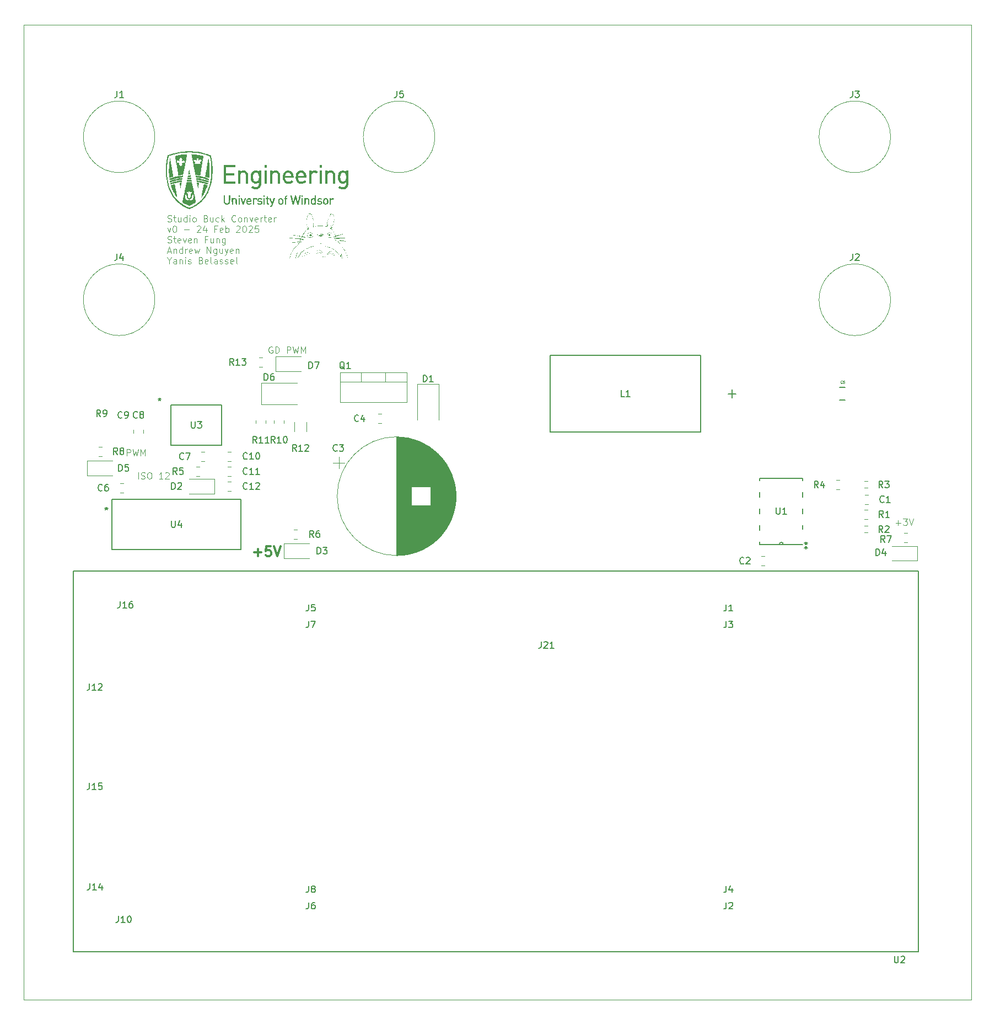
<source format=gbr>
%TF.GenerationSoftware,KiCad,Pcbnew,8.0.7*%
%TF.CreationDate,2025-03-06T08:49:03-05:00*%
%TF.ProjectId,BuckConverter,4275636b-436f-46e7-9665-727465722e6b,rev?*%
%TF.SameCoordinates,Original*%
%TF.FileFunction,Legend,Top*%
%TF.FilePolarity,Positive*%
%FSLAX46Y46*%
G04 Gerber Fmt 4.6, Leading zero omitted, Abs format (unit mm)*
G04 Created by KiCad (PCBNEW 8.0.7) date 2025-03-06 08:49:03*
%MOMM*%
%LPD*%
G01*
G04 APERTURE LIST*
%ADD10C,0.100000*%
%ADD11C,0.300000*%
%ADD12C,0.150000*%
%ADD13C,0.098425*%
%ADD14C,0.120000*%
%ADD15C,0.152400*%
%ADD16C,0.127000*%
%ADD17C,0.000000*%
%TA.AperFunction,Profile*%
%ADD18C,0.050000*%
%TD*%
G04 APERTURE END LIST*
D10*
X151941884Y-111759466D02*
X152703789Y-111759466D01*
X152322836Y-112140419D02*
X152322836Y-111378514D01*
X153084741Y-111140419D02*
X153703788Y-111140419D01*
X153703788Y-111140419D02*
X153370455Y-111521371D01*
X153370455Y-111521371D02*
X153513312Y-111521371D01*
X153513312Y-111521371D02*
X153608550Y-111568990D01*
X153608550Y-111568990D02*
X153656169Y-111616609D01*
X153656169Y-111616609D02*
X153703788Y-111711847D01*
X153703788Y-111711847D02*
X153703788Y-111949942D01*
X153703788Y-111949942D02*
X153656169Y-112045180D01*
X153656169Y-112045180D02*
X153608550Y-112092800D01*
X153608550Y-112092800D02*
X153513312Y-112140419D01*
X153513312Y-112140419D02*
X153227598Y-112140419D01*
X153227598Y-112140419D02*
X153132360Y-112092800D01*
X153132360Y-112092800D02*
X153084741Y-112045180D01*
X153989503Y-111140419D02*
X154322836Y-112140419D01*
X154322836Y-112140419D02*
X154656169Y-111140419D01*
X35609884Y-105028419D02*
X35609884Y-104028419D01*
X36038455Y-104980800D02*
X36181312Y-105028419D01*
X36181312Y-105028419D02*
X36419407Y-105028419D01*
X36419407Y-105028419D02*
X36514645Y-104980800D01*
X36514645Y-104980800D02*
X36562264Y-104933180D01*
X36562264Y-104933180D02*
X36609883Y-104837942D01*
X36609883Y-104837942D02*
X36609883Y-104742704D01*
X36609883Y-104742704D02*
X36562264Y-104647466D01*
X36562264Y-104647466D02*
X36514645Y-104599847D01*
X36514645Y-104599847D02*
X36419407Y-104552228D01*
X36419407Y-104552228D02*
X36228931Y-104504609D01*
X36228931Y-104504609D02*
X36133693Y-104456990D01*
X36133693Y-104456990D02*
X36086074Y-104409371D01*
X36086074Y-104409371D02*
X36038455Y-104314133D01*
X36038455Y-104314133D02*
X36038455Y-104218895D01*
X36038455Y-104218895D02*
X36086074Y-104123657D01*
X36086074Y-104123657D02*
X36133693Y-104076038D01*
X36133693Y-104076038D02*
X36228931Y-104028419D01*
X36228931Y-104028419D02*
X36467026Y-104028419D01*
X36467026Y-104028419D02*
X36609883Y-104076038D01*
X37228931Y-104028419D02*
X37419407Y-104028419D01*
X37419407Y-104028419D02*
X37514645Y-104076038D01*
X37514645Y-104076038D02*
X37609883Y-104171276D01*
X37609883Y-104171276D02*
X37657502Y-104361752D01*
X37657502Y-104361752D02*
X37657502Y-104695085D01*
X37657502Y-104695085D02*
X37609883Y-104885561D01*
X37609883Y-104885561D02*
X37514645Y-104980800D01*
X37514645Y-104980800D02*
X37419407Y-105028419D01*
X37419407Y-105028419D02*
X37228931Y-105028419D01*
X37228931Y-105028419D02*
X37133693Y-104980800D01*
X37133693Y-104980800D02*
X37038455Y-104885561D01*
X37038455Y-104885561D02*
X36990836Y-104695085D01*
X36990836Y-104695085D02*
X36990836Y-104361752D01*
X36990836Y-104361752D02*
X37038455Y-104171276D01*
X37038455Y-104171276D02*
X37133693Y-104076038D01*
X37133693Y-104076038D02*
X37228931Y-104028419D01*
X39371788Y-105028419D02*
X38800360Y-105028419D01*
X39086074Y-105028419D02*
X39086074Y-104028419D01*
X39086074Y-104028419D02*
X38990836Y-104171276D01*
X38990836Y-104171276D02*
X38895598Y-104266514D01*
X38895598Y-104266514D02*
X38800360Y-104314133D01*
X39752741Y-104123657D02*
X39800360Y-104076038D01*
X39800360Y-104076038D02*
X39895598Y-104028419D01*
X39895598Y-104028419D02*
X40133693Y-104028419D01*
X40133693Y-104028419D02*
X40228931Y-104076038D01*
X40228931Y-104076038D02*
X40276550Y-104123657D01*
X40276550Y-104123657D02*
X40324169Y-104218895D01*
X40324169Y-104218895D02*
X40324169Y-104314133D01*
X40324169Y-104314133D02*
X40276550Y-104456990D01*
X40276550Y-104456990D02*
X39705122Y-105028419D01*
X39705122Y-105028419D02*
X40324169Y-105028419D01*
D11*
X53386510Y-116323400D02*
X54529368Y-116323400D01*
X53957939Y-116894828D02*
X53957939Y-115751971D01*
X55957939Y-115394828D02*
X55243653Y-115394828D01*
X55243653Y-115394828D02*
X55172225Y-116109114D01*
X55172225Y-116109114D02*
X55243653Y-116037685D01*
X55243653Y-116037685D02*
X55386511Y-115966257D01*
X55386511Y-115966257D02*
X55743653Y-115966257D01*
X55743653Y-115966257D02*
X55886511Y-116037685D01*
X55886511Y-116037685D02*
X55957939Y-116109114D01*
X55957939Y-116109114D02*
X56029368Y-116251971D01*
X56029368Y-116251971D02*
X56029368Y-116609114D01*
X56029368Y-116609114D02*
X55957939Y-116751971D01*
X55957939Y-116751971D02*
X55886511Y-116823400D01*
X55886511Y-116823400D02*
X55743653Y-116894828D01*
X55743653Y-116894828D02*
X55386511Y-116894828D01*
X55386511Y-116894828D02*
X55243653Y-116823400D01*
X55243653Y-116823400D02*
X55172225Y-116751971D01*
X56457939Y-115394828D02*
X56957939Y-116894828D01*
X56957939Y-116894828D02*
X57457939Y-115394828D01*
D10*
X40134265Y-65521024D02*
X40277122Y-65568643D01*
X40277122Y-65568643D02*
X40515217Y-65568643D01*
X40515217Y-65568643D02*
X40610455Y-65521024D01*
X40610455Y-65521024D02*
X40658074Y-65473404D01*
X40658074Y-65473404D02*
X40705693Y-65378166D01*
X40705693Y-65378166D02*
X40705693Y-65282928D01*
X40705693Y-65282928D02*
X40658074Y-65187690D01*
X40658074Y-65187690D02*
X40610455Y-65140071D01*
X40610455Y-65140071D02*
X40515217Y-65092452D01*
X40515217Y-65092452D02*
X40324741Y-65044833D01*
X40324741Y-65044833D02*
X40229503Y-64997214D01*
X40229503Y-64997214D02*
X40181884Y-64949595D01*
X40181884Y-64949595D02*
X40134265Y-64854357D01*
X40134265Y-64854357D02*
X40134265Y-64759119D01*
X40134265Y-64759119D02*
X40181884Y-64663881D01*
X40181884Y-64663881D02*
X40229503Y-64616262D01*
X40229503Y-64616262D02*
X40324741Y-64568643D01*
X40324741Y-64568643D02*
X40562836Y-64568643D01*
X40562836Y-64568643D02*
X40705693Y-64616262D01*
X40991408Y-64901976D02*
X41372360Y-64901976D01*
X41134265Y-64568643D02*
X41134265Y-65425785D01*
X41134265Y-65425785D02*
X41181884Y-65521024D01*
X41181884Y-65521024D02*
X41277122Y-65568643D01*
X41277122Y-65568643D02*
X41372360Y-65568643D01*
X42134265Y-64901976D02*
X42134265Y-65568643D01*
X41705694Y-64901976D02*
X41705694Y-65425785D01*
X41705694Y-65425785D02*
X41753313Y-65521024D01*
X41753313Y-65521024D02*
X41848551Y-65568643D01*
X41848551Y-65568643D02*
X41991408Y-65568643D01*
X41991408Y-65568643D02*
X42086646Y-65521024D01*
X42086646Y-65521024D02*
X42134265Y-65473404D01*
X43039027Y-65568643D02*
X43039027Y-64568643D01*
X43039027Y-65521024D02*
X42943789Y-65568643D01*
X42943789Y-65568643D02*
X42753313Y-65568643D01*
X42753313Y-65568643D02*
X42658075Y-65521024D01*
X42658075Y-65521024D02*
X42610456Y-65473404D01*
X42610456Y-65473404D02*
X42562837Y-65378166D01*
X42562837Y-65378166D02*
X42562837Y-65092452D01*
X42562837Y-65092452D02*
X42610456Y-64997214D01*
X42610456Y-64997214D02*
X42658075Y-64949595D01*
X42658075Y-64949595D02*
X42753313Y-64901976D01*
X42753313Y-64901976D02*
X42943789Y-64901976D01*
X42943789Y-64901976D02*
X43039027Y-64949595D01*
X43515218Y-65568643D02*
X43515218Y-64901976D01*
X43515218Y-64568643D02*
X43467599Y-64616262D01*
X43467599Y-64616262D02*
X43515218Y-64663881D01*
X43515218Y-64663881D02*
X43562837Y-64616262D01*
X43562837Y-64616262D02*
X43515218Y-64568643D01*
X43515218Y-64568643D02*
X43515218Y-64663881D01*
X44134265Y-65568643D02*
X44039027Y-65521024D01*
X44039027Y-65521024D02*
X43991408Y-65473404D01*
X43991408Y-65473404D02*
X43943789Y-65378166D01*
X43943789Y-65378166D02*
X43943789Y-65092452D01*
X43943789Y-65092452D02*
X43991408Y-64997214D01*
X43991408Y-64997214D02*
X44039027Y-64949595D01*
X44039027Y-64949595D02*
X44134265Y-64901976D01*
X44134265Y-64901976D02*
X44277122Y-64901976D01*
X44277122Y-64901976D02*
X44372360Y-64949595D01*
X44372360Y-64949595D02*
X44419979Y-64997214D01*
X44419979Y-64997214D02*
X44467598Y-65092452D01*
X44467598Y-65092452D02*
X44467598Y-65378166D01*
X44467598Y-65378166D02*
X44419979Y-65473404D01*
X44419979Y-65473404D02*
X44372360Y-65521024D01*
X44372360Y-65521024D02*
X44277122Y-65568643D01*
X44277122Y-65568643D02*
X44134265Y-65568643D01*
X45991408Y-65044833D02*
X46134265Y-65092452D01*
X46134265Y-65092452D02*
X46181884Y-65140071D01*
X46181884Y-65140071D02*
X46229503Y-65235309D01*
X46229503Y-65235309D02*
X46229503Y-65378166D01*
X46229503Y-65378166D02*
X46181884Y-65473404D01*
X46181884Y-65473404D02*
X46134265Y-65521024D01*
X46134265Y-65521024D02*
X46039027Y-65568643D01*
X46039027Y-65568643D02*
X45658075Y-65568643D01*
X45658075Y-65568643D02*
X45658075Y-64568643D01*
X45658075Y-64568643D02*
X45991408Y-64568643D01*
X45991408Y-64568643D02*
X46086646Y-64616262D01*
X46086646Y-64616262D02*
X46134265Y-64663881D01*
X46134265Y-64663881D02*
X46181884Y-64759119D01*
X46181884Y-64759119D02*
X46181884Y-64854357D01*
X46181884Y-64854357D02*
X46134265Y-64949595D01*
X46134265Y-64949595D02*
X46086646Y-64997214D01*
X46086646Y-64997214D02*
X45991408Y-65044833D01*
X45991408Y-65044833D02*
X45658075Y-65044833D01*
X47086646Y-64901976D02*
X47086646Y-65568643D01*
X46658075Y-64901976D02*
X46658075Y-65425785D01*
X46658075Y-65425785D02*
X46705694Y-65521024D01*
X46705694Y-65521024D02*
X46800932Y-65568643D01*
X46800932Y-65568643D02*
X46943789Y-65568643D01*
X46943789Y-65568643D02*
X47039027Y-65521024D01*
X47039027Y-65521024D02*
X47086646Y-65473404D01*
X47991408Y-65521024D02*
X47896170Y-65568643D01*
X47896170Y-65568643D02*
X47705694Y-65568643D01*
X47705694Y-65568643D02*
X47610456Y-65521024D01*
X47610456Y-65521024D02*
X47562837Y-65473404D01*
X47562837Y-65473404D02*
X47515218Y-65378166D01*
X47515218Y-65378166D02*
X47515218Y-65092452D01*
X47515218Y-65092452D02*
X47562837Y-64997214D01*
X47562837Y-64997214D02*
X47610456Y-64949595D01*
X47610456Y-64949595D02*
X47705694Y-64901976D01*
X47705694Y-64901976D02*
X47896170Y-64901976D01*
X47896170Y-64901976D02*
X47991408Y-64949595D01*
X48419980Y-65568643D02*
X48419980Y-64568643D01*
X48515218Y-65187690D02*
X48800932Y-65568643D01*
X48800932Y-64901976D02*
X48419980Y-65282928D01*
X50562837Y-65473404D02*
X50515218Y-65521024D01*
X50515218Y-65521024D02*
X50372361Y-65568643D01*
X50372361Y-65568643D02*
X50277123Y-65568643D01*
X50277123Y-65568643D02*
X50134266Y-65521024D01*
X50134266Y-65521024D02*
X50039028Y-65425785D01*
X50039028Y-65425785D02*
X49991409Y-65330547D01*
X49991409Y-65330547D02*
X49943790Y-65140071D01*
X49943790Y-65140071D02*
X49943790Y-64997214D01*
X49943790Y-64997214D02*
X49991409Y-64806738D01*
X49991409Y-64806738D02*
X50039028Y-64711500D01*
X50039028Y-64711500D02*
X50134266Y-64616262D01*
X50134266Y-64616262D02*
X50277123Y-64568643D01*
X50277123Y-64568643D02*
X50372361Y-64568643D01*
X50372361Y-64568643D02*
X50515218Y-64616262D01*
X50515218Y-64616262D02*
X50562837Y-64663881D01*
X51134266Y-65568643D02*
X51039028Y-65521024D01*
X51039028Y-65521024D02*
X50991409Y-65473404D01*
X50991409Y-65473404D02*
X50943790Y-65378166D01*
X50943790Y-65378166D02*
X50943790Y-65092452D01*
X50943790Y-65092452D02*
X50991409Y-64997214D01*
X50991409Y-64997214D02*
X51039028Y-64949595D01*
X51039028Y-64949595D02*
X51134266Y-64901976D01*
X51134266Y-64901976D02*
X51277123Y-64901976D01*
X51277123Y-64901976D02*
X51372361Y-64949595D01*
X51372361Y-64949595D02*
X51419980Y-64997214D01*
X51419980Y-64997214D02*
X51467599Y-65092452D01*
X51467599Y-65092452D02*
X51467599Y-65378166D01*
X51467599Y-65378166D02*
X51419980Y-65473404D01*
X51419980Y-65473404D02*
X51372361Y-65521024D01*
X51372361Y-65521024D02*
X51277123Y-65568643D01*
X51277123Y-65568643D02*
X51134266Y-65568643D01*
X51896171Y-64901976D02*
X51896171Y-65568643D01*
X51896171Y-64997214D02*
X51943790Y-64949595D01*
X51943790Y-64949595D02*
X52039028Y-64901976D01*
X52039028Y-64901976D02*
X52181885Y-64901976D01*
X52181885Y-64901976D02*
X52277123Y-64949595D01*
X52277123Y-64949595D02*
X52324742Y-65044833D01*
X52324742Y-65044833D02*
X52324742Y-65568643D01*
X52705695Y-64901976D02*
X52943790Y-65568643D01*
X52943790Y-65568643D02*
X53181885Y-64901976D01*
X53943790Y-65521024D02*
X53848552Y-65568643D01*
X53848552Y-65568643D02*
X53658076Y-65568643D01*
X53658076Y-65568643D02*
X53562838Y-65521024D01*
X53562838Y-65521024D02*
X53515219Y-65425785D01*
X53515219Y-65425785D02*
X53515219Y-65044833D01*
X53515219Y-65044833D02*
X53562838Y-64949595D01*
X53562838Y-64949595D02*
X53658076Y-64901976D01*
X53658076Y-64901976D02*
X53848552Y-64901976D01*
X53848552Y-64901976D02*
X53943790Y-64949595D01*
X53943790Y-64949595D02*
X53991409Y-65044833D01*
X53991409Y-65044833D02*
X53991409Y-65140071D01*
X53991409Y-65140071D02*
X53515219Y-65235309D01*
X54419981Y-65568643D02*
X54419981Y-64901976D01*
X54419981Y-65092452D02*
X54467600Y-64997214D01*
X54467600Y-64997214D02*
X54515219Y-64949595D01*
X54515219Y-64949595D02*
X54610457Y-64901976D01*
X54610457Y-64901976D02*
X54705695Y-64901976D01*
X54896172Y-64901976D02*
X55277124Y-64901976D01*
X55039029Y-64568643D02*
X55039029Y-65425785D01*
X55039029Y-65425785D02*
X55086648Y-65521024D01*
X55086648Y-65521024D02*
X55181886Y-65568643D01*
X55181886Y-65568643D02*
X55277124Y-65568643D01*
X55991410Y-65521024D02*
X55896172Y-65568643D01*
X55896172Y-65568643D02*
X55705696Y-65568643D01*
X55705696Y-65568643D02*
X55610458Y-65521024D01*
X55610458Y-65521024D02*
X55562839Y-65425785D01*
X55562839Y-65425785D02*
X55562839Y-65044833D01*
X55562839Y-65044833D02*
X55610458Y-64949595D01*
X55610458Y-64949595D02*
X55705696Y-64901976D01*
X55705696Y-64901976D02*
X55896172Y-64901976D01*
X55896172Y-64901976D02*
X55991410Y-64949595D01*
X55991410Y-64949595D02*
X56039029Y-65044833D01*
X56039029Y-65044833D02*
X56039029Y-65140071D01*
X56039029Y-65140071D02*
X55562839Y-65235309D01*
X56467601Y-65568643D02*
X56467601Y-64901976D01*
X56467601Y-65092452D02*
X56515220Y-64997214D01*
X56515220Y-64997214D02*
X56562839Y-64949595D01*
X56562839Y-64949595D02*
X56658077Y-64901976D01*
X56658077Y-64901976D02*
X56753315Y-64901976D01*
X40086646Y-66511920D02*
X40324741Y-67178587D01*
X40324741Y-67178587D02*
X40562836Y-66511920D01*
X41134265Y-66178587D02*
X41229503Y-66178587D01*
X41229503Y-66178587D02*
X41324741Y-66226206D01*
X41324741Y-66226206D02*
X41372360Y-66273825D01*
X41372360Y-66273825D02*
X41419979Y-66369063D01*
X41419979Y-66369063D02*
X41467598Y-66559539D01*
X41467598Y-66559539D02*
X41467598Y-66797634D01*
X41467598Y-66797634D02*
X41419979Y-66988110D01*
X41419979Y-66988110D02*
X41372360Y-67083348D01*
X41372360Y-67083348D02*
X41324741Y-67130968D01*
X41324741Y-67130968D02*
X41229503Y-67178587D01*
X41229503Y-67178587D02*
X41134265Y-67178587D01*
X41134265Y-67178587D02*
X41039027Y-67130968D01*
X41039027Y-67130968D02*
X40991408Y-67083348D01*
X40991408Y-67083348D02*
X40943789Y-66988110D01*
X40943789Y-66988110D02*
X40896170Y-66797634D01*
X40896170Y-66797634D02*
X40896170Y-66559539D01*
X40896170Y-66559539D02*
X40943789Y-66369063D01*
X40943789Y-66369063D02*
X40991408Y-66273825D01*
X40991408Y-66273825D02*
X41039027Y-66226206D01*
X41039027Y-66226206D02*
X41134265Y-66178587D01*
X42658075Y-66797634D02*
X43419980Y-66797634D01*
X44610456Y-66273825D02*
X44658075Y-66226206D01*
X44658075Y-66226206D02*
X44753313Y-66178587D01*
X44753313Y-66178587D02*
X44991408Y-66178587D01*
X44991408Y-66178587D02*
X45086646Y-66226206D01*
X45086646Y-66226206D02*
X45134265Y-66273825D01*
X45134265Y-66273825D02*
X45181884Y-66369063D01*
X45181884Y-66369063D02*
X45181884Y-66464301D01*
X45181884Y-66464301D02*
X45134265Y-66607158D01*
X45134265Y-66607158D02*
X44562837Y-67178587D01*
X44562837Y-67178587D02*
X45181884Y-67178587D01*
X46039027Y-66511920D02*
X46039027Y-67178587D01*
X45800932Y-66130968D02*
X45562837Y-66845253D01*
X45562837Y-66845253D02*
X46181884Y-66845253D01*
X47658075Y-66654777D02*
X47324742Y-66654777D01*
X47324742Y-67178587D02*
X47324742Y-66178587D01*
X47324742Y-66178587D02*
X47800932Y-66178587D01*
X48562837Y-67130968D02*
X48467599Y-67178587D01*
X48467599Y-67178587D02*
X48277123Y-67178587D01*
X48277123Y-67178587D02*
X48181885Y-67130968D01*
X48181885Y-67130968D02*
X48134266Y-67035729D01*
X48134266Y-67035729D02*
X48134266Y-66654777D01*
X48134266Y-66654777D02*
X48181885Y-66559539D01*
X48181885Y-66559539D02*
X48277123Y-66511920D01*
X48277123Y-66511920D02*
X48467599Y-66511920D01*
X48467599Y-66511920D02*
X48562837Y-66559539D01*
X48562837Y-66559539D02*
X48610456Y-66654777D01*
X48610456Y-66654777D02*
X48610456Y-66750015D01*
X48610456Y-66750015D02*
X48134266Y-66845253D01*
X49039028Y-67178587D02*
X49039028Y-66178587D01*
X49039028Y-66559539D02*
X49134266Y-66511920D01*
X49134266Y-66511920D02*
X49324742Y-66511920D01*
X49324742Y-66511920D02*
X49419980Y-66559539D01*
X49419980Y-66559539D02*
X49467599Y-66607158D01*
X49467599Y-66607158D02*
X49515218Y-66702396D01*
X49515218Y-66702396D02*
X49515218Y-66988110D01*
X49515218Y-66988110D02*
X49467599Y-67083348D01*
X49467599Y-67083348D02*
X49419980Y-67130968D01*
X49419980Y-67130968D02*
X49324742Y-67178587D01*
X49324742Y-67178587D02*
X49134266Y-67178587D01*
X49134266Y-67178587D02*
X49039028Y-67130968D01*
X50658076Y-66273825D02*
X50705695Y-66226206D01*
X50705695Y-66226206D02*
X50800933Y-66178587D01*
X50800933Y-66178587D02*
X51039028Y-66178587D01*
X51039028Y-66178587D02*
X51134266Y-66226206D01*
X51134266Y-66226206D02*
X51181885Y-66273825D01*
X51181885Y-66273825D02*
X51229504Y-66369063D01*
X51229504Y-66369063D02*
X51229504Y-66464301D01*
X51229504Y-66464301D02*
X51181885Y-66607158D01*
X51181885Y-66607158D02*
X50610457Y-67178587D01*
X50610457Y-67178587D02*
X51229504Y-67178587D01*
X51848552Y-66178587D02*
X51943790Y-66178587D01*
X51943790Y-66178587D02*
X52039028Y-66226206D01*
X52039028Y-66226206D02*
X52086647Y-66273825D01*
X52086647Y-66273825D02*
X52134266Y-66369063D01*
X52134266Y-66369063D02*
X52181885Y-66559539D01*
X52181885Y-66559539D02*
X52181885Y-66797634D01*
X52181885Y-66797634D02*
X52134266Y-66988110D01*
X52134266Y-66988110D02*
X52086647Y-67083348D01*
X52086647Y-67083348D02*
X52039028Y-67130968D01*
X52039028Y-67130968D02*
X51943790Y-67178587D01*
X51943790Y-67178587D02*
X51848552Y-67178587D01*
X51848552Y-67178587D02*
X51753314Y-67130968D01*
X51753314Y-67130968D02*
X51705695Y-67083348D01*
X51705695Y-67083348D02*
X51658076Y-66988110D01*
X51658076Y-66988110D02*
X51610457Y-66797634D01*
X51610457Y-66797634D02*
X51610457Y-66559539D01*
X51610457Y-66559539D02*
X51658076Y-66369063D01*
X51658076Y-66369063D02*
X51705695Y-66273825D01*
X51705695Y-66273825D02*
X51753314Y-66226206D01*
X51753314Y-66226206D02*
X51848552Y-66178587D01*
X52562838Y-66273825D02*
X52610457Y-66226206D01*
X52610457Y-66226206D02*
X52705695Y-66178587D01*
X52705695Y-66178587D02*
X52943790Y-66178587D01*
X52943790Y-66178587D02*
X53039028Y-66226206D01*
X53039028Y-66226206D02*
X53086647Y-66273825D01*
X53086647Y-66273825D02*
X53134266Y-66369063D01*
X53134266Y-66369063D02*
X53134266Y-66464301D01*
X53134266Y-66464301D02*
X53086647Y-66607158D01*
X53086647Y-66607158D02*
X52515219Y-67178587D01*
X52515219Y-67178587D02*
X53134266Y-67178587D01*
X54039028Y-66178587D02*
X53562838Y-66178587D01*
X53562838Y-66178587D02*
X53515219Y-66654777D01*
X53515219Y-66654777D02*
X53562838Y-66607158D01*
X53562838Y-66607158D02*
X53658076Y-66559539D01*
X53658076Y-66559539D02*
X53896171Y-66559539D01*
X53896171Y-66559539D02*
X53991409Y-66607158D01*
X53991409Y-66607158D02*
X54039028Y-66654777D01*
X54039028Y-66654777D02*
X54086647Y-66750015D01*
X54086647Y-66750015D02*
X54086647Y-66988110D01*
X54086647Y-66988110D02*
X54039028Y-67083348D01*
X54039028Y-67083348D02*
X53991409Y-67130968D01*
X53991409Y-67130968D02*
X53896171Y-67178587D01*
X53896171Y-67178587D02*
X53658076Y-67178587D01*
X53658076Y-67178587D02*
X53562838Y-67130968D01*
X53562838Y-67130968D02*
X53515219Y-67083348D01*
X40134265Y-68740912D02*
X40277122Y-68788531D01*
X40277122Y-68788531D02*
X40515217Y-68788531D01*
X40515217Y-68788531D02*
X40610455Y-68740912D01*
X40610455Y-68740912D02*
X40658074Y-68693292D01*
X40658074Y-68693292D02*
X40705693Y-68598054D01*
X40705693Y-68598054D02*
X40705693Y-68502816D01*
X40705693Y-68502816D02*
X40658074Y-68407578D01*
X40658074Y-68407578D02*
X40610455Y-68359959D01*
X40610455Y-68359959D02*
X40515217Y-68312340D01*
X40515217Y-68312340D02*
X40324741Y-68264721D01*
X40324741Y-68264721D02*
X40229503Y-68217102D01*
X40229503Y-68217102D02*
X40181884Y-68169483D01*
X40181884Y-68169483D02*
X40134265Y-68074245D01*
X40134265Y-68074245D02*
X40134265Y-67979007D01*
X40134265Y-67979007D02*
X40181884Y-67883769D01*
X40181884Y-67883769D02*
X40229503Y-67836150D01*
X40229503Y-67836150D02*
X40324741Y-67788531D01*
X40324741Y-67788531D02*
X40562836Y-67788531D01*
X40562836Y-67788531D02*
X40705693Y-67836150D01*
X40991408Y-68121864D02*
X41372360Y-68121864D01*
X41134265Y-67788531D02*
X41134265Y-68645673D01*
X41134265Y-68645673D02*
X41181884Y-68740912D01*
X41181884Y-68740912D02*
X41277122Y-68788531D01*
X41277122Y-68788531D02*
X41372360Y-68788531D01*
X42086646Y-68740912D02*
X41991408Y-68788531D01*
X41991408Y-68788531D02*
X41800932Y-68788531D01*
X41800932Y-68788531D02*
X41705694Y-68740912D01*
X41705694Y-68740912D02*
X41658075Y-68645673D01*
X41658075Y-68645673D02*
X41658075Y-68264721D01*
X41658075Y-68264721D02*
X41705694Y-68169483D01*
X41705694Y-68169483D02*
X41800932Y-68121864D01*
X41800932Y-68121864D02*
X41991408Y-68121864D01*
X41991408Y-68121864D02*
X42086646Y-68169483D01*
X42086646Y-68169483D02*
X42134265Y-68264721D01*
X42134265Y-68264721D02*
X42134265Y-68359959D01*
X42134265Y-68359959D02*
X41658075Y-68455197D01*
X42467599Y-68121864D02*
X42705694Y-68788531D01*
X42705694Y-68788531D02*
X42943789Y-68121864D01*
X43705694Y-68740912D02*
X43610456Y-68788531D01*
X43610456Y-68788531D02*
X43419980Y-68788531D01*
X43419980Y-68788531D02*
X43324742Y-68740912D01*
X43324742Y-68740912D02*
X43277123Y-68645673D01*
X43277123Y-68645673D02*
X43277123Y-68264721D01*
X43277123Y-68264721D02*
X43324742Y-68169483D01*
X43324742Y-68169483D02*
X43419980Y-68121864D01*
X43419980Y-68121864D02*
X43610456Y-68121864D01*
X43610456Y-68121864D02*
X43705694Y-68169483D01*
X43705694Y-68169483D02*
X43753313Y-68264721D01*
X43753313Y-68264721D02*
X43753313Y-68359959D01*
X43753313Y-68359959D02*
X43277123Y-68455197D01*
X44181885Y-68121864D02*
X44181885Y-68788531D01*
X44181885Y-68217102D02*
X44229504Y-68169483D01*
X44229504Y-68169483D02*
X44324742Y-68121864D01*
X44324742Y-68121864D02*
X44467599Y-68121864D01*
X44467599Y-68121864D02*
X44562837Y-68169483D01*
X44562837Y-68169483D02*
X44610456Y-68264721D01*
X44610456Y-68264721D02*
X44610456Y-68788531D01*
X46181885Y-68264721D02*
X45848552Y-68264721D01*
X45848552Y-68788531D02*
X45848552Y-67788531D01*
X45848552Y-67788531D02*
X46324742Y-67788531D01*
X47134266Y-68121864D02*
X47134266Y-68788531D01*
X46705695Y-68121864D02*
X46705695Y-68645673D01*
X46705695Y-68645673D02*
X46753314Y-68740912D01*
X46753314Y-68740912D02*
X46848552Y-68788531D01*
X46848552Y-68788531D02*
X46991409Y-68788531D01*
X46991409Y-68788531D02*
X47086647Y-68740912D01*
X47086647Y-68740912D02*
X47134266Y-68693292D01*
X47610457Y-68121864D02*
X47610457Y-68788531D01*
X47610457Y-68217102D02*
X47658076Y-68169483D01*
X47658076Y-68169483D02*
X47753314Y-68121864D01*
X47753314Y-68121864D02*
X47896171Y-68121864D01*
X47896171Y-68121864D02*
X47991409Y-68169483D01*
X47991409Y-68169483D02*
X48039028Y-68264721D01*
X48039028Y-68264721D02*
X48039028Y-68788531D01*
X48943790Y-68121864D02*
X48943790Y-68931388D01*
X48943790Y-68931388D02*
X48896171Y-69026626D01*
X48896171Y-69026626D02*
X48848552Y-69074245D01*
X48848552Y-69074245D02*
X48753314Y-69121864D01*
X48753314Y-69121864D02*
X48610457Y-69121864D01*
X48610457Y-69121864D02*
X48515219Y-69074245D01*
X48943790Y-68740912D02*
X48848552Y-68788531D01*
X48848552Y-68788531D02*
X48658076Y-68788531D01*
X48658076Y-68788531D02*
X48562838Y-68740912D01*
X48562838Y-68740912D02*
X48515219Y-68693292D01*
X48515219Y-68693292D02*
X48467600Y-68598054D01*
X48467600Y-68598054D02*
X48467600Y-68312340D01*
X48467600Y-68312340D02*
X48515219Y-68217102D01*
X48515219Y-68217102D02*
X48562838Y-68169483D01*
X48562838Y-68169483D02*
X48658076Y-68121864D01*
X48658076Y-68121864D02*
X48848552Y-68121864D01*
X48848552Y-68121864D02*
X48943790Y-68169483D01*
X40134265Y-70112760D02*
X40610455Y-70112760D01*
X40039027Y-70398475D02*
X40372360Y-69398475D01*
X40372360Y-69398475D02*
X40705693Y-70398475D01*
X41039027Y-69731808D02*
X41039027Y-70398475D01*
X41039027Y-69827046D02*
X41086646Y-69779427D01*
X41086646Y-69779427D02*
X41181884Y-69731808D01*
X41181884Y-69731808D02*
X41324741Y-69731808D01*
X41324741Y-69731808D02*
X41419979Y-69779427D01*
X41419979Y-69779427D02*
X41467598Y-69874665D01*
X41467598Y-69874665D02*
X41467598Y-70398475D01*
X42372360Y-70398475D02*
X42372360Y-69398475D01*
X42372360Y-70350856D02*
X42277122Y-70398475D01*
X42277122Y-70398475D02*
X42086646Y-70398475D01*
X42086646Y-70398475D02*
X41991408Y-70350856D01*
X41991408Y-70350856D02*
X41943789Y-70303236D01*
X41943789Y-70303236D02*
X41896170Y-70207998D01*
X41896170Y-70207998D02*
X41896170Y-69922284D01*
X41896170Y-69922284D02*
X41943789Y-69827046D01*
X41943789Y-69827046D02*
X41991408Y-69779427D01*
X41991408Y-69779427D02*
X42086646Y-69731808D01*
X42086646Y-69731808D02*
X42277122Y-69731808D01*
X42277122Y-69731808D02*
X42372360Y-69779427D01*
X42848551Y-70398475D02*
X42848551Y-69731808D01*
X42848551Y-69922284D02*
X42896170Y-69827046D01*
X42896170Y-69827046D02*
X42943789Y-69779427D01*
X42943789Y-69779427D02*
X43039027Y-69731808D01*
X43039027Y-69731808D02*
X43134265Y-69731808D01*
X43848551Y-70350856D02*
X43753313Y-70398475D01*
X43753313Y-70398475D02*
X43562837Y-70398475D01*
X43562837Y-70398475D02*
X43467599Y-70350856D01*
X43467599Y-70350856D02*
X43419980Y-70255617D01*
X43419980Y-70255617D02*
X43419980Y-69874665D01*
X43419980Y-69874665D02*
X43467599Y-69779427D01*
X43467599Y-69779427D02*
X43562837Y-69731808D01*
X43562837Y-69731808D02*
X43753313Y-69731808D01*
X43753313Y-69731808D02*
X43848551Y-69779427D01*
X43848551Y-69779427D02*
X43896170Y-69874665D01*
X43896170Y-69874665D02*
X43896170Y-69969903D01*
X43896170Y-69969903D02*
X43419980Y-70065141D01*
X44229504Y-69731808D02*
X44419980Y-70398475D01*
X44419980Y-70398475D02*
X44610456Y-69922284D01*
X44610456Y-69922284D02*
X44800932Y-70398475D01*
X44800932Y-70398475D02*
X44991408Y-69731808D01*
X46134266Y-70398475D02*
X46134266Y-69398475D01*
X46134266Y-69398475D02*
X46705694Y-70398475D01*
X46705694Y-70398475D02*
X46705694Y-69398475D01*
X47610456Y-69731808D02*
X47610456Y-70541332D01*
X47610456Y-70541332D02*
X47562837Y-70636570D01*
X47562837Y-70636570D02*
X47515218Y-70684189D01*
X47515218Y-70684189D02*
X47419980Y-70731808D01*
X47419980Y-70731808D02*
X47277123Y-70731808D01*
X47277123Y-70731808D02*
X47181885Y-70684189D01*
X47610456Y-70350856D02*
X47515218Y-70398475D01*
X47515218Y-70398475D02*
X47324742Y-70398475D01*
X47324742Y-70398475D02*
X47229504Y-70350856D01*
X47229504Y-70350856D02*
X47181885Y-70303236D01*
X47181885Y-70303236D02*
X47134266Y-70207998D01*
X47134266Y-70207998D02*
X47134266Y-69922284D01*
X47134266Y-69922284D02*
X47181885Y-69827046D01*
X47181885Y-69827046D02*
X47229504Y-69779427D01*
X47229504Y-69779427D02*
X47324742Y-69731808D01*
X47324742Y-69731808D02*
X47515218Y-69731808D01*
X47515218Y-69731808D02*
X47610456Y-69779427D01*
X48515218Y-69731808D02*
X48515218Y-70398475D01*
X48086647Y-69731808D02*
X48086647Y-70255617D01*
X48086647Y-70255617D02*
X48134266Y-70350856D01*
X48134266Y-70350856D02*
X48229504Y-70398475D01*
X48229504Y-70398475D02*
X48372361Y-70398475D01*
X48372361Y-70398475D02*
X48467599Y-70350856D01*
X48467599Y-70350856D02*
X48515218Y-70303236D01*
X48896171Y-69731808D02*
X49134266Y-70398475D01*
X49372361Y-69731808D02*
X49134266Y-70398475D01*
X49134266Y-70398475D02*
X49039028Y-70636570D01*
X49039028Y-70636570D02*
X48991409Y-70684189D01*
X48991409Y-70684189D02*
X48896171Y-70731808D01*
X50134266Y-70350856D02*
X50039028Y-70398475D01*
X50039028Y-70398475D02*
X49848552Y-70398475D01*
X49848552Y-70398475D02*
X49753314Y-70350856D01*
X49753314Y-70350856D02*
X49705695Y-70255617D01*
X49705695Y-70255617D02*
X49705695Y-69874665D01*
X49705695Y-69874665D02*
X49753314Y-69779427D01*
X49753314Y-69779427D02*
X49848552Y-69731808D01*
X49848552Y-69731808D02*
X50039028Y-69731808D01*
X50039028Y-69731808D02*
X50134266Y-69779427D01*
X50134266Y-69779427D02*
X50181885Y-69874665D01*
X50181885Y-69874665D02*
X50181885Y-69969903D01*
X50181885Y-69969903D02*
X49705695Y-70065141D01*
X50610457Y-69731808D02*
X50610457Y-70398475D01*
X50610457Y-69827046D02*
X50658076Y-69779427D01*
X50658076Y-69779427D02*
X50753314Y-69731808D01*
X50753314Y-69731808D02*
X50896171Y-69731808D01*
X50896171Y-69731808D02*
X50991409Y-69779427D01*
X50991409Y-69779427D02*
X51039028Y-69874665D01*
X51039028Y-69874665D02*
X51039028Y-70398475D01*
X40372360Y-71532228D02*
X40372360Y-72008419D01*
X40039027Y-71008419D02*
X40372360Y-71532228D01*
X40372360Y-71532228D02*
X40705693Y-71008419D01*
X41467598Y-72008419D02*
X41467598Y-71484609D01*
X41467598Y-71484609D02*
X41419979Y-71389371D01*
X41419979Y-71389371D02*
X41324741Y-71341752D01*
X41324741Y-71341752D02*
X41134265Y-71341752D01*
X41134265Y-71341752D02*
X41039027Y-71389371D01*
X41467598Y-71960800D02*
X41372360Y-72008419D01*
X41372360Y-72008419D02*
X41134265Y-72008419D01*
X41134265Y-72008419D02*
X41039027Y-71960800D01*
X41039027Y-71960800D02*
X40991408Y-71865561D01*
X40991408Y-71865561D02*
X40991408Y-71770323D01*
X40991408Y-71770323D02*
X41039027Y-71675085D01*
X41039027Y-71675085D02*
X41134265Y-71627466D01*
X41134265Y-71627466D02*
X41372360Y-71627466D01*
X41372360Y-71627466D02*
X41467598Y-71579847D01*
X41943789Y-71341752D02*
X41943789Y-72008419D01*
X41943789Y-71436990D02*
X41991408Y-71389371D01*
X41991408Y-71389371D02*
X42086646Y-71341752D01*
X42086646Y-71341752D02*
X42229503Y-71341752D01*
X42229503Y-71341752D02*
X42324741Y-71389371D01*
X42324741Y-71389371D02*
X42372360Y-71484609D01*
X42372360Y-71484609D02*
X42372360Y-72008419D01*
X42848551Y-72008419D02*
X42848551Y-71341752D01*
X42848551Y-71008419D02*
X42800932Y-71056038D01*
X42800932Y-71056038D02*
X42848551Y-71103657D01*
X42848551Y-71103657D02*
X42896170Y-71056038D01*
X42896170Y-71056038D02*
X42848551Y-71008419D01*
X42848551Y-71008419D02*
X42848551Y-71103657D01*
X43277122Y-71960800D02*
X43372360Y-72008419D01*
X43372360Y-72008419D02*
X43562836Y-72008419D01*
X43562836Y-72008419D02*
X43658074Y-71960800D01*
X43658074Y-71960800D02*
X43705693Y-71865561D01*
X43705693Y-71865561D02*
X43705693Y-71817942D01*
X43705693Y-71817942D02*
X43658074Y-71722704D01*
X43658074Y-71722704D02*
X43562836Y-71675085D01*
X43562836Y-71675085D02*
X43419979Y-71675085D01*
X43419979Y-71675085D02*
X43324741Y-71627466D01*
X43324741Y-71627466D02*
X43277122Y-71532228D01*
X43277122Y-71532228D02*
X43277122Y-71484609D01*
X43277122Y-71484609D02*
X43324741Y-71389371D01*
X43324741Y-71389371D02*
X43419979Y-71341752D01*
X43419979Y-71341752D02*
X43562836Y-71341752D01*
X43562836Y-71341752D02*
X43658074Y-71389371D01*
X45229503Y-71484609D02*
X45372360Y-71532228D01*
X45372360Y-71532228D02*
X45419979Y-71579847D01*
X45419979Y-71579847D02*
X45467598Y-71675085D01*
X45467598Y-71675085D02*
X45467598Y-71817942D01*
X45467598Y-71817942D02*
X45419979Y-71913180D01*
X45419979Y-71913180D02*
X45372360Y-71960800D01*
X45372360Y-71960800D02*
X45277122Y-72008419D01*
X45277122Y-72008419D02*
X44896170Y-72008419D01*
X44896170Y-72008419D02*
X44896170Y-71008419D01*
X44896170Y-71008419D02*
X45229503Y-71008419D01*
X45229503Y-71008419D02*
X45324741Y-71056038D01*
X45324741Y-71056038D02*
X45372360Y-71103657D01*
X45372360Y-71103657D02*
X45419979Y-71198895D01*
X45419979Y-71198895D02*
X45419979Y-71294133D01*
X45419979Y-71294133D02*
X45372360Y-71389371D01*
X45372360Y-71389371D02*
X45324741Y-71436990D01*
X45324741Y-71436990D02*
X45229503Y-71484609D01*
X45229503Y-71484609D02*
X44896170Y-71484609D01*
X46277122Y-71960800D02*
X46181884Y-72008419D01*
X46181884Y-72008419D02*
X45991408Y-72008419D01*
X45991408Y-72008419D02*
X45896170Y-71960800D01*
X45896170Y-71960800D02*
X45848551Y-71865561D01*
X45848551Y-71865561D02*
X45848551Y-71484609D01*
X45848551Y-71484609D02*
X45896170Y-71389371D01*
X45896170Y-71389371D02*
X45991408Y-71341752D01*
X45991408Y-71341752D02*
X46181884Y-71341752D01*
X46181884Y-71341752D02*
X46277122Y-71389371D01*
X46277122Y-71389371D02*
X46324741Y-71484609D01*
X46324741Y-71484609D02*
X46324741Y-71579847D01*
X46324741Y-71579847D02*
X45848551Y-71675085D01*
X46896170Y-72008419D02*
X46800932Y-71960800D01*
X46800932Y-71960800D02*
X46753313Y-71865561D01*
X46753313Y-71865561D02*
X46753313Y-71008419D01*
X47705694Y-72008419D02*
X47705694Y-71484609D01*
X47705694Y-71484609D02*
X47658075Y-71389371D01*
X47658075Y-71389371D02*
X47562837Y-71341752D01*
X47562837Y-71341752D02*
X47372361Y-71341752D01*
X47372361Y-71341752D02*
X47277123Y-71389371D01*
X47705694Y-71960800D02*
X47610456Y-72008419D01*
X47610456Y-72008419D02*
X47372361Y-72008419D01*
X47372361Y-72008419D02*
X47277123Y-71960800D01*
X47277123Y-71960800D02*
X47229504Y-71865561D01*
X47229504Y-71865561D02*
X47229504Y-71770323D01*
X47229504Y-71770323D02*
X47277123Y-71675085D01*
X47277123Y-71675085D02*
X47372361Y-71627466D01*
X47372361Y-71627466D02*
X47610456Y-71627466D01*
X47610456Y-71627466D02*
X47705694Y-71579847D01*
X48134266Y-71960800D02*
X48229504Y-72008419D01*
X48229504Y-72008419D02*
X48419980Y-72008419D01*
X48419980Y-72008419D02*
X48515218Y-71960800D01*
X48515218Y-71960800D02*
X48562837Y-71865561D01*
X48562837Y-71865561D02*
X48562837Y-71817942D01*
X48562837Y-71817942D02*
X48515218Y-71722704D01*
X48515218Y-71722704D02*
X48419980Y-71675085D01*
X48419980Y-71675085D02*
X48277123Y-71675085D01*
X48277123Y-71675085D02*
X48181885Y-71627466D01*
X48181885Y-71627466D02*
X48134266Y-71532228D01*
X48134266Y-71532228D02*
X48134266Y-71484609D01*
X48134266Y-71484609D02*
X48181885Y-71389371D01*
X48181885Y-71389371D02*
X48277123Y-71341752D01*
X48277123Y-71341752D02*
X48419980Y-71341752D01*
X48419980Y-71341752D02*
X48515218Y-71389371D01*
X48943790Y-71960800D02*
X49039028Y-72008419D01*
X49039028Y-72008419D02*
X49229504Y-72008419D01*
X49229504Y-72008419D02*
X49324742Y-71960800D01*
X49324742Y-71960800D02*
X49372361Y-71865561D01*
X49372361Y-71865561D02*
X49372361Y-71817942D01*
X49372361Y-71817942D02*
X49324742Y-71722704D01*
X49324742Y-71722704D02*
X49229504Y-71675085D01*
X49229504Y-71675085D02*
X49086647Y-71675085D01*
X49086647Y-71675085D02*
X48991409Y-71627466D01*
X48991409Y-71627466D02*
X48943790Y-71532228D01*
X48943790Y-71532228D02*
X48943790Y-71484609D01*
X48943790Y-71484609D02*
X48991409Y-71389371D01*
X48991409Y-71389371D02*
X49086647Y-71341752D01*
X49086647Y-71341752D02*
X49229504Y-71341752D01*
X49229504Y-71341752D02*
X49324742Y-71389371D01*
X50181885Y-71960800D02*
X50086647Y-72008419D01*
X50086647Y-72008419D02*
X49896171Y-72008419D01*
X49896171Y-72008419D02*
X49800933Y-71960800D01*
X49800933Y-71960800D02*
X49753314Y-71865561D01*
X49753314Y-71865561D02*
X49753314Y-71484609D01*
X49753314Y-71484609D02*
X49800933Y-71389371D01*
X49800933Y-71389371D02*
X49896171Y-71341752D01*
X49896171Y-71341752D02*
X50086647Y-71341752D01*
X50086647Y-71341752D02*
X50181885Y-71389371D01*
X50181885Y-71389371D02*
X50229504Y-71484609D01*
X50229504Y-71484609D02*
X50229504Y-71579847D01*
X50229504Y-71579847D02*
X49753314Y-71675085D01*
X50800933Y-72008419D02*
X50705695Y-71960800D01*
X50705695Y-71960800D02*
X50658076Y-71865561D01*
X50658076Y-71865561D02*
X50658076Y-71008419D01*
X56199693Y-84772038D02*
X56104455Y-84724419D01*
X56104455Y-84724419D02*
X55961598Y-84724419D01*
X55961598Y-84724419D02*
X55818741Y-84772038D01*
X55818741Y-84772038D02*
X55723503Y-84867276D01*
X55723503Y-84867276D02*
X55675884Y-84962514D01*
X55675884Y-84962514D02*
X55628265Y-85152990D01*
X55628265Y-85152990D02*
X55628265Y-85295847D01*
X55628265Y-85295847D02*
X55675884Y-85486323D01*
X55675884Y-85486323D02*
X55723503Y-85581561D01*
X55723503Y-85581561D02*
X55818741Y-85676800D01*
X55818741Y-85676800D02*
X55961598Y-85724419D01*
X55961598Y-85724419D02*
X56056836Y-85724419D01*
X56056836Y-85724419D02*
X56199693Y-85676800D01*
X56199693Y-85676800D02*
X56247312Y-85629180D01*
X56247312Y-85629180D02*
X56247312Y-85295847D01*
X56247312Y-85295847D02*
X56056836Y-85295847D01*
X56675884Y-85724419D02*
X56675884Y-84724419D01*
X56675884Y-84724419D02*
X56913979Y-84724419D01*
X56913979Y-84724419D02*
X57056836Y-84772038D01*
X57056836Y-84772038D02*
X57152074Y-84867276D01*
X57152074Y-84867276D02*
X57199693Y-84962514D01*
X57199693Y-84962514D02*
X57247312Y-85152990D01*
X57247312Y-85152990D02*
X57247312Y-85295847D01*
X57247312Y-85295847D02*
X57199693Y-85486323D01*
X57199693Y-85486323D02*
X57152074Y-85581561D01*
X57152074Y-85581561D02*
X57056836Y-85676800D01*
X57056836Y-85676800D02*
X56913979Y-85724419D01*
X56913979Y-85724419D02*
X56675884Y-85724419D01*
X58437789Y-85724419D02*
X58437789Y-84724419D01*
X58437789Y-84724419D02*
X58818741Y-84724419D01*
X58818741Y-84724419D02*
X58913979Y-84772038D01*
X58913979Y-84772038D02*
X58961598Y-84819657D01*
X58961598Y-84819657D02*
X59009217Y-84914895D01*
X59009217Y-84914895D02*
X59009217Y-85057752D01*
X59009217Y-85057752D02*
X58961598Y-85152990D01*
X58961598Y-85152990D02*
X58913979Y-85200609D01*
X58913979Y-85200609D02*
X58818741Y-85248228D01*
X58818741Y-85248228D02*
X58437789Y-85248228D01*
X59342551Y-84724419D02*
X59580646Y-85724419D01*
X59580646Y-85724419D02*
X59771122Y-85010133D01*
X59771122Y-85010133D02*
X59961598Y-85724419D01*
X59961598Y-85724419D02*
X60199694Y-84724419D01*
X60580646Y-85724419D02*
X60580646Y-84724419D01*
X60580646Y-84724419D02*
X60913979Y-85438704D01*
X60913979Y-85438704D02*
X61247312Y-84724419D01*
X61247312Y-84724419D02*
X61247312Y-85724419D01*
X33831884Y-101472419D02*
X33831884Y-100472419D01*
X33831884Y-100472419D02*
X34212836Y-100472419D01*
X34212836Y-100472419D02*
X34308074Y-100520038D01*
X34308074Y-100520038D02*
X34355693Y-100567657D01*
X34355693Y-100567657D02*
X34403312Y-100662895D01*
X34403312Y-100662895D02*
X34403312Y-100805752D01*
X34403312Y-100805752D02*
X34355693Y-100900990D01*
X34355693Y-100900990D02*
X34308074Y-100948609D01*
X34308074Y-100948609D02*
X34212836Y-100996228D01*
X34212836Y-100996228D02*
X33831884Y-100996228D01*
X34736646Y-100472419D02*
X34974741Y-101472419D01*
X34974741Y-101472419D02*
X35165217Y-100758133D01*
X35165217Y-100758133D02*
X35355693Y-101472419D01*
X35355693Y-101472419D02*
X35593789Y-100472419D01*
X35974741Y-101472419D02*
X35974741Y-100472419D01*
X35974741Y-100472419D02*
X36308074Y-101186704D01*
X36308074Y-101186704D02*
X36641407Y-100472419D01*
X36641407Y-100472419D02*
X36641407Y-101472419D01*
D12*
X62543333Y-113972819D02*
X62210000Y-113496628D01*
X61971905Y-113972819D02*
X61971905Y-112972819D01*
X61971905Y-112972819D02*
X62352857Y-112972819D01*
X62352857Y-112972819D02*
X62448095Y-113020438D01*
X62448095Y-113020438D02*
X62495714Y-113068057D01*
X62495714Y-113068057D02*
X62543333Y-113163295D01*
X62543333Y-113163295D02*
X62543333Y-113306152D01*
X62543333Y-113306152D02*
X62495714Y-113401390D01*
X62495714Y-113401390D02*
X62448095Y-113449009D01*
X62448095Y-113449009D02*
X62352857Y-113496628D01*
X62352857Y-113496628D02*
X61971905Y-113496628D01*
X63400476Y-112972819D02*
X63210000Y-112972819D01*
X63210000Y-112972819D02*
X63114762Y-113020438D01*
X63114762Y-113020438D02*
X63067143Y-113068057D01*
X63067143Y-113068057D02*
X62971905Y-113210914D01*
X62971905Y-113210914D02*
X62924286Y-113401390D01*
X62924286Y-113401390D02*
X62924286Y-113782342D01*
X62924286Y-113782342D02*
X62971905Y-113877580D01*
X62971905Y-113877580D02*
X63019524Y-113925200D01*
X63019524Y-113925200D02*
X63114762Y-113972819D01*
X63114762Y-113972819D02*
X63305238Y-113972819D01*
X63305238Y-113972819D02*
X63400476Y-113925200D01*
X63400476Y-113925200D02*
X63448095Y-113877580D01*
X63448095Y-113877580D02*
X63495714Y-113782342D01*
X63495714Y-113782342D02*
X63495714Y-113544247D01*
X63495714Y-113544247D02*
X63448095Y-113449009D01*
X63448095Y-113449009D02*
X63400476Y-113401390D01*
X63400476Y-113401390D02*
X63305238Y-113353771D01*
X63305238Y-113353771D02*
X63114762Y-113353771D01*
X63114762Y-113353771D02*
X63019524Y-113401390D01*
X63019524Y-113401390D02*
X62971905Y-113449009D01*
X62971905Y-113449009D02*
X62924286Y-113544247D01*
X140041333Y-106372819D02*
X139708000Y-105896628D01*
X139469905Y-106372819D02*
X139469905Y-105372819D01*
X139469905Y-105372819D02*
X139850857Y-105372819D01*
X139850857Y-105372819D02*
X139946095Y-105420438D01*
X139946095Y-105420438D02*
X139993714Y-105468057D01*
X139993714Y-105468057D02*
X140041333Y-105563295D01*
X140041333Y-105563295D02*
X140041333Y-105706152D01*
X140041333Y-105706152D02*
X139993714Y-105801390D01*
X139993714Y-105801390D02*
X139946095Y-105849009D01*
X139946095Y-105849009D02*
X139850857Y-105896628D01*
X139850857Y-105896628D02*
X139469905Y-105896628D01*
X140898476Y-105706152D02*
X140898476Y-106372819D01*
X140660381Y-105325200D02*
X140422286Y-106039485D01*
X140422286Y-106039485D02*
X141041333Y-106039485D01*
X56579142Y-99494819D02*
X56245809Y-99018628D01*
X56007714Y-99494819D02*
X56007714Y-98494819D01*
X56007714Y-98494819D02*
X56388666Y-98494819D01*
X56388666Y-98494819D02*
X56483904Y-98542438D01*
X56483904Y-98542438D02*
X56531523Y-98590057D01*
X56531523Y-98590057D02*
X56579142Y-98685295D01*
X56579142Y-98685295D02*
X56579142Y-98828152D01*
X56579142Y-98828152D02*
X56531523Y-98923390D01*
X56531523Y-98923390D02*
X56483904Y-98971009D01*
X56483904Y-98971009D02*
X56388666Y-99018628D01*
X56388666Y-99018628D02*
X56007714Y-99018628D01*
X57531523Y-99494819D02*
X56960095Y-99494819D01*
X57245809Y-99494819D02*
X57245809Y-98494819D01*
X57245809Y-98494819D02*
X57150571Y-98637676D01*
X57150571Y-98637676D02*
X57055333Y-98732914D01*
X57055333Y-98732914D02*
X56960095Y-98780533D01*
X58150571Y-98494819D02*
X58245809Y-98494819D01*
X58245809Y-98494819D02*
X58341047Y-98542438D01*
X58341047Y-98542438D02*
X58388666Y-98590057D01*
X58388666Y-98590057D02*
X58436285Y-98685295D01*
X58436285Y-98685295D02*
X58483904Y-98875771D01*
X58483904Y-98875771D02*
X58483904Y-99113866D01*
X58483904Y-99113866D02*
X58436285Y-99304342D01*
X58436285Y-99304342D02*
X58388666Y-99399580D01*
X58388666Y-99399580D02*
X58341047Y-99447200D01*
X58341047Y-99447200D02*
X58245809Y-99494819D01*
X58245809Y-99494819D02*
X58150571Y-99494819D01*
X58150571Y-99494819D02*
X58055333Y-99447200D01*
X58055333Y-99447200D02*
X58007714Y-99399580D01*
X58007714Y-99399580D02*
X57960095Y-99304342D01*
X57960095Y-99304342D02*
X57912476Y-99113866D01*
X57912476Y-99113866D02*
X57912476Y-98875771D01*
X57912476Y-98875771D02*
X57960095Y-98685295D01*
X57960095Y-98685295D02*
X58007714Y-98590057D01*
X58007714Y-98590057D02*
X58055333Y-98542438D01*
X58055333Y-98542438D02*
X58150571Y-98494819D01*
X66157553Y-100669580D02*
X66109934Y-100717200D01*
X66109934Y-100717200D02*
X65967077Y-100764819D01*
X65967077Y-100764819D02*
X65871839Y-100764819D01*
X65871839Y-100764819D02*
X65728982Y-100717200D01*
X65728982Y-100717200D02*
X65633744Y-100621961D01*
X65633744Y-100621961D02*
X65586125Y-100526723D01*
X65586125Y-100526723D02*
X65538506Y-100336247D01*
X65538506Y-100336247D02*
X65538506Y-100193390D01*
X65538506Y-100193390D02*
X65586125Y-100002914D01*
X65586125Y-100002914D02*
X65633744Y-99907676D01*
X65633744Y-99907676D02*
X65728982Y-99812438D01*
X65728982Y-99812438D02*
X65871839Y-99764819D01*
X65871839Y-99764819D02*
X65967077Y-99764819D01*
X65967077Y-99764819D02*
X66109934Y-99812438D01*
X66109934Y-99812438D02*
X66157553Y-99860057D01*
X66490887Y-99764819D02*
X67109934Y-99764819D01*
X67109934Y-99764819D02*
X66776601Y-100145771D01*
X66776601Y-100145771D02*
X66919458Y-100145771D01*
X66919458Y-100145771D02*
X67014696Y-100193390D01*
X67014696Y-100193390D02*
X67062315Y-100241009D01*
X67062315Y-100241009D02*
X67109934Y-100336247D01*
X67109934Y-100336247D02*
X67109934Y-100574342D01*
X67109934Y-100574342D02*
X67062315Y-100669580D01*
X67062315Y-100669580D02*
X67014696Y-100717200D01*
X67014696Y-100717200D02*
X66919458Y-100764819D01*
X66919458Y-100764819D02*
X66633744Y-100764819D01*
X66633744Y-100764819D02*
X66538506Y-100717200D01*
X66538506Y-100717200D02*
X66490887Y-100669580D01*
X63087905Y-116546819D02*
X63087905Y-115546819D01*
X63087905Y-115546819D02*
X63326000Y-115546819D01*
X63326000Y-115546819D02*
X63468857Y-115594438D01*
X63468857Y-115594438D02*
X63564095Y-115689676D01*
X63564095Y-115689676D02*
X63611714Y-115784914D01*
X63611714Y-115784914D02*
X63659333Y-115975390D01*
X63659333Y-115975390D02*
X63659333Y-116118247D01*
X63659333Y-116118247D02*
X63611714Y-116308723D01*
X63611714Y-116308723D02*
X63564095Y-116403961D01*
X63564095Y-116403961D02*
X63468857Y-116499200D01*
X63468857Y-116499200D02*
X63326000Y-116546819D01*
X63326000Y-116546819D02*
X63087905Y-116546819D01*
X63992667Y-115546819D02*
X64611714Y-115546819D01*
X64611714Y-115546819D02*
X64278381Y-115927771D01*
X64278381Y-115927771D02*
X64421238Y-115927771D01*
X64421238Y-115927771D02*
X64516476Y-115975390D01*
X64516476Y-115975390D02*
X64564095Y-116023009D01*
X64564095Y-116023009D02*
X64611714Y-116118247D01*
X64611714Y-116118247D02*
X64611714Y-116356342D01*
X64611714Y-116356342D02*
X64564095Y-116451580D01*
X64564095Y-116451580D02*
X64516476Y-116499200D01*
X64516476Y-116499200D02*
X64421238Y-116546819D01*
X64421238Y-116546819D02*
X64135524Y-116546819D01*
X64135524Y-116546819D02*
X64040286Y-116499200D01*
X64040286Y-116499200D02*
X63992667Y-116451580D01*
X52327142Y-101901580D02*
X52279523Y-101949200D01*
X52279523Y-101949200D02*
X52136666Y-101996819D01*
X52136666Y-101996819D02*
X52041428Y-101996819D01*
X52041428Y-101996819D02*
X51898571Y-101949200D01*
X51898571Y-101949200D02*
X51803333Y-101853961D01*
X51803333Y-101853961D02*
X51755714Y-101758723D01*
X51755714Y-101758723D02*
X51708095Y-101568247D01*
X51708095Y-101568247D02*
X51708095Y-101425390D01*
X51708095Y-101425390D02*
X51755714Y-101234914D01*
X51755714Y-101234914D02*
X51803333Y-101139676D01*
X51803333Y-101139676D02*
X51898571Y-101044438D01*
X51898571Y-101044438D02*
X52041428Y-100996819D01*
X52041428Y-100996819D02*
X52136666Y-100996819D01*
X52136666Y-100996819D02*
X52279523Y-101044438D01*
X52279523Y-101044438D02*
X52327142Y-101092057D01*
X53279523Y-101996819D02*
X52708095Y-101996819D01*
X52993809Y-101996819D02*
X52993809Y-100996819D01*
X52993809Y-100996819D02*
X52898571Y-101139676D01*
X52898571Y-101139676D02*
X52803333Y-101234914D01*
X52803333Y-101234914D02*
X52708095Y-101282533D01*
X53898571Y-100996819D02*
X53993809Y-100996819D01*
X53993809Y-100996819D02*
X54089047Y-101044438D01*
X54089047Y-101044438D02*
X54136666Y-101092057D01*
X54136666Y-101092057D02*
X54184285Y-101187295D01*
X54184285Y-101187295D02*
X54231904Y-101377771D01*
X54231904Y-101377771D02*
X54231904Y-101615866D01*
X54231904Y-101615866D02*
X54184285Y-101806342D01*
X54184285Y-101806342D02*
X54136666Y-101901580D01*
X54136666Y-101901580D02*
X54089047Y-101949200D01*
X54089047Y-101949200D02*
X53993809Y-101996819D01*
X53993809Y-101996819D02*
X53898571Y-101996819D01*
X53898571Y-101996819D02*
X53803333Y-101949200D01*
X53803333Y-101949200D02*
X53755714Y-101901580D01*
X53755714Y-101901580D02*
X53708095Y-101806342D01*
X53708095Y-101806342D02*
X53660476Y-101615866D01*
X53660476Y-101615866D02*
X53660476Y-101377771D01*
X53660476Y-101377771D02*
X53708095Y-101187295D01*
X53708095Y-101187295D02*
X53755714Y-101092057D01*
X53755714Y-101092057D02*
X53803333Y-101044438D01*
X53803333Y-101044438D02*
X53898571Y-100996819D01*
X110272533Y-92402819D02*
X109796343Y-92402819D01*
X109796343Y-92402819D02*
X109796343Y-91402819D01*
X111129676Y-92402819D02*
X110558248Y-92402819D01*
X110843962Y-92402819D02*
X110843962Y-91402819D01*
X110843962Y-91402819D02*
X110748724Y-91545676D01*
X110748724Y-91545676D02*
X110653486Y-91640914D01*
X110653486Y-91640914D02*
X110558248Y-91688533D01*
X32326666Y-70488819D02*
X32326666Y-71203104D01*
X32326666Y-71203104D02*
X32279047Y-71345961D01*
X32279047Y-71345961D02*
X32183809Y-71441200D01*
X32183809Y-71441200D02*
X32040952Y-71488819D01*
X32040952Y-71488819D02*
X31945714Y-71488819D01*
X33231428Y-70822152D02*
X33231428Y-71488819D01*
X32993333Y-70441200D02*
X32755238Y-71155485D01*
X32755238Y-71155485D02*
X33374285Y-71155485D01*
X52327142Y-106511580D02*
X52279523Y-106559200D01*
X52279523Y-106559200D02*
X52136666Y-106606819D01*
X52136666Y-106606819D02*
X52041428Y-106606819D01*
X52041428Y-106606819D02*
X51898571Y-106559200D01*
X51898571Y-106559200D02*
X51803333Y-106463961D01*
X51803333Y-106463961D02*
X51755714Y-106368723D01*
X51755714Y-106368723D02*
X51708095Y-106178247D01*
X51708095Y-106178247D02*
X51708095Y-106035390D01*
X51708095Y-106035390D02*
X51755714Y-105844914D01*
X51755714Y-105844914D02*
X51803333Y-105749676D01*
X51803333Y-105749676D02*
X51898571Y-105654438D01*
X51898571Y-105654438D02*
X52041428Y-105606819D01*
X52041428Y-105606819D02*
X52136666Y-105606819D01*
X52136666Y-105606819D02*
X52279523Y-105654438D01*
X52279523Y-105654438D02*
X52327142Y-105702057D01*
X53279523Y-106606819D02*
X52708095Y-106606819D01*
X52993809Y-106606819D02*
X52993809Y-105606819D01*
X52993809Y-105606819D02*
X52898571Y-105749676D01*
X52898571Y-105749676D02*
X52803333Y-105844914D01*
X52803333Y-105844914D02*
X52708095Y-105892533D01*
X53660476Y-105702057D02*
X53708095Y-105654438D01*
X53708095Y-105654438D02*
X53803333Y-105606819D01*
X53803333Y-105606819D02*
X54041428Y-105606819D01*
X54041428Y-105606819D02*
X54136666Y-105654438D01*
X54136666Y-105654438D02*
X54184285Y-105702057D01*
X54184285Y-105702057D02*
X54231904Y-105797295D01*
X54231904Y-105797295D02*
X54231904Y-105892533D01*
X54231904Y-105892533D02*
X54184285Y-106035390D01*
X54184285Y-106035390D02*
X53612857Y-106606819D01*
X53612857Y-106606819D02*
X54231904Y-106606819D01*
X145326666Y-70488819D02*
X145326666Y-71203104D01*
X145326666Y-71203104D02*
X145279047Y-71345961D01*
X145279047Y-71345961D02*
X145183809Y-71441200D01*
X145183809Y-71441200D02*
X145040952Y-71488819D01*
X145040952Y-71488819D02*
X144945714Y-71488819D01*
X145755238Y-70584057D02*
X145802857Y-70536438D01*
X145802857Y-70536438D02*
X145898095Y-70488819D01*
X145898095Y-70488819D02*
X146136190Y-70488819D01*
X146136190Y-70488819D02*
X146231428Y-70536438D01*
X146231428Y-70536438D02*
X146279047Y-70584057D01*
X146279047Y-70584057D02*
X146326666Y-70679295D01*
X146326666Y-70679295D02*
X146326666Y-70774533D01*
X146326666Y-70774533D02*
X146279047Y-70917390D01*
X146279047Y-70917390D02*
X145707619Y-71488819D01*
X145707619Y-71488819D02*
X146326666Y-71488819D01*
X33107333Y-95609580D02*
X33059714Y-95657200D01*
X33059714Y-95657200D02*
X32916857Y-95704819D01*
X32916857Y-95704819D02*
X32821619Y-95704819D01*
X32821619Y-95704819D02*
X32678762Y-95657200D01*
X32678762Y-95657200D02*
X32583524Y-95561961D01*
X32583524Y-95561961D02*
X32535905Y-95466723D01*
X32535905Y-95466723D02*
X32488286Y-95276247D01*
X32488286Y-95276247D02*
X32488286Y-95133390D01*
X32488286Y-95133390D02*
X32535905Y-94942914D01*
X32535905Y-94942914D02*
X32583524Y-94847676D01*
X32583524Y-94847676D02*
X32678762Y-94752438D01*
X32678762Y-94752438D02*
X32821619Y-94704819D01*
X32821619Y-94704819D02*
X32916857Y-94704819D01*
X32916857Y-94704819D02*
X33059714Y-94752438D01*
X33059714Y-94752438D02*
X33107333Y-94800057D01*
X33583524Y-95704819D02*
X33774000Y-95704819D01*
X33774000Y-95704819D02*
X33869238Y-95657200D01*
X33869238Y-95657200D02*
X33916857Y-95609580D01*
X33916857Y-95609580D02*
X34012095Y-95466723D01*
X34012095Y-95466723D02*
X34059714Y-95276247D01*
X34059714Y-95276247D02*
X34059714Y-94895295D01*
X34059714Y-94895295D02*
X34012095Y-94800057D01*
X34012095Y-94800057D02*
X33964476Y-94752438D01*
X33964476Y-94752438D02*
X33869238Y-94704819D01*
X33869238Y-94704819D02*
X33678762Y-94704819D01*
X33678762Y-94704819D02*
X33583524Y-94752438D01*
X33583524Y-94752438D02*
X33535905Y-94800057D01*
X33535905Y-94800057D02*
X33488286Y-94895295D01*
X33488286Y-94895295D02*
X33488286Y-95133390D01*
X33488286Y-95133390D02*
X33535905Y-95228628D01*
X33535905Y-95228628D02*
X33583524Y-95276247D01*
X33583524Y-95276247D02*
X33678762Y-95323866D01*
X33678762Y-95323866D02*
X33869238Y-95323866D01*
X33869238Y-95323866D02*
X33964476Y-95276247D01*
X33964476Y-95276247D02*
X34012095Y-95228628D01*
X34012095Y-95228628D02*
X34059714Y-95133390D01*
X150019333Y-110924819D02*
X149686000Y-110448628D01*
X149447905Y-110924819D02*
X149447905Y-109924819D01*
X149447905Y-109924819D02*
X149828857Y-109924819D01*
X149828857Y-109924819D02*
X149924095Y-109972438D01*
X149924095Y-109972438D02*
X149971714Y-110020057D01*
X149971714Y-110020057D02*
X150019333Y-110115295D01*
X150019333Y-110115295D02*
X150019333Y-110258152D01*
X150019333Y-110258152D02*
X149971714Y-110353390D01*
X149971714Y-110353390D02*
X149924095Y-110401009D01*
X149924095Y-110401009D02*
X149828857Y-110448628D01*
X149828857Y-110448628D02*
X149447905Y-110448628D01*
X150971714Y-110924819D02*
X150400286Y-110924819D01*
X150686000Y-110924819D02*
X150686000Y-109924819D01*
X150686000Y-109924819D02*
X150590762Y-110067676D01*
X150590762Y-110067676D02*
X150495524Y-110162914D01*
X150495524Y-110162914D02*
X150400286Y-110210533D01*
X59881142Y-100764819D02*
X59547809Y-100288628D01*
X59309714Y-100764819D02*
X59309714Y-99764819D01*
X59309714Y-99764819D02*
X59690666Y-99764819D01*
X59690666Y-99764819D02*
X59785904Y-99812438D01*
X59785904Y-99812438D02*
X59833523Y-99860057D01*
X59833523Y-99860057D02*
X59881142Y-99955295D01*
X59881142Y-99955295D02*
X59881142Y-100098152D01*
X59881142Y-100098152D02*
X59833523Y-100193390D01*
X59833523Y-100193390D02*
X59785904Y-100241009D01*
X59785904Y-100241009D02*
X59690666Y-100288628D01*
X59690666Y-100288628D02*
X59309714Y-100288628D01*
X60833523Y-100764819D02*
X60262095Y-100764819D01*
X60547809Y-100764819D02*
X60547809Y-99764819D01*
X60547809Y-99764819D02*
X60452571Y-99907676D01*
X60452571Y-99907676D02*
X60357333Y-100002914D01*
X60357333Y-100002914D02*
X60262095Y-100050533D01*
X61214476Y-99860057D02*
X61262095Y-99812438D01*
X61262095Y-99812438D02*
X61357333Y-99764819D01*
X61357333Y-99764819D02*
X61595428Y-99764819D01*
X61595428Y-99764819D02*
X61690666Y-99812438D01*
X61690666Y-99812438D02*
X61738285Y-99860057D01*
X61738285Y-99860057D02*
X61785904Y-99955295D01*
X61785904Y-99955295D02*
X61785904Y-100050533D01*
X61785904Y-100050533D02*
X61738285Y-100193390D01*
X61738285Y-100193390D02*
X61166857Y-100764819D01*
X61166857Y-100764819D02*
X61785904Y-100764819D01*
X128605333Y-117981580D02*
X128557714Y-118029200D01*
X128557714Y-118029200D02*
X128414857Y-118076819D01*
X128414857Y-118076819D02*
X128319619Y-118076819D01*
X128319619Y-118076819D02*
X128176762Y-118029200D01*
X128176762Y-118029200D02*
X128081524Y-117933961D01*
X128081524Y-117933961D02*
X128033905Y-117838723D01*
X128033905Y-117838723D02*
X127986286Y-117648247D01*
X127986286Y-117648247D02*
X127986286Y-117505390D01*
X127986286Y-117505390D02*
X128033905Y-117314914D01*
X128033905Y-117314914D02*
X128081524Y-117219676D01*
X128081524Y-117219676D02*
X128176762Y-117124438D01*
X128176762Y-117124438D02*
X128319619Y-117076819D01*
X128319619Y-117076819D02*
X128414857Y-117076819D01*
X128414857Y-117076819D02*
X128557714Y-117124438D01*
X128557714Y-117124438D02*
X128605333Y-117172057D01*
X128986286Y-117172057D02*
X129033905Y-117124438D01*
X129033905Y-117124438D02*
X129129143Y-117076819D01*
X129129143Y-117076819D02*
X129367238Y-117076819D01*
X129367238Y-117076819D02*
X129462476Y-117124438D01*
X129462476Y-117124438D02*
X129510095Y-117172057D01*
X129510095Y-117172057D02*
X129557714Y-117267295D01*
X129557714Y-117267295D02*
X129557714Y-117362533D01*
X129557714Y-117362533D02*
X129510095Y-117505390D01*
X129510095Y-117505390D02*
X128938667Y-118076819D01*
X128938667Y-118076819D02*
X129557714Y-118076819D01*
X148899905Y-116766819D02*
X148899905Y-115766819D01*
X148899905Y-115766819D02*
X149138000Y-115766819D01*
X149138000Y-115766819D02*
X149280857Y-115814438D01*
X149280857Y-115814438D02*
X149376095Y-115909676D01*
X149376095Y-115909676D02*
X149423714Y-116004914D01*
X149423714Y-116004914D02*
X149471333Y-116195390D01*
X149471333Y-116195390D02*
X149471333Y-116338247D01*
X149471333Y-116338247D02*
X149423714Y-116528723D01*
X149423714Y-116528723D02*
X149376095Y-116623961D01*
X149376095Y-116623961D02*
X149280857Y-116719200D01*
X149280857Y-116719200D02*
X149138000Y-116766819D01*
X149138000Y-116766819D02*
X148899905Y-116766819D01*
X150328476Y-116100152D02*
X150328476Y-116766819D01*
X150090381Y-115719200D02*
X149852286Y-116433485D01*
X149852286Y-116433485D02*
X150471333Y-116433485D01*
X145326666Y-45488819D02*
X145326666Y-46203104D01*
X145326666Y-46203104D02*
X145279047Y-46345961D01*
X145279047Y-46345961D02*
X145183809Y-46441200D01*
X145183809Y-46441200D02*
X145040952Y-46488819D01*
X145040952Y-46488819D02*
X144945714Y-46488819D01*
X145707619Y-45488819D02*
X146326666Y-45488819D01*
X146326666Y-45488819D02*
X145993333Y-45869771D01*
X145993333Y-45869771D02*
X146136190Y-45869771D01*
X146136190Y-45869771D02*
X146231428Y-45917390D01*
X146231428Y-45917390D02*
X146279047Y-45965009D01*
X146279047Y-45965009D02*
X146326666Y-46060247D01*
X146326666Y-46060247D02*
X146326666Y-46298342D01*
X146326666Y-46298342D02*
X146279047Y-46393580D01*
X146279047Y-46393580D02*
X146231428Y-46441200D01*
X146231428Y-46441200D02*
X146136190Y-46488819D01*
X146136190Y-46488819D02*
X145850476Y-46488819D01*
X145850476Y-46488819D02*
X145755238Y-46441200D01*
X145755238Y-46441200D02*
X145707619Y-46393580D01*
D13*
X143698383Y-90309519D02*
X143679635Y-90328267D01*
X143679635Y-90328267D02*
X143623392Y-90347014D01*
X143623392Y-90347014D02*
X143585897Y-90347014D01*
X143585897Y-90347014D02*
X143529654Y-90328267D01*
X143529654Y-90328267D02*
X143492159Y-90290771D01*
X143492159Y-90290771D02*
X143473411Y-90253276D01*
X143473411Y-90253276D02*
X143454663Y-90178285D01*
X143454663Y-90178285D02*
X143454663Y-90122042D01*
X143454663Y-90122042D02*
X143473411Y-90047052D01*
X143473411Y-90047052D02*
X143492159Y-90009556D01*
X143492159Y-90009556D02*
X143529654Y-89972061D01*
X143529654Y-89972061D02*
X143585897Y-89953313D01*
X143585897Y-89953313D02*
X143623392Y-89953313D01*
X143623392Y-89953313D02*
X143679635Y-89972061D01*
X143679635Y-89972061D02*
X143698383Y-89990809D01*
X144054589Y-89953313D02*
X143867112Y-89953313D01*
X143867112Y-89953313D02*
X143848364Y-90140790D01*
X143848364Y-90140790D02*
X143867112Y-90122042D01*
X143867112Y-90122042D02*
X143904607Y-90103295D01*
X143904607Y-90103295D02*
X143998346Y-90103295D01*
X143998346Y-90103295D02*
X144035841Y-90122042D01*
X144035841Y-90122042D02*
X144054589Y-90140790D01*
X144054589Y-90140790D02*
X144073336Y-90178285D01*
X144073336Y-90178285D02*
X144073336Y-90272024D01*
X144073336Y-90272024D02*
X144054589Y-90309519D01*
X144054589Y-90309519D02*
X144035841Y-90328267D01*
X144035841Y-90328267D02*
X143998346Y-90347014D01*
X143998346Y-90347014D02*
X143904607Y-90347014D01*
X143904607Y-90347014D02*
X143867112Y-90328267D01*
X143867112Y-90328267D02*
X143848364Y-90309519D01*
D12*
X32326666Y-45488819D02*
X32326666Y-46203104D01*
X32326666Y-46203104D02*
X32279047Y-46345961D01*
X32279047Y-46345961D02*
X32183809Y-46441200D01*
X32183809Y-46441200D02*
X32040952Y-46488819D01*
X32040952Y-46488819D02*
X31945714Y-46488819D01*
X33326666Y-46488819D02*
X32755238Y-46488819D01*
X33040952Y-46488819D02*
X33040952Y-45488819D01*
X33040952Y-45488819D02*
X32945714Y-45631676D01*
X32945714Y-45631676D02*
X32850476Y-45726914D01*
X32850476Y-45726914D02*
X32755238Y-45774533D01*
X151761095Y-178265819D02*
X151761095Y-179075342D01*
X151761095Y-179075342D02*
X151808714Y-179170580D01*
X151808714Y-179170580D02*
X151856333Y-179218200D01*
X151856333Y-179218200D02*
X151951571Y-179265819D01*
X151951571Y-179265819D02*
X152142047Y-179265819D01*
X152142047Y-179265819D02*
X152237285Y-179218200D01*
X152237285Y-179218200D02*
X152284904Y-179170580D01*
X152284904Y-179170580D02*
X152332523Y-179075342D01*
X152332523Y-179075342D02*
X152332523Y-178265819D01*
X152761095Y-178361057D02*
X152808714Y-178313438D01*
X152808714Y-178313438D02*
X152903952Y-178265819D01*
X152903952Y-178265819D02*
X153142047Y-178265819D01*
X153142047Y-178265819D02*
X153237285Y-178313438D01*
X153237285Y-178313438D02*
X153284904Y-178361057D01*
X153284904Y-178361057D02*
X153332523Y-178456295D01*
X153332523Y-178456295D02*
X153332523Y-178551533D01*
X153332523Y-178551533D02*
X153284904Y-178694390D01*
X153284904Y-178694390D02*
X152713476Y-179265819D01*
X152713476Y-179265819D02*
X153332523Y-179265819D01*
X61769666Y-167475819D02*
X61769666Y-168190104D01*
X61769666Y-168190104D02*
X61722047Y-168332961D01*
X61722047Y-168332961D02*
X61626809Y-168428200D01*
X61626809Y-168428200D02*
X61483952Y-168475819D01*
X61483952Y-168475819D02*
X61388714Y-168475819D01*
X62388714Y-167904390D02*
X62293476Y-167856771D01*
X62293476Y-167856771D02*
X62245857Y-167809152D01*
X62245857Y-167809152D02*
X62198238Y-167713914D01*
X62198238Y-167713914D02*
X62198238Y-167666295D01*
X62198238Y-167666295D02*
X62245857Y-167571057D01*
X62245857Y-167571057D02*
X62293476Y-167523438D01*
X62293476Y-167523438D02*
X62388714Y-167475819D01*
X62388714Y-167475819D02*
X62579190Y-167475819D01*
X62579190Y-167475819D02*
X62674428Y-167523438D01*
X62674428Y-167523438D02*
X62722047Y-167571057D01*
X62722047Y-167571057D02*
X62769666Y-167666295D01*
X62769666Y-167666295D02*
X62769666Y-167713914D01*
X62769666Y-167713914D02*
X62722047Y-167809152D01*
X62722047Y-167809152D02*
X62674428Y-167856771D01*
X62674428Y-167856771D02*
X62579190Y-167904390D01*
X62579190Y-167904390D02*
X62388714Y-167904390D01*
X62388714Y-167904390D02*
X62293476Y-167952009D01*
X62293476Y-167952009D02*
X62245857Y-167999628D01*
X62245857Y-167999628D02*
X62198238Y-168094866D01*
X62198238Y-168094866D02*
X62198238Y-168285342D01*
X62198238Y-168285342D02*
X62245857Y-168380580D01*
X62245857Y-168380580D02*
X62293476Y-168428200D01*
X62293476Y-168428200D02*
X62388714Y-168475819D01*
X62388714Y-168475819D02*
X62579190Y-168475819D01*
X62579190Y-168475819D02*
X62674428Y-168428200D01*
X62674428Y-168428200D02*
X62722047Y-168380580D01*
X62722047Y-168380580D02*
X62769666Y-168285342D01*
X62769666Y-168285342D02*
X62769666Y-168094866D01*
X62769666Y-168094866D02*
X62722047Y-167999628D01*
X62722047Y-167999628D02*
X62674428Y-167952009D01*
X62674428Y-167952009D02*
X62579190Y-167904390D01*
X97488476Y-130010819D02*
X97488476Y-130725104D01*
X97488476Y-130725104D02*
X97440857Y-130867961D01*
X97440857Y-130867961D02*
X97345619Y-130963200D01*
X97345619Y-130963200D02*
X97202762Y-131010819D01*
X97202762Y-131010819D02*
X97107524Y-131010819D01*
X97917048Y-130106057D02*
X97964667Y-130058438D01*
X97964667Y-130058438D02*
X98059905Y-130010819D01*
X98059905Y-130010819D02*
X98298000Y-130010819D01*
X98298000Y-130010819D02*
X98393238Y-130058438D01*
X98393238Y-130058438D02*
X98440857Y-130106057D01*
X98440857Y-130106057D02*
X98488476Y-130201295D01*
X98488476Y-130201295D02*
X98488476Y-130296533D01*
X98488476Y-130296533D02*
X98440857Y-130439390D01*
X98440857Y-130439390D02*
X97869429Y-131010819D01*
X97869429Y-131010819D02*
X98488476Y-131010819D01*
X99440857Y-131010819D02*
X98869429Y-131010819D01*
X99155143Y-131010819D02*
X99155143Y-130010819D01*
X99155143Y-130010819D02*
X99059905Y-130153676D01*
X99059905Y-130153676D02*
X98964667Y-130248914D01*
X98964667Y-130248914D02*
X98869429Y-130296533D01*
X125904666Y-126835819D02*
X125904666Y-127550104D01*
X125904666Y-127550104D02*
X125857047Y-127692961D01*
X125857047Y-127692961D02*
X125761809Y-127788200D01*
X125761809Y-127788200D02*
X125618952Y-127835819D01*
X125618952Y-127835819D02*
X125523714Y-127835819D01*
X126285619Y-126835819D02*
X126904666Y-126835819D01*
X126904666Y-126835819D02*
X126571333Y-127216771D01*
X126571333Y-127216771D02*
X126714190Y-127216771D01*
X126714190Y-127216771D02*
X126809428Y-127264390D01*
X126809428Y-127264390D02*
X126857047Y-127312009D01*
X126857047Y-127312009D02*
X126904666Y-127407247D01*
X126904666Y-127407247D02*
X126904666Y-127645342D01*
X126904666Y-127645342D02*
X126857047Y-127740580D01*
X126857047Y-127740580D02*
X126809428Y-127788200D01*
X126809428Y-127788200D02*
X126714190Y-127835819D01*
X126714190Y-127835819D02*
X126428476Y-127835819D01*
X126428476Y-127835819D02*
X126333238Y-127788200D01*
X126333238Y-127788200D02*
X126285619Y-127740580D01*
X61769666Y-126835819D02*
X61769666Y-127550104D01*
X61769666Y-127550104D02*
X61722047Y-127692961D01*
X61722047Y-127692961D02*
X61626809Y-127788200D01*
X61626809Y-127788200D02*
X61483952Y-127835819D01*
X61483952Y-127835819D02*
X61388714Y-127835819D01*
X62150619Y-126835819D02*
X62817285Y-126835819D01*
X62817285Y-126835819D02*
X62388714Y-127835819D01*
X61769666Y-124295819D02*
X61769666Y-125010104D01*
X61769666Y-125010104D02*
X61722047Y-125152961D01*
X61722047Y-125152961D02*
X61626809Y-125248200D01*
X61626809Y-125248200D02*
X61483952Y-125295819D01*
X61483952Y-125295819D02*
X61388714Y-125295819D01*
X62722047Y-124295819D02*
X62245857Y-124295819D01*
X62245857Y-124295819D02*
X62198238Y-124772009D01*
X62198238Y-124772009D02*
X62245857Y-124724390D01*
X62245857Y-124724390D02*
X62341095Y-124676771D01*
X62341095Y-124676771D02*
X62579190Y-124676771D01*
X62579190Y-124676771D02*
X62674428Y-124724390D01*
X62674428Y-124724390D02*
X62722047Y-124772009D01*
X62722047Y-124772009D02*
X62769666Y-124867247D01*
X62769666Y-124867247D02*
X62769666Y-125105342D01*
X62769666Y-125105342D02*
X62722047Y-125200580D01*
X62722047Y-125200580D02*
X62674428Y-125248200D01*
X62674428Y-125248200D02*
X62579190Y-125295819D01*
X62579190Y-125295819D02*
X62341095Y-125295819D01*
X62341095Y-125295819D02*
X62245857Y-125248200D01*
X62245857Y-125248200D02*
X62198238Y-125200580D01*
X28113476Y-136455819D02*
X28113476Y-137170104D01*
X28113476Y-137170104D02*
X28065857Y-137312961D01*
X28065857Y-137312961D02*
X27970619Y-137408200D01*
X27970619Y-137408200D02*
X27827762Y-137455819D01*
X27827762Y-137455819D02*
X27732524Y-137455819D01*
X29113476Y-137455819D02*
X28542048Y-137455819D01*
X28827762Y-137455819D02*
X28827762Y-136455819D01*
X28827762Y-136455819D02*
X28732524Y-136598676D01*
X28732524Y-136598676D02*
X28637286Y-136693914D01*
X28637286Y-136693914D02*
X28542048Y-136741533D01*
X29494429Y-136551057D02*
X29542048Y-136503438D01*
X29542048Y-136503438D02*
X29637286Y-136455819D01*
X29637286Y-136455819D02*
X29875381Y-136455819D01*
X29875381Y-136455819D02*
X29970619Y-136503438D01*
X29970619Y-136503438D02*
X30018238Y-136551057D01*
X30018238Y-136551057D02*
X30065857Y-136646295D01*
X30065857Y-136646295D02*
X30065857Y-136741533D01*
X30065857Y-136741533D02*
X30018238Y-136884390D01*
X30018238Y-136884390D02*
X29446810Y-137455819D01*
X29446810Y-137455819D02*
X30065857Y-137455819D01*
X32813476Y-123820819D02*
X32813476Y-124535104D01*
X32813476Y-124535104D02*
X32765857Y-124677961D01*
X32765857Y-124677961D02*
X32670619Y-124773200D01*
X32670619Y-124773200D02*
X32527762Y-124820819D01*
X32527762Y-124820819D02*
X32432524Y-124820819D01*
X33813476Y-124820819D02*
X33242048Y-124820819D01*
X33527762Y-124820819D02*
X33527762Y-123820819D01*
X33527762Y-123820819D02*
X33432524Y-123963676D01*
X33432524Y-123963676D02*
X33337286Y-124058914D01*
X33337286Y-124058914D02*
X33242048Y-124106533D01*
X34670619Y-123820819D02*
X34480143Y-123820819D01*
X34480143Y-123820819D02*
X34384905Y-123868438D01*
X34384905Y-123868438D02*
X34337286Y-123916057D01*
X34337286Y-123916057D02*
X34242048Y-124058914D01*
X34242048Y-124058914D02*
X34194429Y-124249390D01*
X34194429Y-124249390D02*
X34194429Y-124630342D01*
X34194429Y-124630342D02*
X34242048Y-124725580D01*
X34242048Y-124725580D02*
X34289667Y-124773200D01*
X34289667Y-124773200D02*
X34384905Y-124820819D01*
X34384905Y-124820819D02*
X34575381Y-124820819D01*
X34575381Y-124820819D02*
X34670619Y-124773200D01*
X34670619Y-124773200D02*
X34718238Y-124725580D01*
X34718238Y-124725580D02*
X34765857Y-124630342D01*
X34765857Y-124630342D02*
X34765857Y-124392247D01*
X34765857Y-124392247D02*
X34718238Y-124297009D01*
X34718238Y-124297009D02*
X34670619Y-124249390D01*
X34670619Y-124249390D02*
X34575381Y-124201771D01*
X34575381Y-124201771D02*
X34384905Y-124201771D01*
X34384905Y-124201771D02*
X34289667Y-124249390D01*
X34289667Y-124249390D02*
X34242048Y-124297009D01*
X34242048Y-124297009D02*
X34194429Y-124392247D01*
X32563476Y-172095819D02*
X32563476Y-172810104D01*
X32563476Y-172810104D02*
X32515857Y-172952961D01*
X32515857Y-172952961D02*
X32420619Y-173048200D01*
X32420619Y-173048200D02*
X32277762Y-173095819D01*
X32277762Y-173095819D02*
X32182524Y-173095819D01*
X33563476Y-173095819D02*
X32992048Y-173095819D01*
X33277762Y-173095819D02*
X33277762Y-172095819D01*
X33277762Y-172095819D02*
X33182524Y-172238676D01*
X33182524Y-172238676D02*
X33087286Y-172333914D01*
X33087286Y-172333914D02*
X32992048Y-172381533D01*
X34182524Y-172095819D02*
X34277762Y-172095819D01*
X34277762Y-172095819D02*
X34373000Y-172143438D01*
X34373000Y-172143438D02*
X34420619Y-172191057D01*
X34420619Y-172191057D02*
X34468238Y-172286295D01*
X34468238Y-172286295D02*
X34515857Y-172476771D01*
X34515857Y-172476771D02*
X34515857Y-172714866D01*
X34515857Y-172714866D02*
X34468238Y-172905342D01*
X34468238Y-172905342D02*
X34420619Y-173000580D01*
X34420619Y-173000580D02*
X34373000Y-173048200D01*
X34373000Y-173048200D02*
X34277762Y-173095819D01*
X34277762Y-173095819D02*
X34182524Y-173095819D01*
X34182524Y-173095819D02*
X34087286Y-173048200D01*
X34087286Y-173048200D02*
X34039667Y-173000580D01*
X34039667Y-173000580D02*
X33992048Y-172905342D01*
X33992048Y-172905342D02*
X33944429Y-172714866D01*
X33944429Y-172714866D02*
X33944429Y-172476771D01*
X33944429Y-172476771D02*
X33992048Y-172286295D01*
X33992048Y-172286295D02*
X34039667Y-172191057D01*
X34039667Y-172191057D02*
X34087286Y-172143438D01*
X34087286Y-172143438D02*
X34182524Y-172095819D01*
X125904666Y-167475819D02*
X125904666Y-168190104D01*
X125904666Y-168190104D02*
X125857047Y-168332961D01*
X125857047Y-168332961D02*
X125761809Y-168428200D01*
X125761809Y-168428200D02*
X125618952Y-168475819D01*
X125618952Y-168475819D02*
X125523714Y-168475819D01*
X126809428Y-167809152D02*
X126809428Y-168475819D01*
X126571333Y-167428200D02*
X126333238Y-168142485D01*
X126333238Y-168142485D02*
X126952285Y-168142485D01*
X125904666Y-124295819D02*
X125904666Y-125010104D01*
X125904666Y-125010104D02*
X125857047Y-125152961D01*
X125857047Y-125152961D02*
X125761809Y-125248200D01*
X125761809Y-125248200D02*
X125618952Y-125295819D01*
X125618952Y-125295819D02*
X125523714Y-125295819D01*
X126904666Y-125295819D02*
X126333238Y-125295819D01*
X126618952Y-125295819D02*
X126618952Y-124295819D01*
X126618952Y-124295819D02*
X126523714Y-124438676D01*
X126523714Y-124438676D02*
X126428476Y-124533914D01*
X126428476Y-124533914D02*
X126333238Y-124581533D01*
X61769666Y-170015819D02*
X61769666Y-170730104D01*
X61769666Y-170730104D02*
X61722047Y-170872961D01*
X61722047Y-170872961D02*
X61626809Y-170968200D01*
X61626809Y-170968200D02*
X61483952Y-171015819D01*
X61483952Y-171015819D02*
X61388714Y-171015819D01*
X62674428Y-170015819D02*
X62483952Y-170015819D01*
X62483952Y-170015819D02*
X62388714Y-170063438D01*
X62388714Y-170063438D02*
X62341095Y-170111057D01*
X62341095Y-170111057D02*
X62245857Y-170253914D01*
X62245857Y-170253914D02*
X62198238Y-170444390D01*
X62198238Y-170444390D02*
X62198238Y-170825342D01*
X62198238Y-170825342D02*
X62245857Y-170920580D01*
X62245857Y-170920580D02*
X62293476Y-170968200D01*
X62293476Y-170968200D02*
X62388714Y-171015819D01*
X62388714Y-171015819D02*
X62579190Y-171015819D01*
X62579190Y-171015819D02*
X62674428Y-170968200D01*
X62674428Y-170968200D02*
X62722047Y-170920580D01*
X62722047Y-170920580D02*
X62769666Y-170825342D01*
X62769666Y-170825342D02*
X62769666Y-170587247D01*
X62769666Y-170587247D02*
X62722047Y-170492009D01*
X62722047Y-170492009D02*
X62674428Y-170444390D01*
X62674428Y-170444390D02*
X62579190Y-170396771D01*
X62579190Y-170396771D02*
X62388714Y-170396771D01*
X62388714Y-170396771D02*
X62293476Y-170444390D01*
X62293476Y-170444390D02*
X62245857Y-170492009D01*
X62245857Y-170492009D02*
X62198238Y-170587247D01*
X28113476Y-151695819D02*
X28113476Y-152410104D01*
X28113476Y-152410104D02*
X28065857Y-152552961D01*
X28065857Y-152552961D02*
X27970619Y-152648200D01*
X27970619Y-152648200D02*
X27827762Y-152695819D01*
X27827762Y-152695819D02*
X27732524Y-152695819D01*
X29113476Y-152695819D02*
X28542048Y-152695819D01*
X28827762Y-152695819D02*
X28827762Y-151695819D01*
X28827762Y-151695819D02*
X28732524Y-151838676D01*
X28732524Y-151838676D02*
X28637286Y-151933914D01*
X28637286Y-151933914D02*
X28542048Y-151981533D01*
X30018238Y-151695819D02*
X29542048Y-151695819D01*
X29542048Y-151695819D02*
X29494429Y-152172009D01*
X29494429Y-152172009D02*
X29542048Y-152124390D01*
X29542048Y-152124390D02*
X29637286Y-152076771D01*
X29637286Y-152076771D02*
X29875381Y-152076771D01*
X29875381Y-152076771D02*
X29970619Y-152124390D01*
X29970619Y-152124390D02*
X30018238Y-152172009D01*
X30018238Y-152172009D02*
X30065857Y-152267247D01*
X30065857Y-152267247D02*
X30065857Y-152505342D01*
X30065857Y-152505342D02*
X30018238Y-152600580D01*
X30018238Y-152600580D02*
X29970619Y-152648200D01*
X29970619Y-152648200D02*
X29875381Y-152695819D01*
X29875381Y-152695819D02*
X29637286Y-152695819D01*
X29637286Y-152695819D02*
X29542048Y-152648200D01*
X29542048Y-152648200D02*
X29494429Y-152600580D01*
X28163476Y-167095819D02*
X28163476Y-167810104D01*
X28163476Y-167810104D02*
X28115857Y-167952961D01*
X28115857Y-167952961D02*
X28020619Y-168048200D01*
X28020619Y-168048200D02*
X27877762Y-168095819D01*
X27877762Y-168095819D02*
X27782524Y-168095819D01*
X29163476Y-168095819D02*
X28592048Y-168095819D01*
X28877762Y-168095819D02*
X28877762Y-167095819D01*
X28877762Y-167095819D02*
X28782524Y-167238676D01*
X28782524Y-167238676D02*
X28687286Y-167333914D01*
X28687286Y-167333914D02*
X28592048Y-167381533D01*
X30020619Y-167429152D02*
X30020619Y-168095819D01*
X29782524Y-167048200D02*
X29544429Y-167762485D01*
X29544429Y-167762485D02*
X30163476Y-167762485D01*
X125904666Y-170015819D02*
X125904666Y-170730104D01*
X125904666Y-170730104D02*
X125857047Y-170872961D01*
X125857047Y-170872961D02*
X125761809Y-170968200D01*
X125761809Y-170968200D02*
X125618952Y-171015819D01*
X125618952Y-171015819D02*
X125523714Y-171015819D01*
X126333238Y-170111057D02*
X126380857Y-170063438D01*
X126380857Y-170063438D02*
X126476095Y-170015819D01*
X126476095Y-170015819D02*
X126714190Y-170015819D01*
X126714190Y-170015819D02*
X126809428Y-170063438D01*
X126809428Y-170063438D02*
X126857047Y-170111057D01*
X126857047Y-170111057D02*
X126904666Y-170206295D01*
X126904666Y-170206295D02*
X126904666Y-170301533D01*
X126904666Y-170301533D02*
X126857047Y-170444390D01*
X126857047Y-170444390D02*
X126285619Y-171015819D01*
X126285619Y-171015819D02*
X126904666Y-171015819D01*
X149947333Y-113230819D02*
X149614000Y-112754628D01*
X149375905Y-113230819D02*
X149375905Y-112230819D01*
X149375905Y-112230819D02*
X149756857Y-112230819D01*
X149756857Y-112230819D02*
X149852095Y-112278438D01*
X149852095Y-112278438D02*
X149899714Y-112326057D01*
X149899714Y-112326057D02*
X149947333Y-112421295D01*
X149947333Y-112421295D02*
X149947333Y-112564152D01*
X149947333Y-112564152D02*
X149899714Y-112659390D01*
X149899714Y-112659390D02*
X149852095Y-112707009D01*
X149852095Y-112707009D02*
X149756857Y-112754628D01*
X149756857Y-112754628D02*
X149375905Y-112754628D01*
X150328286Y-112326057D02*
X150375905Y-112278438D01*
X150375905Y-112278438D02*
X150471143Y-112230819D01*
X150471143Y-112230819D02*
X150709238Y-112230819D01*
X150709238Y-112230819D02*
X150804476Y-112278438D01*
X150804476Y-112278438D02*
X150852095Y-112326057D01*
X150852095Y-112326057D02*
X150899714Y-112421295D01*
X150899714Y-112421295D02*
X150899714Y-112516533D01*
X150899714Y-112516533D02*
X150852095Y-112659390D01*
X150852095Y-112659390D02*
X150280667Y-113230819D01*
X150280667Y-113230819D02*
X150899714Y-113230819D01*
X32417333Y-101272819D02*
X32084000Y-100796628D01*
X31845905Y-101272819D02*
X31845905Y-100272819D01*
X31845905Y-100272819D02*
X32226857Y-100272819D01*
X32226857Y-100272819D02*
X32322095Y-100320438D01*
X32322095Y-100320438D02*
X32369714Y-100368057D01*
X32369714Y-100368057D02*
X32417333Y-100463295D01*
X32417333Y-100463295D02*
X32417333Y-100606152D01*
X32417333Y-100606152D02*
X32369714Y-100701390D01*
X32369714Y-100701390D02*
X32322095Y-100749009D01*
X32322095Y-100749009D02*
X32226857Y-100796628D01*
X32226857Y-100796628D02*
X31845905Y-100796628D01*
X32988762Y-100701390D02*
X32893524Y-100653771D01*
X32893524Y-100653771D02*
X32845905Y-100606152D01*
X32845905Y-100606152D02*
X32798286Y-100510914D01*
X32798286Y-100510914D02*
X32798286Y-100463295D01*
X32798286Y-100463295D02*
X32845905Y-100368057D01*
X32845905Y-100368057D02*
X32893524Y-100320438D01*
X32893524Y-100320438D02*
X32988762Y-100272819D01*
X32988762Y-100272819D02*
X33179238Y-100272819D01*
X33179238Y-100272819D02*
X33274476Y-100320438D01*
X33274476Y-100320438D02*
X33322095Y-100368057D01*
X33322095Y-100368057D02*
X33369714Y-100463295D01*
X33369714Y-100463295D02*
X33369714Y-100510914D01*
X33369714Y-100510914D02*
X33322095Y-100606152D01*
X33322095Y-100606152D02*
X33274476Y-100653771D01*
X33274476Y-100653771D02*
X33179238Y-100701390D01*
X33179238Y-100701390D02*
X32988762Y-100701390D01*
X32988762Y-100701390D02*
X32893524Y-100749009D01*
X32893524Y-100749009D02*
X32845905Y-100796628D01*
X32845905Y-100796628D02*
X32798286Y-100891866D01*
X32798286Y-100891866D02*
X32798286Y-101082342D01*
X32798286Y-101082342D02*
X32845905Y-101177580D01*
X32845905Y-101177580D02*
X32893524Y-101225200D01*
X32893524Y-101225200D02*
X32988762Y-101272819D01*
X32988762Y-101272819D02*
X33179238Y-101272819D01*
X33179238Y-101272819D02*
X33274476Y-101225200D01*
X33274476Y-101225200D02*
X33322095Y-101177580D01*
X33322095Y-101177580D02*
X33369714Y-101082342D01*
X33369714Y-101082342D02*
X33369714Y-100891866D01*
X33369714Y-100891866D02*
X33322095Y-100796628D01*
X33322095Y-100796628D02*
X33274476Y-100749009D01*
X33274476Y-100749009D02*
X33179238Y-100701390D01*
X52327142Y-104225580D02*
X52279523Y-104273200D01*
X52279523Y-104273200D02*
X52136666Y-104320819D01*
X52136666Y-104320819D02*
X52041428Y-104320819D01*
X52041428Y-104320819D02*
X51898571Y-104273200D01*
X51898571Y-104273200D02*
X51803333Y-104177961D01*
X51803333Y-104177961D02*
X51755714Y-104082723D01*
X51755714Y-104082723D02*
X51708095Y-103892247D01*
X51708095Y-103892247D02*
X51708095Y-103749390D01*
X51708095Y-103749390D02*
X51755714Y-103558914D01*
X51755714Y-103558914D02*
X51803333Y-103463676D01*
X51803333Y-103463676D02*
X51898571Y-103368438D01*
X51898571Y-103368438D02*
X52041428Y-103320819D01*
X52041428Y-103320819D02*
X52136666Y-103320819D01*
X52136666Y-103320819D02*
X52279523Y-103368438D01*
X52279523Y-103368438D02*
X52327142Y-103416057D01*
X53279523Y-104320819D02*
X52708095Y-104320819D01*
X52993809Y-104320819D02*
X52993809Y-103320819D01*
X52993809Y-103320819D02*
X52898571Y-103463676D01*
X52898571Y-103463676D02*
X52803333Y-103558914D01*
X52803333Y-103558914D02*
X52708095Y-103606533D01*
X54231904Y-104320819D02*
X53660476Y-104320819D01*
X53946190Y-104320819D02*
X53946190Y-103320819D01*
X53946190Y-103320819D02*
X53850952Y-103463676D01*
X53850952Y-103463676D02*
X53755714Y-103558914D01*
X53755714Y-103558914D02*
X53660476Y-103606533D01*
X79375905Y-90096819D02*
X79375905Y-89096819D01*
X79375905Y-89096819D02*
X79614000Y-89096819D01*
X79614000Y-89096819D02*
X79756857Y-89144438D01*
X79756857Y-89144438D02*
X79852095Y-89239676D01*
X79852095Y-89239676D02*
X79899714Y-89334914D01*
X79899714Y-89334914D02*
X79947333Y-89525390D01*
X79947333Y-89525390D02*
X79947333Y-89668247D01*
X79947333Y-89668247D02*
X79899714Y-89858723D01*
X79899714Y-89858723D02*
X79852095Y-89953961D01*
X79852095Y-89953961D02*
X79756857Y-90049200D01*
X79756857Y-90049200D02*
X79614000Y-90096819D01*
X79614000Y-90096819D02*
X79375905Y-90096819D01*
X80899714Y-90096819D02*
X80328286Y-90096819D01*
X80614000Y-90096819D02*
X80614000Y-89096819D01*
X80614000Y-89096819D02*
X80518762Y-89239676D01*
X80518762Y-89239676D02*
X80423524Y-89334914D01*
X80423524Y-89334914D02*
X80328286Y-89382533D01*
X53785142Y-99510819D02*
X53451809Y-99034628D01*
X53213714Y-99510819D02*
X53213714Y-98510819D01*
X53213714Y-98510819D02*
X53594666Y-98510819D01*
X53594666Y-98510819D02*
X53689904Y-98558438D01*
X53689904Y-98558438D02*
X53737523Y-98606057D01*
X53737523Y-98606057D02*
X53785142Y-98701295D01*
X53785142Y-98701295D02*
X53785142Y-98844152D01*
X53785142Y-98844152D02*
X53737523Y-98939390D01*
X53737523Y-98939390D02*
X53689904Y-98987009D01*
X53689904Y-98987009D02*
X53594666Y-99034628D01*
X53594666Y-99034628D02*
X53213714Y-99034628D01*
X54737523Y-99510819D02*
X54166095Y-99510819D01*
X54451809Y-99510819D02*
X54451809Y-98510819D01*
X54451809Y-98510819D02*
X54356571Y-98653676D01*
X54356571Y-98653676D02*
X54261333Y-98748914D01*
X54261333Y-98748914D02*
X54166095Y-98796533D01*
X55689904Y-99510819D02*
X55118476Y-99510819D01*
X55404190Y-99510819D02*
X55404190Y-98510819D01*
X55404190Y-98510819D02*
X55308952Y-98653676D01*
X55308952Y-98653676D02*
X55213714Y-98748914D01*
X55213714Y-98748914D02*
X55118476Y-98796533D01*
X43760095Y-96208819D02*
X43760095Y-97018342D01*
X43760095Y-97018342D02*
X43807714Y-97113580D01*
X43807714Y-97113580D02*
X43855333Y-97161200D01*
X43855333Y-97161200D02*
X43950571Y-97208819D01*
X43950571Y-97208819D02*
X44141047Y-97208819D01*
X44141047Y-97208819D02*
X44236285Y-97161200D01*
X44236285Y-97161200D02*
X44283904Y-97113580D01*
X44283904Y-97113580D02*
X44331523Y-97018342D01*
X44331523Y-97018342D02*
X44331523Y-96208819D01*
X44712476Y-96208819D02*
X45331523Y-96208819D01*
X45331523Y-96208819D02*
X44998190Y-96589771D01*
X44998190Y-96589771D02*
X45141047Y-96589771D01*
X45141047Y-96589771D02*
X45236285Y-96637390D01*
X45236285Y-96637390D02*
X45283904Y-96685009D01*
X45283904Y-96685009D02*
X45331523Y-96780247D01*
X45331523Y-96780247D02*
X45331523Y-97018342D01*
X45331523Y-97018342D02*
X45283904Y-97113580D01*
X45283904Y-97113580D02*
X45236285Y-97161200D01*
X45236285Y-97161200D02*
X45141047Y-97208819D01*
X45141047Y-97208819D02*
X44855333Y-97208819D01*
X44855333Y-97208819D02*
X44760095Y-97161200D01*
X44760095Y-97161200D02*
X44712476Y-97113580D01*
X38883200Y-92602019D02*
X38883200Y-92840114D01*
X38645105Y-92744876D02*
X38883200Y-92840114D01*
X38883200Y-92840114D02*
X39121295Y-92744876D01*
X38740343Y-93030590D02*
X38883200Y-92840114D01*
X38883200Y-92840114D02*
X39026057Y-93030590D01*
X38883200Y-92602019D02*
X38883200Y-92840114D01*
X38645105Y-92744876D02*
X38883200Y-92840114D01*
X38883200Y-92840114D02*
X39121295Y-92744876D01*
X38740343Y-93030590D02*
X38883200Y-92840114D01*
X38883200Y-92840114D02*
X39026057Y-93030590D01*
X150273333Y-114734819D02*
X149940000Y-114258628D01*
X149701905Y-114734819D02*
X149701905Y-113734819D01*
X149701905Y-113734819D02*
X150082857Y-113734819D01*
X150082857Y-113734819D02*
X150178095Y-113782438D01*
X150178095Y-113782438D02*
X150225714Y-113830057D01*
X150225714Y-113830057D02*
X150273333Y-113925295D01*
X150273333Y-113925295D02*
X150273333Y-114068152D01*
X150273333Y-114068152D02*
X150225714Y-114163390D01*
X150225714Y-114163390D02*
X150178095Y-114211009D01*
X150178095Y-114211009D02*
X150082857Y-114258628D01*
X150082857Y-114258628D02*
X149701905Y-114258628D01*
X150606667Y-113734819D02*
X151273333Y-113734819D01*
X151273333Y-113734819D02*
X150844762Y-114734819D01*
X35465333Y-95589580D02*
X35417714Y-95637200D01*
X35417714Y-95637200D02*
X35274857Y-95684819D01*
X35274857Y-95684819D02*
X35179619Y-95684819D01*
X35179619Y-95684819D02*
X35036762Y-95637200D01*
X35036762Y-95637200D02*
X34941524Y-95541961D01*
X34941524Y-95541961D02*
X34893905Y-95446723D01*
X34893905Y-95446723D02*
X34846286Y-95256247D01*
X34846286Y-95256247D02*
X34846286Y-95113390D01*
X34846286Y-95113390D02*
X34893905Y-94922914D01*
X34893905Y-94922914D02*
X34941524Y-94827676D01*
X34941524Y-94827676D02*
X35036762Y-94732438D01*
X35036762Y-94732438D02*
X35179619Y-94684819D01*
X35179619Y-94684819D02*
X35274857Y-94684819D01*
X35274857Y-94684819D02*
X35417714Y-94732438D01*
X35417714Y-94732438D02*
X35465333Y-94780057D01*
X36036762Y-95113390D02*
X35941524Y-95065771D01*
X35941524Y-95065771D02*
X35893905Y-95018152D01*
X35893905Y-95018152D02*
X35846286Y-94922914D01*
X35846286Y-94922914D02*
X35846286Y-94875295D01*
X35846286Y-94875295D02*
X35893905Y-94780057D01*
X35893905Y-94780057D02*
X35941524Y-94732438D01*
X35941524Y-94732438D02*
X36036762Y-94684819D01*
X36036762Y-94684819D02*
X36227238Y-94684819D01*
X36227238Y-94684819D02*
X36322476Y-94732438D01*
X36322476Y-94732438D02*
X36370095Y-94780057D01*
X36370095Y-94780057D02*
X36417714Y-94875295D01*
X36417714Y-94875295D02*
X36417714Y-94922914D01*
X36417714Y-94922914D02*
X36370095Y-95018152D01*
X36370095Y-95018152D02*
X36322476Y-95065771D01*
X36322476Y-95065771D02*
X36227238Y-95113390D01*
X36227238Y-95113390D02*
X36036762Y-95113390D01*
X36036762Y-95113390D02*
X35941524Y-95161009D01*
X35941524Y-95161009D02*
X35893905Y-95208628D01*
X35893905Y-95208628D02*
X35846286Y-95303866D01*
X35846286Y-95303866D02*
X35846286Y-95494342D01*
X35846286Y-95494342D02*
X35893905Y-95589580D01*
X35893905Y-95589580D02*
X35941524Y-95637200D01*
X35941524Y-95637200D02*
X36036762Y-95684819D01*
X36036762Y-95684819D02*
X36227238Y-95684819D01*
X36227238Y-95684819D02*
X36322476Y-95637200D01*
X36322476Y-95637200D02*
X36370095Y-95589580D01*
X36370095Y-95589580D02*
X36417714Y-95494342D01*
X36417714Y-95494342D02*
X36417714Y-95303866D01*
X36417714Y-95303866D02*
X36370095Y-95208628D01*
X36370095Y-95208628D02*
X36322476Y-95161009D01*
X36322476Y-95161009D02*
X36227238Y-95113390D01*
X50229142Y-87556819D02*
X49895809Y-87080628D01*
X49657714Y-87556819D02*
X49657714Y-86556819D01*
X49657714Y-86556819D02*
X50038666Y-86556819D01*
X50038666Y-86556819D02*
X50133904Y-86604438D01*
X50133904Y-86604438D02*
X50181523Y-86652057D01*
X50181523Y-86652057D02*
X50229142Y-86747295D01*
X50229142Y-86747295D02*
X50229142Y-86890152D01*
X50229142Y-86890152D02*
X50181523Y-86985390D01*
X50181523Y-86985390D02*
X50133904Y-87033009D01*
X50133904Y-87033009D02*
X50038666Y-87080628D01*
X50038666Y-87080628D02*
X49657714Y-87080628D01*
X51181523Y-87556819D02*
X50610095Y-87556819D01*
X50895809Y-87556819D02*
X50895809Y-86556819D01*
X50895809Y-86556819D02*
X50800571Y-86699676D01*
X50800571Y-86699676D02*
X50705333Y-86794914D01*
X50705333Y-86794914D02*
X50610095Y-86842533D01*
X51514857Y-86556819D02*
X52133904Y-86556819D01*
X52133904Y-86556819D02*
X51800571Y-86937771D01*
X51800571Y-86937771D02*
X51943428Y-86937771D01*
X51943428Y-86937771D02*
X52038666Y-86985390D01*
X52038666Y-86985390D02*
X52086285Y-87033009D01*
X52086285Y-87033009D02*
X52133904Y-87128247D01*
X52133904Y-87128247D02*
X52133904Y-87366342D01*
X52133904Y-87366342D02*
X52086285Y-87461580D01*
X52086285Y-87461580D02*
X52038666Y-87509200D01*
X52038666Y-87509200D02*
X51943428Y-87556819D01*
X51943428Y-87556819D02*
X51657714Y-87556819D01*
X51657714Y-87556819D02*
X51562476Y-87509200D01*
X51562476Y-87509200D02*
X51514857Y-87461580D01*
X61817905Y-88064819D02*
X61817905Y-87064819D01*
X61817905Y-87064819D02*
X62056000Y-87064819D01*
X62056000Y-87064819D02*
X62198857Y-87112438D01*
X62198857Y-87112438D02*
X62294095Y-87207676D01*
X62294095Y-87207676D02*
X62341714Y-87302914D01*
X62341714Y-87302914D02*
X62389333Y-87493390D01*
X62389333Y-87493390D02*
X62389333Y-87636247D01*
X62389333Y-87636247D02*
X62341714Y-87826723D01*
X62341714Y-87826723D02*
X62294095Y-87921961D01*
X62294095Y-87921961D02*
X62198857Y-88017200D01*
X62198857Y-88017200D02*
X62056000Y-88064819D01*
X62056000Y-88064819D02*
X61817905Y-88064819D01*
X62722667Y-87064819D02*
X63389333Y-87064819D01*
X63389333Y-87064819D02*
X62960762Y-88064819D01*
X133604095Y-109436819D02*
X133604095Y-110246342D01*
X133604095Y-110246342D02*
X133651714Y-110341580D01*
X133651714Y-110341580D02*
X133699333Y-110389200D01*
X133699333Y-110389200D02*
X133794571Y-110436819D01*
X133794571Y-110436819D02*
X133985047Y-110436819D01*
X133985047Y-110436819D02*
X134080285Y-110389200D01*
X134080285Y-110389200D02*
X134127904Y-110341580D01*
X134127904Y-110341580D02*
X134175523Y-110246342D01*
X134175523Y-110246342D02*
X134175523Y-109436819D01*
X135175523Y-110436819D02*
X134604095Y-110436819D01*
X134889809Y-110436819D02*
X134889809Y-109436819D01*
X134889809Y-109436819D02*
X134794571Y-109579676D01*
X134794571Y-109579676D02*
X134699333Y-109674914D01*
X134699333Y-109674914D02*
X134604095Y-109722533D01*
X138175999Y-115784980D02*
X138175999Y-115546885D01*
X138414094Y-115642123D02*
X138175999Y-115546885D01*
X138175999Y-115546885D02*
X137937904Y-115642123D01*
X138318856Y-115356409D02*
X138175999Y-115546885D01*
X138175999Y-115546885D02*
X138033142Y-115356409D01*
X138176000Y-114694619D02*
X138176000Y-114932714D01*
X137937905Y-114837476D02*
X138176000Y-114932714D01*
X138176000Y-114932714D02*
X138414095Y-114837476D01*
X138033143Y-115123190D02*
X138176000Y-114932714D01*
X138176000Y-114932714D02*
X138318857Y-115123190D01*
X32607905Y-103812819D02*
X32607905Y-102812819D01*
X32607905Y-102812819D02*
X32846000Y-102812819D01*
X32846000Y-102812819D02*
X32988857Y-102860438D01*
X32988857Y-102860438D02*
X33084095Y-102955676D01*
X33084095Y-102955676D02*
X33131714Y-103050914D01*
X33131714Y-103050914D02*
X33179333Y-103241390D01*
X33179333Y-103241390D02*
X33179333Y-103384247D01*
X33179333Y-103384247D02*
X33131714Y-103574723D01*
X33131714Y-103574723D02*
X33084095Y-103669961D01*
X33084095Y-103669961D02*
X32988857Y-103765200D01*
X32988857Y-103765200D02*
X32846000Y-103812819D01*
X32846000Y-103812819D02*
X32607905Y-103812819D01*
X34084095Y-102812819D02*
X33607905Y-102812819D01*
X33607905Y-102812819D02*
X33560286Y-103289009D01*
X33560286Y-103289009D02*
X33607905Y-103241390D01*
X33607905Y-103241390D02*
X33703143Y-103193771D01*
X33703143Y-103193771D02*
X33941238Y-103193771D01*
X33941238Y-103193771D02*
X34036476Y-103241390D01*
X34036476Y-103241390D02*
X34084095Y-103289009D01*
X34084095Y-103289009D02*
X34131714Y-103384247D01*
X34131714Y-103384247D02*
X34131714Y-103622342D01*
X34131714Y-103622342D02*
X34084095Y-103717580D01*
X34084095Y-103717580D02*
X34036476Y-103765200D01*
X34036476Y-103765200D02*
X33941238Y-103812819D01*
X33941238Y-103812819D02*
X33703143Y-103812819D01*
X33703143Y-103812819D02*
X33607905Y-103765200D01*
X33607905Y-103765200D02*
X33560286Y-103717580D01*
X40712095Y-111448819D02*
X40712095Y-112258342D01*
X40712095Y-112258342D02*
X40759714Y-112353580D01*
X40759714Y-112353580D02*
X40807333Y-112401200D01*
X40807333Y-112401200D02*
X40902571Y-112448819D01*
X40902571Y-112448819D02*
X41093047Y-112448819D01*
X41093047Y-112448819D02*
X41188285Y-112401200D01*
X41188285Y-112401200D02*
X41235904Y-112353580D01*
X41235904Y-112353580D02*
X41283523Y-112258342D01*
X41283523Y-112258342D02*
X41283523Y-111448819D01*
X42188285Y-111782152D02*
X42188285Y-112448819D01*
X41950190Y-111401200D02*
X41712095Y-112115485D01*
X41712095Y-112115485D02*
X42331142Y-112115485D01*
X30704400Y-109373819D02*
X30704400Y-109611914D01*
X30466305Y-109516676D02*
X30704400Y-109611914D01*
X30704400Y-109611914D02*
X30942495Y-109516676D01*
X30561543Y-109802390D02*
X30704400Y-109611914D01*
X30704400Y-109611914D02*
X30847257Y-109802390D01*
X30704400Y-109373819D02*
X30704400Y-109611914D01*
X30466305Y-109516676D02*
X30704400Y-109611914D01*
X30704400Y-109611914D02*
X30942495Y-109516676D01*
X30561543Y-109802390D02*
X30704400Y-109611914D01*
X30704400Y-109611914D02*
X30847257Y-109802390D01*
X42577333Y-101939580D02*
X42529714Y-101987200D01*
X42529714Y-101987200D02*
X42386857Y-102034819D01*
X42386857Y-102034819D02*
X42291619Y-102034819D01*
X42291619Y-102034819D02*
X42148762Y-101987200D01*
X42148762Y-101987200D02*
X42053524Y-101891961D01*
X42053524Y-101891961D02*
X42005905Y-101796723D01*
X42005905Y-101796723D02*
X41958286Y-101606247D01*
X41958286Y-101606247D02*
X41958286Y-101463390D01*
X41958286Y-101463390D02*
X42005905Y-101272914D01*
X42005905Y-101272914D02*
X42053524Y-101177676D01*
X42053524Y-101177676D02*
X42148762Y-101082438D01*
X42148762Y-101082438D02*
X42291619Y-101034819D01*
X42291619Y-101034819D02*
X42386857Y-101034819D01*
X42386857Y-101034819D02*
X42529714Y-101082438D01*
X42529714Y-101082438D02*
X42577333Y-101130057D01*
X42910667Y-101034819D02*
X43577333Y-101034819D01*
X43577333Y-101034819D02*
X43148762Y-102034819D01*
X40735905Y-106606819D02*
X40735905Y-105606819D01*
X40735905Y-105606819D02*
X40974000Y-105606819D01*
X40974000Y-105606819D02*
X41116857Y-105654438D01*
X41116857Y-105654438D02*
X41212095Y-105749676D01*
X41212095Y-105749676D02*
X41259714Y-105844914D01*
X41259714Y-105844914D02*
X41307333Y-106035390D01*
X41307333Y-106035390D02*
X41307333Y-106178247D01*
X41307333Y-106178247D02*
X41259714Y-106368723D01*
X41259714Y-106368723D02*
X41212095Y-106463961D01*
X41212095Y-106463961D02*
X41116857Y-106559200D01*
X41116857Y-106559200D02*
X40974000Y-106606819D01*
X40974000Y-106606819D02*
X40735905Y-106606819D01*
X41688286Y-105702057D02*
X41735905Y-105654438D01*
X41735905Y-105654438D02*
X41831143Y-105606819D01*
X41831143Y-105606819D02*
X42069238Y-105606819D01*
X42069238Y-105606819D02*
X42164476Y-105654438D01*
X42164476Y-105654438D02*
X42212095Y-105702057D01*
X42212095Y-105702057D02*
X42259714Y-105797295D01*
X42259714Y-105797295D02*
X42259714Y-105892533D01*
X42259714Y-105892533D02*
X42212095Y-106035390D01*
X42212095Y-106035390D02*
X41640667Y-106606819D01*
X41640667Y-106606819D02*
X42259714Y-106606819D01*
X30065333Y-106765580D02*
X30017714Y-106813200D01*
X30017714Y-106813200D02*
X29874857Y-106860819D01*
X29874857Y-106860819D02*
X29779619Y-106860819D01*
X29779619Y-106860819D02*
X29636762Y-106813200D01*
X29636762Y-106813200D02*
X29541524Y-106717961D01*
X29541524Y-106717961D02*
X29493905Y-106622723D01*
X29493905Y-106622723D02*
X29446286Y-106432247D01*
X29446286Y-106432247D02*
X29446286Y-106289390D01*
X29446286Y-106289390D02*
X29493905Y-106098914D01*
X29493905Y-106098914D02*
X29541524Y-106003676D01*
X29541524Y-106003676D02*
X29636762Y-105908438D01*
X29636762Y-105908438D02*
X29779619Y-105860819D01*
X29779619Y-105860819D02*
X29874857Y-105860819D01*
X29874857Y-105860819D02*
X30017714Y-105908438D01*
X30017714Y-105908438D02*
X30065333Y-105956057D01*
X30922476Y-105860819D02*
X30732000Y-105860819D01*
X30732000Y-105860819D02*
X30636762Y-105908438D01*
X30636762Y-105908438D02*
X30589143Y-105956057D01*
X30589143Y-105956057D02*
X30493905Y-106098914D01*
X30493905Y-106098914D02*
X30446286Y-106289390D01*
X30446286Y-106289390D02*
X30446286Y-106670342D01*
X30446286Y-106670342D02*
X30493905Y-106765580D01*
X30493905Y-106765580D02*
X30541524Y-106813200D01*
X30541524Y-106813200D02*
X30636762Y-106860819D01*
X30636762Y-106860819D02*
X30827238Y-106860819D01*
X30827238Y-106860819D02*
X30922476Y-106813200D01*
X30922476Y-106813200D02*
X30970095Y-106765580D01*
X30970095Y-106765580D02*
X31017714Y-106670342D01*
X31017714Y-106670342D02*
X31017714Y-106432247D01*
X31017714Y-106432247D02*
X30970095Y-106337009D01*
X30970095Y-106337009D02*
X30922476Y-106289390D01*
X30922476Y-106289390D02*
X30827238Y-106241771D01*
X30827238Y-106241771D02*
X30636762Y-106241771D01*
X30636762Y-106241771D02*
X30541524Y-106289390D01*
X30541524Y-106289390D02*
X30493905Y-106337009D01*
X30493905Y-106337009D02*
X30446286Y-106432247D01*
X150134833Y-108543580D02*
X150087214Y-108591200D01*
X150087214Y-108591200D02*
X149944357Y-108638819D01*
X149944357Y-108638819D02*
X149849119Y-108638819D01*
X149849119Y-108638819D02*
X149706262Y-108591200D01*
X149706262Y-108591200D02*
X149611024Y-108495961D01*
X149611024Y-108495961D02*
X149563405Y-108400723D01*
X149563405Y-108400723D02*
X149515786Y-108210247D01*
X149515786Y-108210247D02*
X149515786Y-108067390D01*
X149515786Y-108067390D02*
X149563405Y-107876914D01*
X149563405Y-107876914D02*
X149611024Y-107781676D01*
X149611024Y-107781676D02*
X149706262Y-107686438D01*
X149706262Y-107686438D02*
X149849119Y-107638819D01*
X149849119Y-107638819D02*
X149944357Y-107638819D01*
X149944357Y-107638819D02*
X150087214Y-107686438D01*
X150087214Y-107686438D02*
X150134833Y-107734057D01*
X151087214Y-108638819D02*
X150515786Y-108638819D01*
X150801500Y-108638819D02*
X150801500Y-107638819D01*
X150801500Y-107638819D02*
X150706262Y-107781676D01*
X150706262Y-107781676D02*
X150611024Y-107876914D01*
X150611024Y-107876914D02*
X150515786Y-107924533D01*
X69429333Y-96117580D02*
X69381714Y-96165200D01*
X69381714Y-96165200D02*
X69238857Y-96212819D01*
X69238857Y-96212819D02*
X69143619Y-96212819D01*
X69143619Y-96212819D02*
X69000762Y-96165200D01*
X69000762Y-96165200D02*
X68905524Y-96069961D01*
X68905524Y-96069961D02*
X68857905Y-95974723D01*
X68857905Y-95974723D02*
X68810286Y-95784247D01*
X68810286Y-95784247D02*
X68810286Y-95641390D01*
X68810286Y-95641390D02*
X68857905Y-95450914D01*
X68857905Y-95450914D02*
X68905524Y-95355676D01*
X68905524Y-95355676D02*
X69000762Y-95260438D01*
X69000762Y-95260438D02*
X69143619Y-95212819D01*
X69143619Y-95212819D02*
X69238857Y-95212819D01*
X69238857Y-95212819D02*
X69381714Y-95260438D01*
X69381714Y-95260438D02*
X69429333Y-95308057D01*
X70286476Y-95546152D02*
X70286476Y-96212819D01*
X70048381Y-95165200D02*
X69810286Y-95879485D01*
X69810286Y-95879485D02*
X70429333Y-95879485D01*
X41561333Y-104320819D02*
X41228000Y-103844628D01*
X40989905Y-104320819D02*
X40989905Y-103320819D01*
X40989905Y-103320819D02*
X41370857Y-103320819D01*
X41370857Y-103320819D02*
X41466095Y-103368438D01*
X41466095Y-103368438D02*
X41513714Y-103416057D01*
X41513714Y-103416057D02*
X41561333Y-103511295D01*
X41561333Y-103511295D02*
X41561333Y-103654152D01*
X41561333Y-103654152D02*
X41513714Y-103749390D01*
X41513714Y-103749390D02*
X41466095Y-103797009D01*
X41466095Y-103797009D02*
X41370857Y-103844628D01*
X41370857Y-103844628D02*
X40989905Y-103844628D01*
X42466095Y-103320819D02*
X41989905Y-103320819D01*
X41989905Y-103320819D02*
X41942286Y-103797009D01*
X41942286Y-103797009D02*
X41989905Y-103749390D01*
X41989905Y-103749390D02*
X42085143Y-103701771D01*
X42085143Y-103701771D02*
X42323238Y-103701771D01*
X42323238Y-103701771D02*
X42418476Y-103749390D01*
X42418476Y-103749390D02*
X42466095Y-103797009D01*
X42466095Y-103797009D02*
X42513714Y-103892247D01*
X42513714Y-103892247D02*
X42513714Y-104130342D01*
X42513714Y-104130342D02*
X42466095Y-104225580D01*
X42466095Y-104225580D02*
X42418476Y-104273200D01*
X42418476Y-104273200D02*
X42323238Y-104320819D01*
X42323238Y-104320819D02*
X42085143Y-104320819D01*
X42085143Y-104320819D02*
X41989905Y-104273200D01*
X41989905Y-104273200D02*
X41942286Y-104225580D01*
X54959905Y-89882819D02*
X54959905Y-88882819D01*
X54959905Y-88882819D02*
X55198000Y-88882819D01*
X55198000Y-88882819D02*
X55340857Y-88930438D01*
X55340857Y-88930438D02*
X55436095Y-89025676D01*
X55436095Y-89025676D02*
X55483714Y-89120914D01*
X55483714Y-89120914D02*
X55531333Y-89311390D01*
X55531333Y-89311390D02*
X55531333Y-89454247D01*
X55531333Y-89454247D02*
X55483714Y-89644723D01*
X55483714Y-89644723D02*
X55436095Y-89739961D01*
X55436095Y-89739961D02*
X55340857Y-89835200D01*
X55340857Y-89835200D02*
X55198000Y-89882819D01*
X55198000Y-89882819D02*
X54959905Y-89882819D01*
X56388476Y-88882819D02*
X56198000Y-88882819D01*
X56198000Y-88882819D02*
X56102762Y-88930438D01*
X56102762Y-88930438D02*
X56055143Y-88978057D01*
X56055143Y-88978057D02*
X55959905Y-89120914D01*
X55959905Y-89120914D02*
X55912286Y-89311390D01*
X55912286Y-89311390D02*
X55912286Y-89692342D01*
X55912286Y-89692342D02*
X55959905Y-89787580D01*
X55959905Y-89787580D02*
X56007524Y-89835200D01*
X56007524Y-89835200D02*
X56102762Y-89882819D01*
X56102762Y-89882819D02*
X56293238Y-89882819D01*
X56293238Y-89882819D02*
X56388476Y-89835200D01*
X56388476Y-89835200D02*
X56436095Y-89787580D01*
X56436095Y-89787580D02*
X56483714Y-89692342D01*
X56483714Y-89692342D02*
X56483714Y-89454247D01*
X56483714Y-89454247D02*
X56436095Y-89359009D01*
X56436095Y-89359009D02*
X56388476Y-89311390D01*
X56388476Y-89311390D02*
X56293238Y-89263771D01*
X56293238Y-89263771D02*
X56102762Y-89263771D01*
X56102762Y-89263771D02*
X56007524Y-89311390D01*
X56007524Y-89311390D02*
X55959905Y-89359009D01*
X55959905Y-89359009D02*
X55912286Y-89454247D01*
X67286761Y-88160057D02*
X67191523Y-88112438D01*
X67191523Y-88112438D02*
X67096285Y-88017200D01*
X67096285Y-88017200D02*
X66953428Y-87874342D01*
X66953428Y-87874342D02*
X66858190Y-87826723D01*
X66858190Y-87826723D02*
X66762952Y-87826723D01*
X66810571Y-88064819D02*
X66715333Y-88017200D01*
X66715333Y-88017200D02*
X66620095Y-87921961D01*
X66620095Y-87921961D02*
X66572476Y-87731485D01*
X66572476Y-87731485D02*
X66572476Y-87398152D01*
X66572476Y-87398152D02*
X66620095Y-87207676D01*
X66620095Y-87207676D02*
X66715333Y-87112438D01*
X66715333Y-87112438D02*
X66810571Y-87064819D01*
X66810571Y-87064819D02*
X67001047Y-87064819D01*
X67001047Y-87064819D02*
X67096285Y-87112438D01*
X67096285Y-87112438D02*
X67191523Y-87207676D01*
X67191523Y-87207676D02*
X67239142Y-87398152D01*
X67239142Y-87398152D02*
X67239142Y-87731485D01*
X67239142Y-87731485D02*
X67191523Y-87921961D01*
X67191523Y-87921961D02*
X67096285Y-88017200D01*
X67096285Y-88017200D02*
X67001047Y-88064819D01*
X67001047Y-88064819D02*
X66810571Y-88064819D01*
X68191523Y-88064819D02*
X67620095Y-88064819D01*
X67905809Y-88064819D02*
X67905809Y-87064819D01*
X67905809Y-87064819D02*
X67810571Y-87207676D01*
X67810571Y-87207676D02*
X67715333Y-87302914D01*
X67715333Y-87302914D02*
X67620095Y-87350533D01*
X29805333Y-95450819D02*
X29472000Y-94974628D01*
X29233905Y-95450819D02*
X29233905Y-94450819D01*
X29233905Y-94450819D02*
X29614857Y-94450819D01*
X29614857Y-94450819D02*
X29710095Y-94498438D01*
X29710095Y-94498438D02*
X29757714Y-94546057D01*
X29757714Y-94546057D02*
X29805333Y-94641295D01*
X29805333Y-94641295D02*
X29805333Y-94784152D01*
X29805333Y-94784152D02*
X29757714Y-94879390D01*
X29757714Y-94879390D02*
X29710095Y-94927009D01*
X29710095Y-94927009D02*
X29614857Y-94974628D01*
X29614857Y-94974628D02*
X29233905Y-94974628D01*
X30281524Y-95450819D02*
X30472000Y-95450819D01*
X30472000Y-95450819D02*
X30567238Y-95403200D01*
X30567238Y-95403200D02*
X30614857Y-95355580D01*
X30614857Y-95355580D02*
X30710095Y-95212723D01*
X30710095Y-95212723D02*
X30757714Y-95022247D01*
X30757714Y-95022247D02*
X30757714Y-94641295D01*
X30757714Y-94641295D02*
X30710095Y-94546057D01*
X30710095Y-94546057D02*
X30662476Y-94498438D01*
X30662476Y-94498438D02*
X30567238Y-94450819D01*
X30567238Y-94450819D02*
X30376762Y-94450819D01*
X30376762Y-94450819D02*
X30281524Y-94498438D01*
X30281524Y-94498438D02*
X30233905Y-94546057D01*
X30233905Y-94546057D02*
X30186286Y-94641295D01*
X30186286Y-94641295D02*
X30186286Y-94879390D01*
X30186286Y-94879390D02*
X30233905Y-94974628D01*
X30233905Y-94974628D02*
X30281524Y-95022247D01*
X30281524Y-95022247D02*
X30376762Y-95069866D01*
X30376762Y-95069866D02*
X30567238Y-95069866D01*
X30567238Y-95069866D02*
X30662476Y-95022247D01*
X30662476Y-95022247D02*
X30710095Y-94974628D01*
X30710095Y-94974628D02*
X30757714Y-94879390D01*
X75326666Y-45488819D02*
X75326666Y-46203104D01*
X75326666Y-46203104D02*
X75279047Y-46345961D01*
X75279047Y-46345961D02*
X75183809Y-46441200D01*
X75183809Y-46441200D02*
X75040952Y-46488819D01*
X75040952Y-46488819D02*
X74945714Y-46488819D01*
X76279047Y-45488819D02*
X75802857Y-45488819D01*
X75802857Y-45488819D02*
X75755238Y-45965009D01*
X75755238Y-45965009D02*
X75802857Y-45917390D01*
X75802857Y-45917390D02*
X75898095Y-45869771D01*
X75898095Y-45869771D02*
X76136190Y-45869771D01*
X76136190Y-45869771D02*
X76231428Y-45917390D01*
X76231428Y-45917390D02*
X76279047Y-45965009D01*
X76279047Y-45965009D02*
X76326666Y-46060247D01*
X76326666Y-46060247D02*
X76326666Y-46298342D01*
X76326666Y-46298342D02*
X76279047Y-46393580D01*
X76279047Y-46393580D02*
X76231428Y-46441200D01*
X76231428Y-46441200D02*
X76136190Y-46488819D01*
X76136190Y-46488819D02*
X75898095Y-46488819D01*
X75898095Y-46488819D02*
X75802857Y-46441200D01*
X75802857Y-46441200D02*
X75755238Y-46393580D01*
X149947333Y-106372819D02*
X149614000Y-105896628D01*
X149375905Y-106372819D02*
X149375905Y-105372819D01*
X149375905Y-105372819D02*
X149756857Y-105372819D01*
X149756857Y-105372819D02*
X149852095Y-105420438D01*
X149852095Y-105420438D02*
X149899714Y-105468057D01*
X149899714Y-105468057D02*
X149947333Y-105563295D01*
X149947333Y-105563295D02*
X149947333Y-105706152D01*
X149947333Y-105706152D02*
X149899714Y-105801390D01*
X149899714Y-105801390D02*
X149852095Y-105849009D01*
X149852095Y-105849009D02*
X149756857Y-105896628D01*
X149756857Y-105896628D02*
X149375905Y-105896628D01*
X150280667Y-105372819D02*
X150899714Y-105372819D01*
X150899714Y-105372819D02*
X150566381Y-105753771D01*
X150566381Y-105753771D02*
X150709238Y-105753771D01*
X150709238Y-105753771D02*
X150804476Y-105801390D01*
X150804476Y-105801390D02*
X150852095Y-105849009D01*
X150852095Y-105849009D02*
X150899714Y-105944247D01*
X150899714Y-105944247D02*
X150899714Y-106182342D01*
X150899714Y-106182342D02*
X150852095Y-106277580D01*
X150852095Y-106277580D02*
X150804476Y-106325200D01*
X150804476Y-106325200D02*
X150709238Y-106372819D01*
X150709238Y-106372819D02*
X150423524Y-106372819D01*
X150423524Y-106372819D02*
X150328286Y-106325200D01*
X150328286Y-106325200D02*
X150280667Y-106277580D01*
D14*
%TO.C,R6*%
X59534936Y-112783000D02*
X59989064Y-112783000D01*
X59534936Y-114253000D02*
X59989064Y-114253000D01*
%TO.C,R4*%
X143301064Y-105163000D02*
X142846936Y-105163000D01*
X143301064Y-106633000D02*
X142846936Y-106633000D01*
%TO.C,R10*%
X56487000Y-96473064D02*
X56487000Y-96018936D01*
X57957000Y-96473064D02*
X57957000Y-96018936D01*
%TO.C,C3*%
X65514780Y-102561000D02*
X67314780Y-102561000D01*
X66414780Y-101661000D02*
X66414780Y-103461000D01*
X75274220Y-98595000D02*
X75274220Y-116757000D01*
X75314220Y-98596000D02*
X75314220Y-116756000D01*
X75354220Y-98596000D02*
X75354220Y-116756000D01*
X75394220Y-98596000D02*
X75394220Y-116756000D01*
X75434220Y-98597000D02*
X75434220Y-116755000D01*
X75474220Y-98598000D02*
X75474220Y-116754000D01*
X75514220Y-98599000D02*
X75514220Y-116753000D01*
X75554220Y-98600000D02*
X75554220Y-116752000D01*
X75594220Y-98601000D02*
X75594220Y-116751000D01*
X75634220Y-98603000D02*
X75634220Y-116749000D01*
X75674220Y-98604000D02*
X75674220Y-116748000D01*
X75714220Y-98606000D02*
X75714220Y-116746000D01*
X75754220Y-98608000D02*
X75754220Y-116744000D01*
X75794220Y-98610000D02*
X75794220Y-116742000D01*
X75834220Y-98613000D02*
X75834220Y-116739000D01*
X75874220Y-98615000D02*
X75874220Y-116737000D01*
X75914220Y-98618000D02*
X75914220Y-116734000D01*
X75954220Y-98621000D02*
X75954220Y-116731000D01*
X75995220Y-98624000D02*
X75995220Y-116728000D01*
X76035220Y-98627000D02*
X76035220Y-116725000D01*
X76075220Y-98631000D02*
X76075220Y-116721000D01*
X76115220Y-98634000D02*
X76115220Y-116718000D01*
X76155220Y-98638000D02*
X76155220Y-116714000D01*
X76195220Y-98642000D02*
X76195220Y-116710000D01*
X76235220Y-98646000D02*
X76235220Y-116706000D01*
X76275220Y-98650000D02*
X76275220Y-116702000D01*
X76315220Y-98655000D02*
X76315220Y-116697000D01*
X76355220Y-98660000D02*
X76355220Y-116692000D01*
X76395220Y-98665000D02*
X76395220Y-116687000D01*
X76435220Y-98670000D02*
X76435220Y-116682000D01*
X76475220Y-98675000D02*
X76475220Y-116677000D01*
X76515220Y-98680000D02*
X76515220Y-116672000D01*
X76555220Y-98686000D02*
X76555220Y-116666000D01*
X76595220Y-98692000D02*
X76595220Y-116660000D01*
X76635220Y-98697000D02*
X76635220Y-116655000D01*
X76675220Y-98704000D02*
X76675220Y-116648000D01*
X76715220Y-98710000D02*
X76715220Y-116642000D01*
X76755220Y-98716000D02*
X76755220Y-116636000D01*
X76795220Y-98723000D02*
X76795220Y-116629000D01*
X76835220Y-98730000D02*
X76835220Y-116622000D01*
X76875220Y-98737000D02*
X76875220Y-116615000D01*
X76915220Y-98744000D02*
X76915220Y-116608000D01*
X76955220Y-98752000D02*
X76955220Y-116600000D01*
X76995220Y-98759000D02*
X76995220Y-116593000D01*
X77035220Y-98767000D02*
X77035220Y-116585000D01*
X77075220Y-98775000D02*
X77075220Y-116577000D01*
X77115220Y-98783000D02*
X77115220Y-116569000D01*
X77155220Y-98791000D02*
X77155220Y-116561000D01*
X77195220Y-98800000D02*
X77195220Y-116552000D01*
X77235220Y-98809000D02*
X77235220Y-116543000D01*
X77275220Y-98818000D02*
X77275220Y-116534000D01*
X77315220Y-98827000D02*
X77315220Y-116525000D01*
X77355220Y-98836000D02*
X77355220Y-116516000D01*
X77395220Y-98845000D02*
X77395220Y-116507000D01*
X77435220Y-98855000D02*
X77435220Y-116497000D01*
X77475220Y-98865000D02*
X77475220Y-116487000D01*
X77515220Y-98875000D02*
X77515220Y-116477000D01*
X77555220Y-98885000D02*
X77555220Y-116467000D01*
X77595220Y-98896000D02*
X77595220Y-106236000D01*
X77595220Y-109116000D02*
X77595220Y-116456000D01*
X77635220Y-98906000D02*
X77635220Y-106236000D01*
X77635220Y-109116000D02*
X77635220Y-116446000D01*
X77675220Y-98917000D02*
X77675220Y-106236000D01*
X77675220Y-109116000D02*
X77675220Y-116435000D01*
X77715220Y-98928000D02*
X77715220Y-106236000D01*
X77715220Y-109116000D02*
X77715220Y-116424000D01*
X77755220Y-98939000D02*
X77755220Y-106236000D01*
X77755220Y-109116000D02*
X77755220Y-116413000D01*
X77795220Y-98951000D02*
X77795220Y-106236000D01*
X77795220Y-109116000D02*
X77795220Y-116401000D01*
X77835220Y-98962000D02*
X77835220Y-106236000D01*
X77835220Y-109116000D02*
X77835220Y-116390000D01*
X77875220Y-98974000D02*
X77875220Y-106236000D01*
X77875220Y-109116000D02*
X77875220Y-116378000D01*
X77915220Y-98986000D02*
X77915220Y-106236000D01*
X77915220Y-109116000D02*
X77915220Y-116366000D01*
X77955220Y-98998000D02*
X77955220Y-106236000D01*
X77955220Y-109116000D02*
X77955220Y-116354000D01*
X77995220Y-99011000D02*
X77995220Y-106236000D01*
X77995220Y-109116000D02*
X77995220Y-116341000D01*
X78035220Y-99023000D02*
X78035220Y-106236000D01*
X78035220Y-109116000D02*
X78035220Y-116329000D01*
X78075220Y-99036000D02*
X78075220Y-106236000D01*
X78075220Y-109116000D02*
X78075220Y-116316000D01*
X78115220Y-99049000D02*
X78115220Y-106236000D01*
X78115220Y-109116000D02*
X78115220Y-116303000D01*
X78155220Y-99062000D02*
X78155220Y-106236000D01*
X78155220Y-109116000D02*
X78155220Y-116290000D01*
X78195220Y-99076000D02*
X78195220Y-106236000D01*
X78195220Y-109116000D02*
X78195220Y-116276000D01*
X78235220Y-99089000D02*
X78235220Y-106236000D01*
X78235220Y-109116000D02*
X78235220Y-116263000D01*
X78275220Y-99103000D02*
X78275220Y-106236000D01*
X78275220Y-109116000D02*
X78275220Y-116249000D01*
X78315220Y-99117000D02*
X78315220Y-106236000D01*
X78315220Y-109116000D02*
X78315220Y-116235000D01*
X78355220Y-99131000D02*
X78355220Y-106236000D01*
X78355220Y-109116000D02*
X78355220Y-116221000D01*
X78395220Y-99146000D02*
X78395220Y-106236000D01*
X78395220Y-109116000D02*
X78395220Y-116206000D01*
X78435220Y-99160000D02*
X78435220Y-106236000D01*
X78435220Y-109116000D02*
X78435220Y-116192000D01*
X78475220Y-99175000D02*
X78475220Y-106236000D01*
X78475220Y-109116000D02*
X78475220Y-116177000D01*
X78515220Y-99190000D02*
X78515220Y-106236000D01*
X78515220Y-109116000D02*
X78515220Y-116162000D01*
X78555220Y-99206000D02*
X78555220Y-106236000D01*
X78555220Y-109116000D02*
X78555220Y-116146000D01*
X78595220Y-99221000D02*
X78595220Y-106236000D01*
X78595220Y-109116000D02*
X78595220Y-116131000D01*
X78635220Y-99237000D02*
X78635220Y-106236000D01*
X78635220Y-109116000D02*
X78635220Y-116115000D01*
X78675220Y-99253000D02*
X78675220Y-106236000D01*
X78675220Y-109116000D02*
X78675220Y-116099000D01*
X78715220Y-99269000D02*
X78715220Y-106236000D01*
X78715220Y-109116000D02*
X78715220Y-116083000D01*
X78755220Y-99286000D02*
X78755220Y-106236000D01*
X78755220Y-109116000D02*
X78755220Y-116066000D01*
X78795220Y-99302000D02*
X78795220Y-106236000D01*
X78795220Y-109116000D02*
X78795220Y-116050000D01*
X78835220Y-99319000D02*
X78835220Y-106236000D01*
X78835220Y-109116000D02*
X78835220Y-116033000D01*
X78875220Y-99336000D02*
X78875220Y-106236000D01*
X78875220Y-109116000D02*
X78875220Y-116016000D01*
X78915220Y-99353000D02*
X78915220Y-106236000D01*
X78915220Y-109116000D02*
X78915220Y-115999000D01*
X78955220Y-99371000D02*
X78955220Y-106236000D01*
X78955220Y-109116000D02*
X78955220Y-115981000D01*
X78995220Y-99389000D02*
X78995220Y-106236000D01*
X78995220Y-109116000D02*
X78995220Y-115963000D01*
X79035220Y-99407000D02*
X79035220Y-106236000D01*
X79035220Y-109116000D02*
X79035220Y-115945000D01*
X79075220Y-99425000D02*
X79075220Y-106236000D01*
X79075220Y-109116000D02*
X79075220Y-115927000D01*
X79115220Y-99443000D02*
X79115220Y-106236000D01*
X79115220Y-109116000D02*
X79115220Y-115909000D01*
X79155220Y-99462000D02*
X79155220Y-106236000D01*
X79155220Y-109116000D02*
X79155220Y-115890000D01*
X79195220Y-99481000D02*
X79195220Y-106236000D01*
X79195220Y-109116000D02*
X79195220Y-115871000D01*
X79235220Y-99500000D02*
X79235220Y-106236000D01*
X79235220Y-109116000D02*
X79235220Y-115852000D01*
X79275220Y-99520000D02*
X79275220Y-106236000D01*
X79275220Y-109116000D02*
X79275220Y-115832000D01*
X79315220Y-99539000D02*
X79315220Y-106236000D01*
X79315220Y-109116000D02*
X79315220Y-115813000D01*
X79355220Y-99559000D02*
X79355220Y-106236000D01*
X79355220Y-109116000D02*
X79355220Y-115793000D01*
X79395220Y-99579000D02*
X79395220Y-106236000D01*
X79395220Y-109116000D02*
X79395220Y-115773000D01*
X79435220Y-99600000D02*
X79435220Y-106236000D01*
X79435220Y-109116000D02*
X79435220Y-115752000D01*
X79475220Y-99620000D02*
X79475220Y-106236000D01*
X79475220Y-109116000D02*
X79475220Y-115732000D01*
X79515220Y-99641000D02*
X79515220Y-106236000D01*
X79515220Y-109116000D02*
X79515220Y-115711000D01*
X79555220Y-99662000D02*
X79555220Y-106236000D01*
X79555220Y-109116000D02*
X79555220Y-115690000D01*
X79595220Y-99684000D02*
X79595220Y-106236000D01*
X79595220Y-109116000D02*
X79595220Y-115668000D01*
X79635220Y-99705000D02*
X79635220Y-106236000D01*
X79635220Y-109116000D02*
X79635220Y-115647000D01*
X79675220Y-99727000D02*
X79675220Y-106236000D01*
X79675220Y-109116000D02*
X79675220Y-115625000D01*
X79715220Y-99749000D02*
X79715220Y-106236000D01*
X79715220Y-109116000D02*
X79715220Y-115603000D01*
X79755220Y-99772000D02*
X79755220Y-106236000D01*
X79755220Y-109116000D02*
X79755220Y-115580000D01*
X79795220Y-99794000D02*
X79795220Y-106236000D01*
X79795220Y-109116000D02*
X79795220Y-115558000D01*
X79835220Y-99817000D02*
X79835220Y-106236000D01*
X79835220Y-109116000D02*
X79835220Y-115535000D01*
X79875220Y-99841000D02*
X79875220Y-106236000D01*
X79875220Y-109116000D02*
X79875220Y-115511000D01*
X79915220Y-99864000D02*
X79915220Y-106236000D01*
X79915220Y-109116000D02*
X79915220Y-115488000D01*
X79955220Y-99888000D02*
X79955220Y-106236000D01*
X79955220Y-109116000D02*
X79955220Y-115464000D01*
X79995220Y-99912000D02*
X79995220Y-106236000D01*
X79995220Y-109116000D02*
X79995220Y-115440000D01*
X80035220Y-99936000D02*
X80035220Y-106236000D01*
X80035220Y-109116000D02*
X80035220Y-115416000D01*
X80075220Y-99961000D02*
X80075220Y-106236000D01*
X80075220Y-109116000D02*
X80075220Y-115391000D01*
X80115220Y-99986000D02*
X80115220Y-106236000D01*
X80115220Y-109116000D02*
X80115220Y-115366000D01*
X80155220Y-100011000D02*
X80155220Y-106236000D01*
X80155220Y-109116000D02*
X80155220Y-115341000D01*
X80195220Y-100036000D02*
X80195220Y-106236000D01*
X80195220Y-109116000D02*
X80195220Y-115316000D01*
X80235220Y-100062000D02*
X80235220Y-106236000D01*
X80235220Y-109116000D02*
X80235220Y-115290000D01*
X80275220Y-100088000D02*
X80275220Y-106236000D01*
X80275220Y-109116000D02*
X80275220Y-115264000D01*
X80315220Y-100115000D02*
X80315220Y-106236000D01*
X80315220Y-109116000D02*
X80315220Y-115237000D01*
X80355220Y-100141000D02*
X80355220Y-106236000D01*
X80355220Y-109116000D02*
X80355220Y-115211000D01*
X80395220Y-100168000D02*
X80395220Y-106236000D01*
X80395220Y-109116000D02*
X80395220Y-115184000D01*
X80435220Y-100196000D02*
X80435220Y-106236000D01*
X80435220Y-109116000D02*
X80435220Y-115156000D01*
X80475220Y-100223000D02*
X80475220Y-115129000D01*
X80515220Y-100251000D02*
X80515220Y-115101000D01*
X80555220Y-100279000D02*
X80555220Y-115073000D01*
X80595220Y-100308000D02*
X80595220Y-115044000D01*
X80635220Y-100337000D02*
X80635220Y-115015000D01*
X80675220Y-100366000D02*
X80675220Y-114986000D01*
X80715220Y-100396000D02*
X80715220Y-114956000D01*
X80755220Y-100426000D02*
X80755220Y-114926000D01*
X80795220Y-100456000D02*
X80795220Y-114896000D01*
X80835220Y-100486000D02*
X80835220Y-114866000D01*
X80875220Y-100517000D02*
X80875220Y-114835000D01*
X80915220Y-100549000D02*
X80915220Y-114803000D01*
X80955220Y-100580000D02*
X80955220Y-114772000D01*
X80995220Y-100612000D02*
X80995220Y-114740000D01*
X81035220Y-100645000D02*
X81035220Y-114707000D01*
X81075220Y-100677000D02*
X81075220Y-114675000D01*
X81115220Y-100711000D02*
X81115220Y-114641000D01*
X81155220Y-100744000D02*
X81155220Y-114608000D01*
X81195220Y-100778000D02*
X81195220Y-114574000D01*
X81235220Y-100812000D02*
X81235220Y-114540000D01*
X81275220Y-100847000D02*
X81275220Y-114505000D01*
X81315220Y-100882000D02*
X81315220Y-114470000D01*
X81355220Y-100918000D02*
X81355220Y-114434000D01*
X81395220Y-100954000D02*
X81395220Y-114398000D01*
X81435220Y-100990000D02*
X81435220Y-114362000D01*
X81475220Y-101027000D02*
X81475220Y-114325000D01*
X81515220Y-101064000D02*
X81515220Y-114288000D01*
X81555220Y-101102000D02*
X81555220Y-114250000D01*
X81595220Y-101140000D02*
X81595220Y-114212000D01*
X81635220Y-101179000D02*
X81635220Y-114173000D01*
X81675220Y-101218000D02*
X81675220Y-114134000D01*
X81715220Y-101258000D02*
X81715220Y-114094000D01*
X81755220Y-101298000D02*
X81755220Y-114054000D01*
X81795220Y-101339000D02*
X81795220Y-114013000D01*
X81835220Y-101380000D02*
X81835220Y-113972000D01*
X81875220Y-101422000D02*
X81875220Y-113930000D01*
X81915220Y-101464000D02*
X81915220Y-113888000D01*
X81955220Y-101506000D02*
X81955220Y-113846000D01*
X81995220Y-101550000D02*
X81995220Y-113802000D01*
X82035220Y-101594000D02*
X82035220Y-113758000D01*
X82075220Y-101638000D02*
X82075220Y-113714000D01*
X82115220Y-101683000D02*
X82115220Y-113669000D01*
X82155220Y-101729000D02*
X82155220Y-113623000D01*
X82195220Y-101775000D02*
X82195220Y-113577000D01*
X82235220Y-101822000D02*
X82235220Y-113530000D01*
X82275220Y-101870000D02*
X82275220Y-113482000D01*
X82315220Y-101918000D02*
X82315220Y-113434000D01*
X82355220Y-101967000D02*
X82355220Y-113385000D01*
X82395220Y-102016000D02*
X82395220Y-113336000D01*
X82435220Y-102067000D02*
X82435220Y-113285000D01*
X82475220Y-102118000D02*
X82475220Y-113234000D01*
X82515220Y-102170000D02*
X82515220Y-113182000D01*
X82555220Y-102222000D02*
X82555220Y-113130000D01*
X82595220Y-102276000D02*
X82595220Y-113076000D01*
X82635220Y-102330000D02*
X82635220Y-113022000D01*
X82675220Y-102385000D02*
X82675220Y-112967000D01*
X82715220Y-102441000D02*
X82715220Y-112911000D01*
X82755220Y-102498000D02*
X82755220Y-112854000D01*
X82795220Y-102556000D02*
X82795220Y-112796000D01*
X82835220Y-102614000D02*
X82835220Y-112738000D01*
X82875220Y-102674000D02*
X82875220Y-112678000D01*
X82915220Y-102735000D02*
X82915220Y-112617000D01*
X82955220Y-102797000D02*
X82955220Y-112555000D01*
X82995220Y-102860000D02*
X82995220Y-112492000D01*
X83035220Y-102924000D02*
X83035220Y-112428000D01*
X83075220Y-102990000D02*
X83075220Y-112362000D01*
X83115220Y-103056000D02*
X83115220Y-112296000D01*
X83155220Y-103124000D02*
X83155220Y-112228000D01*
X83195220Y-103194000D02*
X83195220Y-112158000D01*
X83235220Y-103264000D02*
X83235220Y-112088000D01*
X83275220Y-103337000D02*
X83275220Y-112015000D01*
X83315220Y-103411000D02*
X83315220Y-111941000D01*
X83355220Y-103486000D02*
X83355220Y-111866000D01*
X83395220Y-103563000D02*
X83395220Y-111789000D01*
X83435220Y-103643000D02*
X83435220Y-111709000D01*
X83474220Y-103724000D02*
X83474220Y-111628000D01*
X83514220Y-103807000D02*
X83514220Y-111545000D01*
X83554220Y-103892000D02*
X83554220Y-111460000D01*
X83594220Y-103980000D02*
X83594220Y-111372000D01*
X83634220Y-104071000D02*
X83634220Y-111281000D01*
X83674220Y-104164000D02*
X83674220Y-111188000D01*
X83714220Y-104260000D02*
X83714220Y-111092000D01*
X83754220Y-104359000D02*
X83754220Y-110993000D01*
X83794220Y-104462000D02*
X83794220Y-110890000D01*
X83834220Y-104569000D02*
X83834220Y-110783000D01*
X83874220Y-104680000D02*
X83874220Y-110672000D01*
X83914220Y-104796000D02*
X83914220Y-110556000D01*
X83954220Y-104917000D02*
X83954220Y-110435000D01*
X83994220Y-105044000D02*
X83994220Y-110308000D01*
X84034220Y-105178000D02*
X84034220Y-110174000D01*
X84074220Y-105321000D02*
X84074220Y-110031000D01*
X84114220Y-105473000D02*
X84114220Y-109879000D01*
X84154220Y-105637000D02*
X84154220Y-109715000D01*
X84194220Y-105816000D02*
X84194220Y-109536000D01*
X84234220Y-106015000D02*
X84234220Y-109337000D01*
X84274220Y-106241000D02*
X84274220Y-109111000D01*
X84314220Y-106510000D02*
X84314220Y-108842000D01*
X84354220Y-106862000D02*
X84354220Y-108490000D01*
X84394220Y-107636000D02*
X84394220Y-107716000D01*
X84394220Y-107676000D02*
G75*
G02*
X66154220Y-107676000I-9120000J0D01*
G01*
X66154220Y-107676000D02*
G75*
G02*
X84394220Y-107676000I9120000J0D01*
G01*
%TO.C,D3*%
X57985000Y-114923000D02*
X57985000Y-117193000D01*
X57985000Y-117193000D02*
X61870000Y-117193000D01*
X61870000Y-114923000D02*
X57985000Y-114923000D01*
%TO.C,C10*%
X49340748Y-100845000D02*
X49863252Y-100845000D01*
X49340748Y-102315000D02*
X49863252Y-102315000D01*
D15*
%TO.C,L1*%
X98882200Y-86067900D02*
X98882200Y-97828100D01*
X98882200Y-97828100D02*
X121996200Y-97828100D01*
X121996200Y-86067900D02*
X98882200Y-86067900D01*
X121996200Y-97828100D02*
X121996200Y-86067900D01*
X126796800Y-92583000D02*
X126796800Y-91313000D01*
X127431800Y-91948000D02*
X126240540Y-91948000D01*
D14*
%TO.C,J4*%
X38160000Y-77534000D02*
G75*
G02*
X27160000Y-77534000I-5500000J0D01*
G01*
X27160000Y-77534000D02*
G75*
G02*
X38160000Y-77534000I5500000J0D01*
G01*
%TO.C,C12*%
X49340748Y-105417000D02*
X49863252Y-105417000D01*
X49340748Y-106887000D02*
X49863252Y-106887000D01*
%TO.C,J2*%
X151160000Y-77534000D02*
G75*
G02*
X140160000Y-77534000I-5500000J0D01*
G01*
X140160000Y-77534000D02*
G75*
G02*
X151160000Y-77534000I5500000J0D01*
G01*
%TO.C,R1*%
X147619064Y-109735000D02*
X147164936Y-109735000D01*
X147619064Y-111205000D02*
X147164936Y-111205000D01*
%TO.C,R12*%
X59614000Y-96280936D02*
X59614000Y-97735064D01*
X61434000Y-96280936D02*
X61434000Y-97735064D01*
%TO.C,C2*%
X131310748Y-116867000D02*
X131833252Y-116867000D01*
X131310748Y-118337000D02*
X131833252Y-118337000D01*
%TO.C,D4*%
X151380000Y-117599000D02*
X155265000Y-117599000D01*
X155265000Y-115329000D02*
X151380000Y-115329000D01*
X155265000Y-117599000D02*
X155265000Y-115329000D01*
%TO.C,J3*%
X151160000Y-52534000D02*
G75*
G02*
X140160000Y-52534000I-5500000J0D01*
G01*
X140160000Y-52534000D02*
G75*
G02*
X151160000Y-52534000I5500000J0D01*
G01*
D16*
%TO.C,C5*%
X143344000Y-90998000D02*
X144184000Y-90998000D01*
X143344000Y-92898000D02*
X144184000Y-92898000D01*
D14*
%TO.C,J1*%
X38160000Y-52534000D02*
G75*
G02*
X27160000Y-52534000I-5500000J0D01*
G01*
X27160000Y-52534000D02*
G75*
G02*
X38160000Y-52534000I5500000J0D01*
G01*
D16*
%TO.C,U2*%
X25654000Y-119126000D02*
X155448000Y-119126000D01*
X25654000Y-177546000D02*
X25654000Y-119126000D01*
X155448000Y-119126000D02*
X155448000Y-177546000D01*
X155448000Y-177546000D02*
X25654000Y-177546000D01*
D14*
%TO.C,R2*%
X147154742Y-112233500D02*
X147629258Y-112233500D01*
X147154742Y-113278500D02*
X147629258Y-113278500D01*
%TO.C,R8*%
X29562936Y-100083000D02*
X30017064Y-100083000D01*
X29562936Y-101553000D02*
X30017064Y-101553000D01*
%TO.C,C11*%
X49340748Y-103131000D02*
X49863252Y-103131000D01*
X49340748Y-104601000D02*
X49863252Y-104601000D01*
%TO.C,D1*%
X78432000Y-90450000D02*
X78432000Y-95960000D01*
X81732000Y-90450000D02*
X78432000Y-90450000D01*
X81732000Y-90450000D02*
X81732000Y-95960000D01*
%TO.C,R11*%
X53693000Y-96473064D02*
X53693000Y-96018936D01*
X55163000Y-96473064D02*
X55163000Y-96018936D01*
D15*
%TO.C,U3*%
X40597700Y-93655200D02*
X40597700Y-99852800D01*
X40597700Y-99852800D02*
X48446300Y-99852800D01*
X48446300Y-93655200D02*
X40597700Y-93655200D01*
X48446300Y-99852800D02*
X48446300Y-93655200D01*
D14*
%TO.C,R7*%
X153715064Y-113291000D02*
X153260936Y-113291000D01*
X153715064Y-114761000D02*
X153260936Y-114761000D01*
%TO.C,C8*%
X34897000Y-97508748D02*
X34897000Y-98031252D01*
X36367000Y-97508748D02*
X36367000Y-98031252D01*
%TO.C,R13*%
X54655064Y-86367000D02*
X54200936Y-86367000D01*
X54655064Y-87837000D02*
X54200936Y-87837000D01*
%TO.C,D7*%
X56715000Y-86221000D02*
X56715000Y-88491000D01*
X56715000Y-88491000D02*
X60600000Y-88491000D01*
X60600000Y-86221000D02*
X56715000Y-86221000D01*
D15*
%TO.C,U1*%
X131064000Y-104902000D02*
X131064000Y-105289186D01*
X131064000Y-107054814D02*
X131064000Y-107829186D01*
X131064000Y-109594814D02*
X131064000Y-110369186D01*
X131064000Y-112134814D02*
X131064000Y-112909186D01*
X131064000Y-114674814D02*
X131064000Y-115062000D01*
X131064000Y-115062000D02*
X137668000Y-115062000D01*
X137668000Y-104902000D02*
X131064000Y-104902000D01*
X137668000Y-105289186D02*
X137668000Y-104902000D01*
X137668000Y-107829186D02*
X137668000Y-107054814D01*
X137668000Y-110369186D02*
X137668000Y-109594814D01*
X137668000Y-112773460D02*
X137668000Y-112134814D01*
X134061200Y-115062000D02*
G75*
G02*
X134670800Y-115062000I304800J0D01*
G01*
D14*
%TO.C,D5*%
X27759000Y-102223000D02*
X27759000Y-104493000D01*
X27759000Y-104493000D02*
X31644000Y-104493000D01*
X31644000Y-102223000D02*
X27759000Y-102223000D01*
D15*
%TO.C,U4*%
X31593400Y-108120500D02*
X31593400Y-115867500D01*
X31593400Y-115867500D02*
X51354600Y-115867500D01*
X51354600Y-108120500D02*
X31593400Y-108120500D01*
X51354600Y-115867500D02*
X51354600Y-108120500D01*
D14*
%TO.C,C7*%
X45799252Y-100845000D02*
X45276748Y-100845000D01*
X45799252Y-102315000D02*
X45276748Y-102315000D01*
%TO.C,D2*%
X43430000Y-107287000D02*
X47315000Y-107287000D01*
X47315000Y-105017000D02*
X43430000Y-105017000D01*
X47315000Y-107287000D02*
X47315000Y-105017000D01*
%TO.C,C6*%
X32830748Y-105671000D02*
X33353252Y-105671000D01*
X32830748Y-107141000D02*
X33353252Y-107141000D01*
%TO.C,C1*%
X147168248Y-107449000D02*
X147690752Y-107449000D01*
X147168248Y-108919000D02*
X147690752Y-108919000D01*
D17*
%TO.C,G\u002A\u002A\u002A*%
G36*
X51200385Y-61631862D02*
G01*
X51200385Y-61733026D01*
X51099221Y-61733026D01*
X50998056Y-61733026D01*
X50998056Y-61631862D01*
X50998056Y-61530698D01*
X51099221Y-61530698D01*
X51200385Y-61530698D01*
X51200385Y-61631862D01*
G37*
G36*
X55044625Y-61631862D02*
G01*
X55044625Y-61733026D01*
X54943461Y-61733026D01*
X54842297Y-61733026D01*
X54842297Y-61631862D01*
X54842297Y-61530698D01*
X54943461Y-61530698D01*
X55044625Y-61530698D01*
X55044625Y-61631862D01*
G37*
G36*
X55044625Y-62441176D02*
G01*
X55044625Y-62931433D01*
X54951243Y-62931433D01*
X54857860Y-62931433D01*
X54857860Y-62441176D01*
X54857860Y-61950918D01*
X54951243Y-61950918D01*
X55044625Y-61950918D01*
X55044625Y-62441176D01*
G37*
G36*
X55340336Y-58713664D02*
G01*
X55340336Y-59709742D01*
X55161353Y-59709742D01*
X54982370Y-59709742D01*
X54982370Y-58713664D01*
X54982370Y-57717585D01*
X55161353Y-57717585D01*
X55340336Y-57717585D01*
X55340336Y-58713664D01*
G37*
G36*
X55355900Y-57056127D02*
G01*
X55355900Y-57250673D01*
X55161353Y-57250673D01*
X54966806Y-57250673D01*
X54966806Y-57056127D01*
X54966806Y-56861580D01*
X55161353Y-56861580D01*
X55355900Y-56861580D01*
X55355900Y-57056127D01*
G37*
G36*
X60865458Y-62441176D02*
G01*
X60865458Y-62931433D01*
X60772076Y-62931433D01*
X60678694Y-62931433D01*
X60678694Y-62441176D01*
X60678694Y-61950918D01*
X60772076Y-61950918D01*
X60865458Y-61950918D01*
X60865458Y-62441176D01*
G37*
G36*
X60881022Y-61631862D02*
G01*
X60881022Y-61733026D01*
X60772076Y-61733026D01*
X60663130Y-61733026D01*
X60663130Y-61631862D01*
X60663130Y-61530698D01*
X60772076Y-61530698D01*
X60881022Y-61530698D01*
X60881022Y-61631862D01*
G37*
G36*
X63807003Y-58713664D02*
G01*
X63807003Y-59709742D01*
X63628020Y-59709742D01*
X63449037Y-59709742D01*
X63449037Y-58713664D01*
X63449037Y-57717585D01*
X63628020Y-57717585D01*
X63807003Y-57717585D01*
X63807003Y-58713664D01*
G37*
G36*
X63822566Y-57056127D02*
G01*
X63822566Y-57250673D01*
X63628020Y-57250673D01*
X63433473Y-57250673D01*
X63433473Y-57056127D01*
X63433473Y-56861580D01*
X63628020Y-56861580D01*
X63822566Y-56861580D01*
X63822566Y-57056127D01*
G37*
G36*
X43649373Y-58491426D02*
G01*
X43661555Y-58550701D01*
X43672955Y-58608795D01*
X43675838Y-58624172D01*
X43686570Y-58682536D01*
X43436207Y-58682536D01*
X43185844Y-58682536D01*
X43195868Y-58631954D01*
X43205413Y-58585583D01*
X43217807Y-58527566D01*
X43223057Y-58503553D01*
X43240222Y-58425735D01*
X43436931Y-58421389D01*
X43633640Y-58417043D01*
X43649373Y-58491426D01*
G37*
G36*
X51196716Y-62437285D02*
G01*
X51192603Y-62923651D01*
X51106385Y-62928221D01*
X51056929Y-62928894D01*
X51020851Y-62925789D01*
X51009111Y-62921736D01*
X51006371Y-62903983D01*
X51003879Y-62858971D01*
X51001721Y-62790570D01*
X50999984Y-62702647D01*
X50998756Y-62599071D01*
X50998124Y-62483711D01*
X50998056Y-62430800D01*
X50998056Y-61950918D01*
X51099442Y-61950918D01*
X51200828Y-61950918D01*
X51196716Y-62437285D01*
G37*
G36*
X43540045Y-58787993D02*
G01*
X43560492Y-58788823D01*
X43710243Y-58795789D01*
X43729139Y-58883127D01*
X43741123Y-58938072D01*
X43751584Y-58985285D01*
X43756167Y-59005483D01*
X43764299Y-59040502D01*
X43443555Y-59040502D01*
X43335652Y-59040322D01*
X43254975Y-59039562D01*
X43197626Y-59037890D01*
X43159705Y-59034974D01*
X43137311Y-59030482D01*
X43126546Y-59024082D01*
X43123510Y-59015442D01*
X43123491Y-59013265D01*
X43126910Y-58983882D01*
X43135064Y-58935824D01*
X43143516Y-58892646D01*
X43162862Y-58799264D01*
X43286801Y-58790560D01*
X43362286Y-58787303D01*
X43452230Y-58786413D01*
X43540045Y-58787993D01*
G37*
G36*
X50531145Y-57032781D02*
G01*
X50531145Y-57203982D01*
X49822995Y-57203982D01*
X49114846Y-57203982D01*
X49114846Y-57655330D01*
X49114846Y-58106678D01*
X49721831Y-58106678D01*
X50328816Y-58106678D01*
X50328816Y-58277879D01*
X50328816Y-58449080D01*
X49721831Y-58449080D01*
X49114846Y-58449080D01*
X49114846Y-58908210D01*
X49114846Y-59367340D01*
X49822995Y-59367340D01*
X50531145Y-59367340D01*
X50531145Y-59538541D01*
X50531145Y-59709742D01*
X49636231Y-59709742D01*
X48741316Y-59709742D01*
X48741316Y-58285661D01*
X48741316Y-56861580D01*
X49636231Y-56861580D01*
X50531145Y-56861580D01*
X50531145Y-57032781D01*
G37*
G36*
X43437110Y-57485737D02*
G01*
X43448267Y-57520690D01*
X43463943Y-57582544D01*
X43483685Y-57669421D01*
X43507045Y-57779444D01*
X43529077Y-57888106D01*
X43616002Y-58324570D01*
X43439444Y-58324570D01*
X43369489Y-58323610D01*
X43312632Y-58321000D01*
X43275059Y-58317151D01*
X43262842Y-58312898D01*
X43265829Y-58292229D01*
X43274166Y-58246080D01*
X43286847Y-58179444D01*
X43302863Y-58097313D01*
X43321209Y-58004679D01*
X43340878Y-57906534D01*
X43360862Y-57807869D01*
X43380155Y-57713678D01*
X43397749Y-57628951D01*
X43412639Y-57558682D01*
X43423817Y-57507861D01*
X43430276Y-57481482D01*
X43430921Y-57479559D01*
X43437110Y-57485737D01*
G37*
G36*
X43439431Y-59137483D02*
G01*
X43783013Y-59141666D01*
X43802417Y-59235048D01*
X43812913Y-59288694D01*
X43820232Y-59332047D01*
X43822507Y-59351776D01*
X43819215Y-59359068D01*
X43806582Y-59364697D01*
X43781191Y-59368869D01*
X43739628Y-59371790D01*
X43678478Y-59373664D01*
X43594325Y-59374697D01*
X43483755Y-59375095D01*
X43434293Y-59375122D01*
X43313217Y-59374924D01*
X43219898Y-59374192D01*
X43150965Y-59372721D01*
X43103048Y-59370304D01*
X43072777Y-59366737D01*
X43056783Y-59361813D01*
X43051697Y-59355326D01*
X43052087Y-59351776D01*
X43058402Y-59324796D01*
X43068087Y-59278122D01*
X43077315Y-59230865D01*
X43095849Y-59133300D01*
X43439431Y-59137483D01*
G37*
G36*
X42271658Y-59555105D02*
G01*
X42272846Y-59555697D01*
X42271550Y-59572194D01*
X42264253Y-59617959D01*
X42250920Y-59693177D01*
X42231516Y-59798032D01*
X42206007Y-59932707D01*
X42174359Y-60097386D01*
X42136538Y-60292255D01*
X42107445Y-60441237D01*
X42103778Y-60432734D01*
X42095685Y-60397143D01*
X42083862Y-60338083D01*
X42069005Y-60259169D01*
X42051810Y-60164017D01*
X42032973Y-60056244D01*
X42029702Y-60037191D01*
X42005436Y-59891925D01*
X41987509Y-59776528D01*
X41975845Y-59690410D01*
X41970368Y-59632983D01*
X41971002Y-59603655D01*
X41973101Y-59599556D01*
X41994812Y-59592913D01*
X42037340Y-59584343D01*
X42092383Y-59575061D01*
X42151639Y-59566281D01*
X42206805Y-59559219D01*
X42249579Y-59555088D01*
X42271658Y-59555105D01*
G37*
G36*
X44666167Y-59559771D02*
G01*
X44719554Y-59567145D01*
X44779282Y-59576337D01*
X44837258Y-59586071D01*
X44885391Y-59595073D01*
X44915592Y-59602070D01*
X44921555Y-59604523D01*
X44920166Y-59620219D01*
X44914255Y-59661997D01*
X44904577Y-59725261D01*
X44891884Y-59805415D01*
X44876931Y-59897863D01*
X44860473Y-59998010D01*
X44843262Y-60101261D01*
X44826055Y-60203019D01*
X44809603Y-60298690D01*
X44794663Y-60383677D01*
X44784396Y-60440389D01*
X44780532Y-60431540D01*
X44771602Y-60395637D01*
X44758361Y-60336203D01*
X44741566Y-60256763D01*
X44721971Y-60160839D01*
X44700334Y-60051956D01*
X44692602Y-60012386D01*
X44670628Y-59898257D01*
X44651060Y-59794339D01*
X44634585Y-59704465D01*
X44621889Y-59632469D01*
X44613661Y-59582183D01*
X44610585Y-59557442D01*
X44610773Y-59555571D01*
X44627209Y-59555488D01*
X44666167Y-59559771D01*
G37*
G36*
X58515336Y-61614597D02*
G01*
X58515336Y-61701899D01*
X58447711Y-61701899D01*
X58391859Y-61707941D01*
X58355811Y-61729132D01*
X58335987Y-61770067D01*
X58328810Y-61835341D01*
X58328571Y-61854871D01*
X58328571Y-61950918D01*
X58421954Y-61950918D01*
X58515336Y-61950918D01*
X58515336Y-62028737D01*
X58515336Y-62106556D01*
X58421954Y-62106556D01*
X58328571Y-62106556D01*
X58328571Y-62518994D01*
X58328571Y-62931433D01*
X58235447Y-62931433D01*
X58142323Y-62931433D01*
X58138174Y-62522885D01*
X58134025Y-62114338D01*
X58075661Y-62109507D01*
X58017297Y-62104677D01*
X58017297Y-62027798D01*
X58017297Y-61950918D01*
X58079552Y-61950918D01*
X58141806Y-61950918D01*
X58141806Y-61832652D01*
X58149270Y-61727900D01*
X58173106Y-61648352D01*
X58215485Y-61591514D01*
X58278574Y-61554891D01*
X58364545Y-61535990D01*
X58402430Y-61532997D01*
X58515336Y-61527296D01*
X58515336Y-61614597D01*
G37*
G36*
X65497169Y-61944081D02*
G01*
X65578376Y-61966932D01*
X65643527Y-62005817D01*
X65656568Y-62018276D01*
X65689869Y-62053722D01*
X65622239Y-62120095D01*
X65554609Y-62186469D01*
X65494010Y-62145206D01*
X65426366Y-62114712D01*
X65358215Y-62115296D01*
X65291909Y-62144970D01*
X65263572Y-62165099D01*
X65241692Y-62186518D01*
X65225358Y-62213421D01*
X65213658Y-62250004D01*
X65205683Y-62300459D01*
X65200520Y-62368982D01*
X65197258Y-62459767D01*
X65194986Y-62577008D01*
X65194749Y-62592196D01*
X65189543Y-62931433D01*
X65097476Y-62931433D01*
X65005409Y-62931433D01*
X65005409Y-62441176D01*
X65005409Y-61950918D01*
X65098792Y-61950918D01*
X65151004Y-61952082D01*
X65179218Y-61957123D01*
X65190524Y-61968363D01*
X65192174Y-61981521D01*
X65193652Y-62000124D01*
X65203179Y-62003241D01*
X65228397Y-61990667D01*
X65246524Y-61980056D01*
X65322310Y-61949810D01*
X65408835Y-61938096D01*
X65497169Y-61944081D01*
G37*
G36*
X53754410Y-61957372D02*
G01*
X53783570Y-61970373D01*
X53839922Y-62002918D01*
X53867892Y-62031591D01*
X53868786Y-62061874D01*
X53843911Y-62099249D01*
X53820262Y-62124272D01*
X53755671Y-62188863D01*
X53713765Y-62155900D01*
X53646796Y-62120283D01*
X53577144Y-62112230D01*
X53511372Y-62130239D01*
X53456046Y-62172810D01*
X53424365Y-62222103D01*
X53414461Y-62247432D01*
X53407068Y-62276923D01*
X53401827Y-62315343D01*
X53398378Y-62367455D01*
X53396363Y-62438027D01*
X53395420Y-62531822D01*
X53395212Y-62608486D01*
X53394870Y-62931433D01*
X53301488Y-62931433D01*
X53208106Y-62931433D01*
X53208106Y-62441176D01*
X53208106Y-61950918D01*
X53301488Y-61950918D01*
X53353914Y-61952176D01*
X53382244Y-61957396D01*
X53393455Y-61968744D01*
X53394870Y-61979929D01*
X53396992Y-61995716D01*
X53407915Y-61998819D01*
X53434474Y-61988507D01*
X53467545Y-61972147D01*
X53560852Y-61940979D01*
X53659620Y-61936036D01*
X53754410Y-61957372D01*
G37*
G36*
X41400064Y-60784965D02*
G01*
X41431372Y-60958273D01*
X41460797Y-61122430D01*
X41487899Y-61274897D01*
X41512237Y-61413132D01*
X41533369Y-61534592D01*
X41550855Y-61636737D01*
X41564255Y-61717025D01*
X41573127Y-61772914D01*
X41577030Y-61801863D01*
X41577051Y-61805420D01*
X41565038Y-61797342D01*
X41539130Y-61769846D01*
X41504267Y-61728295D01*
X41493099Y-61714270D01*
X41321351Y-61482877D01*
X41168829Y-61247904D01*
X41028280Y-60997858D01*
X40974860Y-60893202D01*
X40923289Y-60786000D01*
X40871659Y-60672184D01*
X40821354Y-60555449D01*
X40773758Y-60439491D01*
X40730256Y-60328006D01*
X40692232Y-60224689D01*
X40661071Y-60133236D01*
X40638156Y-60057343D01*
X40624872Y-60000705D01*
X40622603Y-59967018D01*
X40625463Y-59960408D01*
X40644324Y-59951440D01*
X40687055Y-59935279D01*
X40747768Y-59913862D01*
X40820575Y-59889127D01*
X40899588Y-59863013D01*
X40978920Y-59837458D01*
X41052681Y-59814400D01*
X41114985Y-59795777D01*
X41159944Y-59783527D01*
X41169564Y-59781300D01*
X41216255Y-59771331D01*
X41400064Y-60784965D01*
G37*
G36*
X42484524Y-58476402D02*
G01*
X42484711Y-58477295D01*
X42481873Y-58496577D01*
X42474317Y-58538399D01*
X42463500Y-58594791D01*
X42459900Y-58613045D01*
X42435077Y-58738100D01*
X42183632Y-58772959D01*
X41687747Y-58856240D01*
X41189329Y-58969056D01*
X40690737Y-59110499D01*
X40597011Y-59139572D01*
X40528772Y-59160043D01*
X40481820Y-59172672D01*
X40451956Y-59178218D01*
X40434980Y-59177440D01*
X40426691Y-59171099D01*
X40422892Y-59159954D01*
X40422676Y-59158972D01*
X40407488Y-59081897D01*
X40397040Y-59014506D01*
X40392070Y-58962985D01*
X40393320Y-58933516D01*
X40395229Y-58929679D01*
X40414869Y-58920601D01*
X40459879Y-58904712D01*
X40525600Y-58883399D01*
X40607372Y-58858050D01*
X40700539Y-58830053D01*
X40800440Y-58800796D01*
X40902418Y-58771666D01*
X41001813Y-58744050D01*
X41093968Y-58719338D01*
X41148206Y-58705381D01*
X41333803Y-58660679D01*
X41519868Y-58620216D01*
X41712315Y-58582922D01*
X41917061Y-58547729D01*
X42140021Y-58513571D01*
X42387112Y-58479377D01*
X42434117Y-58473200D01*
X42468370Y-58471574D01*
X42484524Y-58476402D01*
G37*
G36*
X44509572Y-58485925D02*
G01*
X44707455Y-58508669D01*
X44927111Y-58541863D01*
X45161567Y-58584022D01*
X45403846Y-58633664D01*
X45646973Y-58689303D01*
X45883974Y-58749457D01*
X46107873Y-58812642D01*
X46243580Y-58854796D01*
X46487617Y-58933811D01*
X46478858Y-58983266D01*
X46471645Y-59028563D01*
X46463380Y-59086830D01*
X46459768Y-59114429D01*
X46451007Y-59159918D01*
X46439577Y-59189012D01*
X46431989Y-59194958D01*
X46410783Y-59189593D01*
X46367209Y-59176023D01*
X46308228Y-59156480D01*
X46258902Y-59139532D01*
X46136032Y-59099179D01*
X45990504Y-59055450D01*
X45830291Y-59010492D01*
X45663369Y-58966452D01*
X45497713Y-58925476D01*
X45341297Y-58889711D01*
X45291226Y-58879034D01*
X45213424Y-58863552D01*
X45120380Y-58846238D01*
X45017386Y-58827952D01*
X44909734Y-58809557D01*
X44802716Y-58791915D01*
X44701624Y-58775887D01*
X44611750Y-58762335D01*
X44538386Y-58752121D01*
X44486824Y-58746106D01*
X44467208Y-58744854D01*
X44455524Y-58730799D01*
X44442190Y-58694172D01*
X44431070Y-58647518D01*
X44419666Y-58589652D01*
X44409252Y-58539199D01*
X44403397Y-58512777D01*
X44394433Y-58475310D01*
X44509572Y-58485925D01*
G37*
G36*
X55511537Y-61803063D02*
G01*
X55511537Y-61950918D01*
X55612701Y-61950918D01*
X55713865Y-61950918D01*
X55713865Y-62028737D01*
X55713865Y-62106556D01*
X55612701Y-62106556D01*
X55511537Y-62106556D01*
X55511537Y-62399292D01*
X55512273Y-62515027D01*
X55514588Y-62602289D01*
X55518643Y-62663699D01*
X55524597Y-62701881D01*
X55530992Y-62717672D01*
X55562905Y-62736958D01*
X55620075Y-62747321D01*
X55628265Y-62747883D01*
X55706083Y-62752450D01*
X55706083Y-62838051D01*
X55706083Y-62923651D01*
X55636047Y-62926301D01*
X55579527Y-62925136D01*
X55526515Y-62918937D01*
X55515818Y-62916674D01*
X55434233Y-62882733D01*
X55371444Y-62827197D01*
X55360007Y-62811347D01*
X55350517Y-62792930D01*
X55343132Y-62767351D01*
X55337441Y-62730288D01*
X55333032Y-62677421D01*
X55329492Y-62604428D01*
X55326410Y-62506989D01*
X55324772Y-62441925D01*
X55316990Y-62114338D01*
X55258626Y-62109507D01*
X55200262Y-62104677D01*
X55200262Y-62027798D01*
X55200262Y-61950918D01*
X55262517Y-61950918D01*
X55324772Y-61950918D01*
X55324772Y-61803063D01*
X55324772Y-61655208D01*
X55418155Y-61655208D01*
X55511537Y-61655208D01*
X55511537Y-61803063D01*
G37*
G36*
X45684974Y-59776762D02*
G01*
X45725445Y-59787914D01*
X45786458Y-59806083D01*
X45863497Y-59829916D01*
X45952047Y-59858064D01*
X45969396Y-59863658D01*
X46264892Y-59959145D01*
X46240743Y-60040663D01*
X46161378Y-60281244D01*
X46063328Y-60533415D01*
X45950804Y-60787678D01*
X45828018Y-61034538D01*
X45699180Y-61264497D01*
X45694673Y-61272023D01*
X45657320Y-61331844D01*
X45611357Y-61401767D01*
X45559900Y-61477455D01*
X45506067Y-61554568D01*
X45452972Y-61628769D01*
X45403732Y-61695720D01*
X45361463Y-61751084D01*
X45329280Y-61790520D01*
X45310300Y-61809693D01*
X45307642Y-61810845D01*
X45303072Y-61797718D01*
X45305915Y-61768045D01*
X45310042Y-61745518D01*
X45319204Y-61695085D01*
X45332908Y-61619472D01*
X45350660Y-61521405D01*
X45371968Y-61403610D01*
X45396339Y-61268813D01*
X45423279Y-61119741D01*
X45452294Y-60959119D01*
X45482893Y-60789674D01*
X45489603Y-60752512D01*
X45520293Y-60582799D01*
X45549412Y-60422314D01*
X45576483Y-60273651D01*
X45601030Y-60139405D01*
X45622574Y-60022169D01*
X45640639Y-59924537D01*
X45654748Y-59849104D01*
X45664423Y-59798463D01*
X45669189Y-59775209D01*
X45669559Y-59773975D01*
X45684974Y-59776762D01*
G37*
G36*
X62735421Y-57704338D02*
G01*
X62851962Y-57714456D01*
X62948165Y-57737475D01*
X63033337Y-57776807D01*
X63116786Y-57835864D01*
X63134384Y-57850596D01*
X63200095Y-57906842D01*
X63080803Y-58037888D01*
X63032253Y-58089992D01*
X62990722Y-58132278D01*
X62960916Y-58160099D01*
X62948015Y-58168933D01*
X62929629Y-58159933D01*
X62895059Y-58136462D01*
X62856495Y-58107259D01*
X62794906Y-58065021D01*
X62734479Y-58040128D01*
X62665259Y-58030022D01*
X62577293Y-58032142D01*
X62567366Y-58032905D01*
X62460958Y-58056003D01*
X62368616Y-58105607D01*
X62292918Y-58179295D01*
X62236442Y-58274644D01*
X62204879Y-58373656D01*
X62200570Y-58410123D01*
X62196820Y-58475290D01*
X62193686Y-58566737D01*
X62191224Y-58682040D01*
X62189491Y-58818777D01*
X62188543Y-58974527D01*
X62188375Y-59080177D01*
X62188375Y-59709742D01*
X62009392Y-59709742D01*
X61830409Y-59709742D01*
X61830409Y-58713664D01*
X61830409Y-57717585D01*
X62009392Y-57717585D01*
X62188375Y-57717585D01*
X62188375Y-57795064D01*
X62188375Y-57872544D01*
X62281308Y-57812478D01*
X62380068Y-57758427D01*
X62482667Y-57723632D01*
X62597103Y-57706189D01*
X62731373Y-57704193D01*
X62735421Y-57704338D01*
G37*
G36*
X44589191Y-58858558D02*
G01*
X44669395Y-58869724D01*
X44727989Y-58878273D01*
X44980397Y-58918294D01*
X45227881Y-58965264D01*
X45482798Y-59021660D01*
X45662808Y-59065676D01*
X45783698Y-59097209D01*
X45904165Y-59130441D01*
X46020476Y-59164172D01*
X46128894Y-59197203D01*
X46225687Y-59228334D01*
X46307118Y-59256366D01*
X46369454Y-59280099D01*
X46408959Y-59298334D01*
X46421941Y-59309496D01*
X46417989Y-59338853D01*
X46406638Y-59396277D01*
X46387697Y-59482706D01*
X46382989Y-59503523D01*
X46378466Y-59520199D01*
X46370763Y-59530332D01*
X46355230Y-59533299D01*
X46327216Y-59528475D01*
X46282070Y-59515238D01*
X46215143Y-59492966D01*
X46157738Y-59473341D01*
X45901016Y-59391701D01*
X45623960Y-59315013D01*
X45337277Y-59245925D01*
X45051675Y-59187085D01*
X44875743Y-59156247D01*
X44761879Y-59138023D01*
X44674823Y-59123978D01*
X44610802Y-59112498D01*
X44566042Y-59101964D01*
X44536768Y-59090761D01*
X44519206Y-59077271D01*
X44509582Y-59059878D01*
X44504122Y-59036964D01*
X44499051Y-59006914D01*
X44496548Y-58993811D01*
X44484925Y-58937608D01*
X44479008Y-58897426D01*
X44482637Y-58871346D01*
X44499651Y-58857452D01*
X44533890Y-58853828D01*
X44589191Y-58858558D01*
G37*
G36*
X56055422Y-62288327D02*
G01*
X56171131Y-62625736D01*
X56282252Y-62292218D01*
X56393374Y-61958700D01*
X56498469Y-61954069D01*
X56553902Y-61952100D01*
X56584390Y-61953718D01*
X56596077Y-61960960D01*
X56595109Y-61975864D01*
X56592313Y-61985196D01*
X56578766Y-62025528D01*
X56556539Y-62088491D01*
X56527082Y-62170205D01*
X56491843Y-62266790D01*
X56452271Y-62374368D01*
X56409816Y-62489057D01*
X56365927Y-62606980D01*
X56322052Y-62724255D01*
X56279641Y-62837003D01*
X56240143Y-62941346D01*
X56205006Y-63033402D01*
X56175681Y-63109293D01*
X56153615Y-63165139D01*
X56140259Y-63197059D01*
X56137822Y-63202016D01*
X56094225Y-63250873D01*
X56029753Y-63290019D01*
X55954276Y-63314589D01*
X55897332Y-63320526D01*
X55822811Y-63320526D01*
X55822811Y-63236975D01*
X55822811Y-63153424D01*
X55887208Y-63144786D01*
X55930242Y-63136418D01*
X55961310Y-63120986D01*
X55985888Y-63092545D01*
X56009453Y-63045150D01*
X56032003Y-62987596D01*
X56072093Y-62880341D01*
X55948741Y-62544030D01*
X55910007Y-62438487D01*
X55871725Y-62334285D01*
X55836263Y-62237860D01*
X55805988Y-62155650D01*
X55783269Y-62094092D01*
X55777800Y-62079319D01*
X55730212Y-61950918D01*
X55834962Y-61950918D01*
X55939713Y-61950918D01*
X56055422Y-62288327D01*
G37*
G36*
X42405562Y-58856633D02*
G01*
X42406880Y-58867684D01*
X42403868Y-58901049D01*
X42396192Y-58949251D01*
X42385894Y-59002219D01*
X42375015Y-59049886D01*
X42365596Y-59082183D01*
X42361886Y-59089633D01*
X42343561Y-59095734D01*
X42300875Y-59104643D01*
X42240328Y-59115130D01*
X42173424Y-59125259D01*
X42053292Y-59144105D01*
X41912505Y-59169112D01*
X41759513Y-59198545D01*
X41602765Y-59230667D01*
X41450710Y-59263742D01*
X41311798Y-59296034D01*
X41194478Y-59325806D01*
X41185128Y-59328341D01*
X41114558Y-59348145D01*
X41028653Y-59373101D01*
X40933506Y-59401347D01*
X40835208Y-59431023D01*
X40739854Y-59460270D01*
X40653534Y-59487228D01*
X40582342Y-59510037D01*
X40532369Y-59526835D01*
X40519061Y-59531695D01*
X40504076Y-59526641D01*
X40490275Y-59496816D01*
X40478265Y-59449708D01*
X40466212Y-59394446D01*
X40455773Y-59347244D01*
X40450935Y-59325844D01*
X40450043Y-59311970D01*
X40457332Y-59299681D01*
X40477072Y-59286842D01*
X40513533Y-59271320D01*
X40570984Y-59250982D01*
X40653697Y-59223693D01*
X40658492Y-59222134D01*
X40910005Y-59144135D01*
X41157560Y-59075364D01*
X41407680Y-59014382D01*
X41666889Y-58959747D01*
X41941712Y-58910019D01*
X42238672Y-58863755D01*
X42356298Y-58847113D01*
X42391745Y-58845568D01*
X42405562Y-58856633D01*
G37*
G36*
X44594989Y-59212352D02*
G01*
X44659369Y-59218769D01*
X44743571Y-59230462D01*
X44844104Y-59246803D01*
X44957477Y-59267167D01*
X45080199Y-59290929D01*
X45208778Y-59317461D01*
X45339725Y-59346139D01*
X45469549Y-59376336D01*
X45589662Y-59406117D01*
X45697959Y-59434832D01*
X45809523Y-59466074D01*
X45920325Y-59498549D01*
X46026334Y-59530961D01*
X46123522Y-59562014D01*
X46207859Y-59590412D01*
X46275315Y-59614861D01*
X46321861Y-59634064D01*
X46343467Y-59646726D01*
X46344503Y-59648815D01*
X46340210Y-59683208D01*
X46329223Y-59729939D01*
X46314375Y-59780091D01*
X46298500Y-59824750D01*
X46284431Y-59855000D01*
X46276465Y-59862849D01*
X46256239Y-59857191D01*
X46212132Y-59843274D01*
X46149715Y-59822904D01*
X46074563Y-59797890D01*
X46033228Y-59783961D01*
X45874418Y-59733457D01*
X45693838Y-59681514D01*
X45500624Y-59630414D01*
X45303910Y-59582444D01*
X45112830Y-59539888D01*
X44936519Y-59505029D01*
X44874325Y-59494114D01*
X44785443Y-59478806D01*
X44707561Y-59464698D01*
X44645729Y-59452761D01*
X44605001Y-59443968D01*
X44590553Y-59439535D01*
X44583716Y-59421612D01*
X44573231Y-59382891D01*
X44561343Y-59333138D01*
X44550293Y-59282118D01*
X44542324Y-59239600D01*
X44539657Y-59217845D01*
X44553921Y-59211835D01*
X44594989Y-59212352D01*
G37*
G36*
X40478576Y-55796719D02*
G01*
X40485910Y-55819717D01*
X40496859Y-55864789D01*
X40511604Y-55932870D01*
X40530329Y-56024893D01*
X40553215Y-56141793D01*
X40580444Y-56284504D01*
X40612200Y-56453961D01*
X40648664Y-56651096D01*
X40690019Y-56876845D01*
X40736447Y-57132142D01*
X40746652Y-57188457D01*
X40784028Y-57395634D01*
X40819546Y-57594094D01*
X40852840Y-57781700D01*
X40883542Y-57956314D01*
X40911288Y-58115800D01*
X40935709Y-58258022D01*
X40956441Y-58380841D01*
X40973117Y-58482121D01*
X40985371Y-58559725D01*
X40992836Y-58611517D01*
X40995147Y-58635359D01*
X40994879Y-58636700D01*
X40976154Y-58644890D01*
X40933404Y-58659555D01*
X40872575Y-58678767D01*
X40799614Y-58700596D01*
X40783004Y-58705420D01*
X40696744Y-58730769D01*
X40610160Y-58756954D01*
X40533395Y-58780866D01*
X40477229Y-58799179D01*
X40371250Y-58835224D01*
X40361412Y-58754989D01*
X40335953Y-58498321D01*
X40319079Y-58217394D01*
X40310793Y-57917869D01*
X40311095Y-57605409D01*
X40319987Y-57285675D01*
X40337470Y-56964328D01*
X40360890Y-56674815D01*
X40370118Y-56583152D01*
X40381623Y-56478602D01*
X40394744Y-56366256D01*
X40408825Y-56251202D01*
X40423208Y-56138530D01*
X40437234Y-56033328D01*
X40450246Y-55940687D01*
X40461585Y-55865694D01*
X40470593Y-55813440D01*
X40474674Y-55794861D01*
X40478576Y-55796719D01*
G37*
G36*
X42341464Y-59203407D02*
G01*
X42341465Y-59220131D01*
X42336313Y-59257676D01*
X42327807Y-59306522D01*
X42317746Y-59357148D01*
X42307926Y-59400033D01*
X42300148Y-59425658D01*
X42299092Y-59427722D01*
X42281461Y-59435053D01*
X42238164Y-59446241D01*
X42174263Y-59460178D01*
X42094819Y-59475754D01*
X42012746Y-59490508D01*
X41856494Y-59519628D01*
X41687946Y-59554879D01*
X41512768Y-59594798D01*
X41336629Y-59637921D01*
X41165196Y-59682786D01*
X41004138Y-59727930D01*
X40859121Y-59771888D01*
X40735815Y-59813198D01*
X40675451Y-59835772D01*
X40630420Y-59852637D01*
X40597480Y-59863359D01*
X40587825Y-59865379D01*
X40577779Y-59851567D01*
X40565242Y-59816033D01*
X40556932Y-59783670D01*
X40544699Y-59730381D01*
X40533879Y-59685055D01*
X40529652Y-59668311D01*
X40528296Y-59655126D01*
X40534601Y-59643299D01*
X40552613Y-59630864D01*
X40586376Y-59615854D01*
X40639935Y-59596304D01*
X40717333Y-59570245D01*
X40760625Y-59556001D01*
X40978710Y-59488415D01*
X41213090Y-59422749D01*
X41449097Y-59362913D01*
X41672060Y-59312818D01*
X41675385Y-59312129D01*
X41749117Y-59297509D01*
X41834747Y-59281568D01*
X41927176Y-59265137D01*
X42021304Y-59249049D01*
X42112030Y-59234135D01*
X42194255Y-59221230D01*
X42262878Y-59211165D01*
X42312800Y-59204772D01*
X42338920Y-59202884D01*
X42341464Y-59203407D01*
G37*
G36*
X48928168Y-62009282D02*
G01*
X48928725Y-62144109D01*
X48930276Y-62265457D01*
X48932714Y-62369804D01*
X48935933Y-62453626D01*
X48939827Y-62513400D01*
X48944290Y-62545602D01*
X48944330Y-62545748D01*
X48981988Y-62628563D01*
X49041713Y-62690648D01*
X49120707Y-62730002D01*
X49216172Y-62744621D01*
X49222279Y-62744668D01*
X49318798Y-62733936D01*
X49395239Y-62700503D01*
X49454640Y-62642516D01*
X49490086Y-62581249D01*
X49498148Y-62561395D01*
X49504564Y-62538206D01*
X49509521Y-62508081D01*
X49513209Y-62467418D01*
X49515814Y-62412615D01*
X49517527Y-62340071D01*
X49518533Y-62246185D01*
X49519023Y-62127354D01*
X49519161Y-62024846D01*
X49519503Y-61530698D01*
X49621436Y-61530698D01*
X49723369Y-61530698D01*
X49718709Y-62055974D01*
X49714049Y-62581249D01*
X49670300Y-62670340D01*
X49605193Y-62769824D01*
X49519752Y-62846481D01*
X49415992Y-62899146D01*
X49295931Y-62926654D01*
X49219317Y-62930622D01*
X49104510Y-62920216D01*
X49025856Y-62898594D01*
X48949036Y-62857565D01*
X48874955Y-62798118D01*
X48813801Y-62729459D01*
X48783581Y-62679672D01*
X48767782Y-62641898D01*
X48755051Y-62599841D01*
X48745079Y-62549852D01*
X48737558Y-62488280D01*
X48732178Y-62411475D01*
X48728631Y-62315787D01*
X48726610Y-62197565D01*
X48725804Y-62053160D01*
X48725753Y-61995485D01*
X48725753Y-61530698D01*
X48826917Y-61530698D01*
X48928081Y-61530698D01*
X48928168Y-62009282D01*
G37*
G36*
X46403317Y-55786642D02*
G01*
X46411413Y-55824706D01*
X46421536Y-55886655D01*
X46433265Y-55968935D01*
X46446180Y-56067992D01*
X46459858Y-56180270D01*
X46473879Y-56302215D01*
X46487821Y-56430272D01*
X46501263Y-56560887D01*
X46513784Y-56690505D01*
X46524961Y-56815571D01*
X46533718Y-56923835D01*
X46541894Y-57056429D01*
X46547920Y-57207207D01*
X46551870Y-57371808D01*
X46553817Y-57545868D01*
X46553834Y-57725027D01*
X46551995Y-57904921D01*
X46548374Y-58081187D01*
X46543045Y-58249465D01*
X46536080Y-58405392D01*
X46527554Y-58544604D01*
X46517540Y-58662740D01*
X46506112Y-58755438D01*
X46502447Y-58777477D01*
X46492358Y-58833509D01*
X46391194Y-58799567D01*
X46336853Y-58781985D01*
X46262163Y-58758697D01*
X46176675Y-58732644D01*
X46089941Y-58706765D01*
X46083810Y-58704960D01*
X46009065Y-58681870D01*
X45946403Y-58660413D01*
X45901238Y-58642607D01*
X45878989Y-58630468D01*
X45877591Y-58628181D01*
X45880310Y-58610122D01*
X45888153Y-58564248D01*
X45900644Y-58493160D01*
X45917310Y-58399456D01*
X45937676Y-58285738D01*
X45961269Y-58154604D01*
X45987615Y-58008654D01*
X46016240Y-57850488D01*
X46046669Y-57682706D01*
X46078428Y-57507907D01*
X46111044Y-57328691D01*
X46144042Y-57147658D01*
X46176949Y-56967408D01*
X46209290Y-56790540D01*
X46240591Y-56619653D01*
X46270379Y-56457348D01*
X46298178Y-56306225D01*
X46323516Y-56168883D01*
X46345918Y-56047921D01*
X46364910Y-55945940D01*
X46380017Y-55865539D01*
X46390767Y-55809317D01*
X46396685Y-55779876D01*
X46397671Y-55776018D01*
X46403317Y-55786642D01*
G37*
G36*
X52117962Y-61951726D02*
G01*
X52148752Y-61955257D01*
X52160201Y-61963188D01*
X52158192Y-61977188D01*
X52157813Y-61978155D01*
X52149829Y-61999241D01*
X52132519Y-62045651D01*
X52107323Y-62113500D01*
X52075681Y-62198906D01*
X52039033Y-62297986D01*
X51998817Y-62406856D01*
X51986150Y-62441176D01*
X51945145Y-62552243D01*
X51907283Y-62654696D01*
X51874002Y-62744653D01*
X51846740Y-62818231D01*
X51826934Y-62871545D01*
X51816023Y-62900713D01*
X51814690Y-62904197D01*
X51799412Y-62921704D01*
X51766470Y-62929930D01*
X51727501Y-62931433D01*
X51680522Y-62929599D01*
X51654604Y-62921028D01*
X51639753Y-62901119D01*
X51634551Y-62888633D01*
X51625106Y-62863340D01*
X51606490Y-62812926D01*
X51580216Y-62741505D01*
X51547794Y-62653192D01*
X51510737Y-62552103D01*
X51470557Y-62442352D01*
X51461586Y-62417830D01*
X51421457Y-62308139D01*
X51384614Y-62207466D01*
X51352468Y-62119659D01*
X51326426Y-62048564D01*
X51307899Y-61998031D01*
X51298294Y-61971906D01*
X51297444Y-61969617D01*
X51300427Y-61958815D01*
X51322943Y-61953569D01*
X51369764Y-61953118D01*
X51395093Y-61954054D01*
X51500329Y-61958700D01*
X51613530Y-62285539D01*
X51650530Y-62391626D01*
X51679052Y-62471171D01*
X51700439Y-62527172D01*
X51716030Y-62562626D01*
X51727168Y-62580529D01*
X51735192Y-62583878D01*
X51741445Y-62575671D01*
X51742378Y-62573467D01*
X51752103Y-62546979D01*
X51769921Y-62496250D01*
X51794013Y-62426544D01*
X51822560Y-62343129D01*
X51853743Y-62251270D01*
X51856626Y-62242742D01*
X51955226Y-61950925D01*
X52061946Y-61950922D01*
X52117962Y-61951726D01*
G37*
G36*
X64438300Y-61939291D02*
G01*
X64547809Y-61961197D01*
X64638268Y-62007527D01*
X64709350Y-62077838D01*
X64760728Y-62171689D01*
X64792077Y-62288638D01*
X64803069Y-62428241D01*
X64803081Y-62433394D01*
X64792551Y-62572789D01*
X64761431Y-62690648D01*
X64710423Y-62786106D01*
X64640233Y-62858296D01*
X64551564Y-62906351D01*
X64445120Y-62929405D01*
X64398424Y-62931433D01*
X64328167Y-62928143D01*
X64272276Y-62915776D01*
X64214451Y-62890590D01*
X64209546Y-62888061D01*
X64126202Y-62829975D01*
X64063808Y-62752491D01*
X64021806Y-62654263D01*
X63999638Y-62533943D01*
X63996747Y-62390185D01*
X63997079Y-62383142D01*
X64189149Y-62383142D01*
X64189507Y-62468023D01*
X64196448Y-62548978D01*
X64209694Y-62615660D01*
X64220051Y-62643504D01*
X64265383Y-62703847D01*
X64327184Y-62742108D01*
X64398186Y-62756340D01*
X64471122Y-62744597D01*
X64515421Y-62722578D01*
X64554251Y-62689647D01*
X64581090Y-62646683D01*
X64597694Y-62588167D01*
X64605818Y-62508579D01*
X64607404Y-62433394D01*
X64602145Y-62321748D01*
X64585258Y-62237056D01*
X64555082Y-62176781D01*
X64509951Y-62138389D01*
X64448203Y-62119342D01*
X64399303Y-62116133D01*
X64320439Y-62129255D01*
X64258002Y-62167021D01*
X64215590Y-62227028D01*
X64209295Y-62243000D01*
X64195652Y-62304685D01*
X64189149Y-62383142D01*
X63997079Y-62383142D01*
X63997425Y-62375813D01*
X64003821Y-62294132D01*
X64014660Y-62232205D01*
X64032372Y-62178722D01*
X64046415Y-62147803D01*
X64106151Y-62058225D01*
X64184961Y-61992580D01*
X64280740Y-61951987D01*
X64391383Y-61937565D01*
X64438300Y-61939291D01*
G37*
G36*
X50466090Y-61944379D02*
G01*
X50512904Y-61949821D01*
X50550853Y-61962036D01*
X50591046Y-61983598D01*
X50601479Y-61989967D01*
X50669121Y-62044158D01*
X50717057Y-62114003D01*
X50729646Y-62139241D01*
X50739250Y-62162752D01*
X50746274Y-62189037D01*
X50751122Y-62222596D01*
X50754196Y-62267932D01*
X50755901Y-62329544D01*
X50756639Y-62411934D01*
X50756815Y-62519603D01*
X50756819Y-62557430D01*
X50756819Y-62923651D01*
X50663436Y-62923651D01*
X50570054Y-62923651D01*
X50562272Y-62572723D01*
X50559126Y-62447316D01*
X50555210Y-62349304D01*
X50549466Y-62274953D01*
X50540840Y-62220532D01*
X50528274Y-62182308D01*
X50510714Y-62156550D01*
X50487103Y-62139525D01*
X50456384Y-62127500D01*
X50434528Y-62121248D01*
X50352697Y-62113428D01*
X50277826Y-62133906D01*
X50218938Y-62177552D01*
X50206774Y-62191236D01*
X50197473Y-62205840D01*
X50190587Y-62225546D01*
X50185664Y-62254539D01*
X50182256Y-62297003D01*
X50179913Y-62357120D01*
X50178185Y-62439076D01*
X50176622Y-62547053D01*
X50176257Y-62574688D01*
X50171552Y-62931433D01*
X50081577Y-62931433D01*
X50031132Y-62929765D01*
X49994144Y-62925452D01*
X49981226Y-62921057D01*
X49978655Y-62903477D01*
X49976316Y-62858632D01*
X49974291Y-62790382D01*
X49972661Y-62702589D01*
X49971508Y-62599114D01*
X49970914Y-62483820D01*
X49970851Y-62430800D01*
X49970851Y-61950918D01*
X50072015Y-61950918D01*
X50128759Y-61952477D01*
X50160298Y-61958046D01*
X50172438Y-61968966D01*
X50173179Y-61974264D01*
X50176387Y-61993184D01*
X50190239Y-61994255D01*
X50221080Y-61977054D01*
X50231389Y-61970373D01*
X50265596Y-61954914D01*
X50314439Y-61946259D01*
X50385424Y-61943191D01*
X50399301Y-61943137D01*
X50466090Y-61944379D01*
G37*
G36*
X57562758Y-61941384D02*
G01*
X57657253Y-61967384D01*
X57742354Y-62016656D01*
X57797465Y-62070214D01*
X57838431Y-62129083D01*
X57866596Y-62193895D01*
X57883754Y-62271520D01*
X57891696Y-62368828D01*
X57892787Y-62435583D01*
X57891174Y-62524218D01*
X57885548Y-62591188D01*
X57874728Y-62645825D01*
X57860730Y-62689107D01*
X57816946Y-62770126D01*
X57753512Y-62840936D01*
X57678635Y-62893527D01*
X57631210Y-62913130D01*
X57562173Y-62925760D01*
X57479819Y-62929401D01*
X57400156Y-62923953D01*
X57355220Y-62914869D01*
X57301446Y-62888737D01*
X57242491Y-62844018D01*
X57188135Y-62789416D01*
X57148163Y-62733637D01*
X57145094Y-62727863D01*
X57115491Y-62645481D01*
X57097724Y-62543983D01*
X57096071Y-62513010D01*
X57288973Y-62513010D01*
X57296793Y-62586722D01*
X57314550Y-62641987D01*
X57344278Y-62684864D01*
X57388012Y-62721414D01*
X57393158Y-62724904D01*
X57462718Y-62755150D01*
X57533359Y-62754420D01*
X57592340Y-62729790D01*
X57638125Y-62696139D01*
X57669260Y-62656575D01*
X57688729Y-62604209D01*
X57699515Y-62532154D01*
X57703178Y-62473935D01*
X57703585Y-62364767D01*
X57693345Y-62280825D01*
X57671390Y-62217718D01*
X57636650Y-62171056D01*
X57627451Y-62162784D01*
X57558939Y-62122131D01*
X57487442Y-62111952D01*
X57415883Y-62132187D01*
X57366704Y-62160949D01*
X57332303Y-62194187D01*
X57309929Y-62238038D01*
X57296826Y-62298639D01*
X57290239Y-62382127D01*
X57289055Y-62414788D01*
X57288973Y-62513010D01*
X57096071Y-62513010D01*
X57091798Y-62432969D01*
X57097720Y-62322042D01*
X57115497Y-62220802D01*
X57144714Y-62139670D01*
X57202461Y-62058221D01*
X57278720Y-61997074D01*
X57367910Y-61956823D01*
X57464450Y-61938061D01*
X57562758Y-61941384D01*
G37*
G36*
X61609718Y-61944379D02*
G01*
X61656531Y-61949821D01*
X61694480Y-61962036D01*
X61734673Y-61983598D01*
X61745107Y-61989967D01*
X61812748Y-62044158D01*
X61860685Y-62114003D01*
X61873273Y-62139241D01*
X61882878Y-62162752D01*
X61889902Y-62189037D01*
X61894749Y-62222596D01*
X61897823Y-62267932D01*
X61899528Y-62329544D01*
X61900267Y-62411934D01*
X61900443Y-62519603D01*
X61900446Y-62557430D01*
X61900446Y-62923651D01*
X61807064Y-62923651D01*
X61713681Y-62923651D01*
X61705900Y-62572723D01*
X61702754Y-62447316D01*
X61698837Y-62349304D01*
X61693094Y-62274953D01*
X61684467Y-62220532D01*
X61671902Y-62182308D01*
X61654341Y-62156550D01*
X61630730Y-62139525D01*
X61600012Y-62127500D01*
X61578155Y-62121248D01*
X61496324Y-62113428D01*
X61421453Y-62133906D01*
X61362566Y-62177552D01*
X61350401Y-62191236D01*
X61341101Y-62205840D01*
X61334214Y-62225546D01*
X61329291Y-62254539D01*
X61325883Y-62297003D01*
X61323540Y-62357120D01*
X61321812Y-62439076D01*
X61320250Y-62547053D01*
X61319884Y-62574688D01*
X61315180Y-62931433D01*
X61225205Y-62931433D01*
X61174759Y-62929765D01*
X61137772Y-62925452D01*
X61124854Y-62921057D01*
X61122283Y-62903477D01*
X61119944Y-62858632D01*
X61117918Y-62790382D01*
X61116288Y-62702589D01*
X61115135Y-62599114D01*
X61114541Y-62483820D01*
X61114478Y-62430800D01*
X61114478Y-61950918D01*
X61215642Y-61950918D01*
X61272387Y-61952477D01*
X61303926Y-61958046D01*
X61316066Y-61968966D01*
X61316806Y-61974264D01*
X61320014Y-61993184D01*
X61333866Y-61994255D01*
X61364708Y-61977054D01*
X61375016Y-61970373D01*
X61409224Y-61954914D01*
X61458067Y-61946259D01*
X61529052Y-61943191D01*
X61542929Y-61943137D01*
X61609718Y-61944379D01*
G37*
G36*
X62888743Y-62231065D02*
G01*
X62888743Y-62931433D01*
X62795360Y-62931433D01*
X62743204Y-62930297D01*
X62715022Y-62925308D01*
X62703695Y-62914093D01*
X62701978Y-62900306D01*
X62700088Y-62874967D01*
X62697487Y-62869178D01*
X62682224Y-62875574D01*
X62649010Y-62891693D01*
X62631941Y-62900306D01*
X62567478Y-62921181D01*
X62487063Y-62930471D01*
X62403740Y-62927915D01*
X62330550Y-62913257D01*
X62312885Y-62906620D01*
X62236161Y-62859018D01*
X62177136Y-62789539D01*
X62134980Y-62696615D01*
X62108866Y-62578679D01*
X62101346Y-62506892D01*
X62100979Y-62467563D01*
X62300181Y-62467563D01*
X62305731Y-62560741D01*
X62316988Y-62628856D01*
X62336261Y-62677785D01*
X62365860Y-62713406D01*
X62407768Y-62741422D01*
X62461373Y-62755636D01*
X62525201Y-62752565D01*
X62584985Y-62734144D01*
X62616895Y-62713055D01*
X62653627Y-62665552D01*
X62677651Y-62601609D01*
X62690280Y-62516409D01*
X62693064Y-62433394D01*
X62687116Y-62320003D01*
X62668492Y-62233592D01*
X62636013Y-62172218D01*
X62588506Y-62133937D01*
X62524794Y-62116806D01*
X62500775Y-62115473D01*
X62430181Y-62122376D01*
X62376251Y-62147010D01*
X62337638Y-62191737D01*
X62313000Y-62258917D01*
X62300990Y-62350910D01*
X62300181Y-62467563D01*
X62100979Y-62467563D01*
X62099996Y-62362392D01*
X62117641Y-62235195D01*
X62153515Y-62127759D01*
X62206851Y-62042542D01*
X62261774Y-61991882D01*
X62339125Y-61954534D01*
X62430633Y-61936834D01*
X62525668Y-61939603D01*
X62613600Y-61963660D01*
X62615704Y-61964581D01*
X62658722Y-61983162D01*
X62688403Y-61995143D01*
X62696175Y-61997610D01*
X62698194Y-61982943D01*
X62699908Y-61942529D01*
X62701183Y-61881748D01*
X62701884Y-61805980D01*
X62701978Y-61764154D01*
X62701978Y-61530698D01*
X62795360Y-61530698D01*
X62888743Y-61530698D01*
X62888743Y-62231065D01*
G37*
G36*
X51868591Y-57704765D02*
G01*
X52005147Y-57729927D01*
X52129175Y-57777202D01*
X52131019Y-57778140D01*
X52238637Y-57849813D01*
X52333048Y-57946030D01*
X52409644Y-58061420D01*
X52449825Y-58149742D01*
X52457633Y-58171495D01*
X52464159Y-58193616D01*
X52469541Y-58219049D01*
X52473919Y-58250740D01*
X52477430Y-58291637D01*
X52480214Y-58344683D01*
X52482410Y-58412827D01*
X52484155Y-58499013D01*
X52485589Y-58606187D01*
X52486850Y-58737296D01*
X52488078Y-58895285D01*
X52488645Y-58974356D01*
X52493853Y-59709742D01*
X52314031Y-59709742D01*
X52134208Y-59709742D01*
X52134208Y-59064613D01*
X52133770Y-58887527D01*
X52132483Y-58731630D01*
X52130388Y-58598729D01*
X52127530Y-58490626D01*
X52123949Y-58409128D01*
X52119687Y-58356039D01*
X52117301Y-58340647D01*
X52082712Y-58242664D01*
X52026175Y-58157684D01*
X51952822Y-58092742D01*
X51924429Y-58076203D01*
X51882311Y-58056877D01*
X51841994Y-58045024D01*
X51793643Y-58038928D01*
X51727426Y-58036872D01*
X51698755Y-58036788D01*
X51618204Y-58038579D01*
X51560661Y-58044526D01*
X51518153Y-58055767D01*
X51496096Y-58065767D01*
X51404211Y-58131293D01*
X51334886Y-58217965D01*
X51305747Y-58277078D01*
X51297375Y-58298891D01*
X51290441Y-58320771D01*
X51284782Y-58345816D01*
X51280236Y-58377123D01*
X51276638Y-58417790D01*
X51273827Y-58470915D01*
X51271640Y-58539594D01*
X51269915Y-58626927D01*
X51268487Y-58736009D01*
X51267195Y-58869940D01*
X51265877Y-59031816D01*
X51265839Y-59036611D01*
X51260567Y-59709742D01*
X51082621Y-59709742D01*
X50904674Y-59709742D01*
X50904674Y-58713664D01*
X50904674Y-57717585D01*
X51083657Y-57717585D01*
X51262640Y-57717585D01*
X51262640Y-57794351D01*
X51262640Y-57871117D01*
X51341632Y-57817960D01*
X51456030Y-57758314D01*
X51586807Y-57719323D01*
X51726736Y-57701352D01*
X51868591Y-57704765D01*
G37*
G36*
X56847750Y-57714599D02*
G01*
X56942938Y-57732239D01*
X57024953Y-57761298D01*
X57102491Y-57804541D01*
X57151989Y-57839581D01*
X57242277Y-57926205D01*
X57319699Y-58039152D01*
X57368822Y-58141211D01*
X57376607Y-58161111D01*
X57383115Y-58181449D01*
X57388483Y-58205122D01*
X57392843Y-58235031D01*
X57396331Y-58274074D01*
X57399080Y-58325152D01*
X57401227Y-58391163D01*
X57402905Y-58475007D01*
X57404248Y-58579583D01*
X57405392Y-58707790D01*
X57406470Y-58862527D01*
X57407125Y-58966574D01*
X57411720Y-59709742D01*
X57232033Y-59709742D01*
X57052346Y-59709742D01*
X57052346Y-59042289D01*
X57052215Y-58867930D01*
X57051603Y-58721716D01*
X57050183Y-58600664D01*
X57047626Y-58501792D01*
X57043603Y-58422119D01*
X57037788Y-58358661D01*
X57029851Y-58308437D01*
X57019464Y-58268463D01*
X57006299Y-58235759D01*
X56990028Y-58207342D01*
X56970323Y-58180228D01*
X56955454Y-58161814D01*
X56901049Y-58106248D01*
X56841178Y-58068879D01*
X56768668Y-58046933D01*
X56676342Y-58037638D01*
X56632125Y-58036840D01*
X56519204Y-58043225D01*
X56429713Y-58064072D01*
X56358546Y-58101411D01*
X56300597Y-58157271D01*
X56288171Y-58173545D01*
X56267034Y-58203819D01*
X56249413Y-58233170D01*
X56234988Y-58264646D01*
X56223440Y-58301297D01*
X56214450Y-58346172D01*
X56207700Y-58402319D01*
X56202870Y-58472787D01*
X56199640Y-58560626D01*
X56197693Y-58668885D01*
X56196709Y-58800612D01*
X56196369Y-58958856D01*
X56196341Y-59051108D01*
X56196341Y-59709742D01*
X56017358Y-59709742D01*
X55838375Y-59709742D01*
X55838375Y-58713664D01*
X55838375Y-57717585D01*
X56016505Y-57717585D01*
X56194635Y-57717585D01*
X56199379Y-57787570D01*
X56204123Y-57857555D01*
X56274159Y-57810569D01*
X56372869Y-57756533D01*
X56481294Y-57722113D01*
X56605424Y-57705933D01*
X56730692Y-57705614D01*
X56847750Y-57714599D01*
G37*
G36*
X65267374Y-57712492D02*
G01*
X65358276Y-57720841D01*
X65433603Y-57737534D01*
X65500986Y-57764630D01*
X65568056Y-57804185D01*
X65609467Y-57833386D01*
X65704333Y-57919706D01*
X65781131Y-58026946D01*
X65833902Y-58136167D01*
X65842043Y-58156972D01*
X65848845Y-58177547D01*
X65854448Y-58200806D01*
X65858991Y-58229661D01*
X65862614Y-58267026D01*
X65865457Y-58315815D01*
X65867658Y-58378941D01*
X65869358Y-58459316D01*
X65870695Y-58559855D01*
X65871810Y-58683470D01*
X65872841Y-58833075D01*
X65873659Y-58966574D01*
X65878122Y-59709742D01*
X65698567Y-59709742D01*
X65519012Y-59709742D01*
X65519012Y-59043327D01*
X65518878Y-58868712D01*
X65518263Y-58722257D01*
X65516848Y-58600995D01*
X65514315Y-58501958D01*
X65510344Y-58422179D01*
X65504616Y-58358691D01*
X65496813Y-58308526D01*
X65486616Y-58268717D01*
X65473705Y-58236297D01*
X65457763Y-58208299D01*
X65438469Y-58181755D01*
X65424572Y-58164591D01*
X65369553Y-58108028D01*
X65310044Y-58069974D01*
X65238673Y-58047537D01*
X65148071Y-58037828D01*
X65098792Y-58036840D01*
X64985871Y-58043225D01*
X64896380Y-58064072D01*
X64825213Y-58101411D01*
X64767264Y-58157271D01*
X64754838Y-58173545D01*
X64733701Y-58203819D01*
X64716079Y-58233170D01*
X64701654Y-58264646D01*
X64690106Y-58301297D01*
X64681117Y-58346172D01*
X64674366Y-58402319D01*
X64669536Y-58472787D01*
X64666307Y-58560626D01*
X64664360Y-58668885D01*
X64663376Y-58800612D01*
X64663036Y-58958856D01*
X64663007Y-59051108D01*
X64663007Y-59709742D01*
X64484025Y-59709742D01*
X64305042Y-59709742D01*
X64305042Y-58713664D01*
X64305042Y-57717585D01*
X64483172Y-57717585D01*
X64661302Y-57717585D01*
X64666046Y-57787922D01*
X64670789Y-57858260D01*
X64727983Y-57819284D01*
X64798081Y-57775740D01*
X64864906Y-57745172D01*
X64936544Y-57725509D01*
X65021080Y-57714682D01*
X65126599Y-57710622D01*
X65153265Y-57710432D01*
X65267374Y-57712492D01*
G37*
G36*
X52677387Y-61943252D02*
G01*
X52776784Y-61974105D01*
X52860022Y-62030268D01*
X52925670Y-62110324D01*
X52972294Y-62212856D01*
X52998463Y-62336446D01*
X53001827Y-62373128D01*
X53010225Y-62495649D01*
X52694994Y-62495649D01*
X52379764Y-62495649D01*
X52390454Y-62554013D01*
X52419136Y-62640095D01*
X52468304Y-62704652D01*
X52535443Y-62745433D01*
X52618037Y-62760190D01*
X52621075Y-62760208D01*
X52697690Y-62748771D01*
X52773973Y-62718440D01*
X52829661Y-62679720D01*
X52864080Y-62647385D01*
X52927147Y-62697334D01*
X52962958Y-62727949D01*
X52985809Y-62751809D01*
X52990213Y-62759928D01*
X52978514Y-62778974D01*
X52948512Y-62808749D01*
X52907851Y-62842787D01*
X52864175Y-62874621D01*
X52830475Y-62895071D01*
X52780384Y-62911623D01*
X52710214Y-62922616D01*
X52630590Y-62927621D01*
X52552134Y-62926209D01*
X52485469Y-62917952D01*
X52457124Y-62910133D01*
X52364166Y-62860678D01*
X52291165Y-62788156D01*
X52248253Y-62717561D01*
X52229711Y-62677724D01*
X52217255Y-62642591D01*
X52209685Y-62604404D01*
X52205799Y-62555405D01*
X52204395Y-62487837D01*
X52204245Y-62433394D01*
X52204860Y-62348901D01*
X52206616Y-62306511D01*
X52383076Y-62306511D01*
X52390102Y-62323778D01*
X52414085Y-62333778D01*
X52458857Y-62338496D01*
X52528250Y-62339917D01*
X52593338Y-62340012D01*
X52803449Y-62340012D01*
X52803390Y-62297211D01*
X52795143Y-62254568D01*
X52775146Y-62208295D01*
X52772951Y-62204585D01*
X52722850Y-62148287D01*
X52660535Y-62116332D01*
X52592349Y-62108071D01*
X52524635Y-62122857D01*
X52463736Y-62160041D01*
X52415995Y-62218975D01*
X52404568Y-62242238D01*
X52389175Y-62279993D01*
X52383076Y-62306511D01*
X52206616Y-62306511D01*
X52207378Y-62288099D01*
X52212809Y-62243563D01*
X52222164Y-62207871D01*
X52236453Y-62173597D01*
X52240831Y-62164549D01*
X52300785Y-62068817D01*
X52374039Y-62000479D01*
X52463250Y-61957678D01*
X52563265Y-61939129D01*
X52677387Y-61943252D01*
G37*
G36*
X54372675Y-61943503D02*
G01*
X54474301Y-61965303D01*
X54565284Y-62002764D01*
X54616103Y-62036102D01*
X54632165Y-62050991D01*
X54634234Y-62065319D01*
X54619588Y-62086425D01*
X54585505Y-62121651D01*
X54583718Y-62123439D01*
X54520725Y-62186432D01*
X54459728Y-62150385D01*
X54419030Y-62130359D01*
X54374869Y-62119226D01*
X54316151Y-62114763D01*
X54279790Y-62114338D01*
X54197939Y-62118912D01*
X54142447Y-62134052D01*
X54109713Y-62161884D01*
X54096132Y-62204535D01*
X54095238Y-62223284D01*
X54100422Y-62263617D01*
X54118876Y-62293097D01*
X54154953Y-62314156D01*
X54213006Y-62329225D01*
X54297388Y-62340736D01*
X54307379Y-62341779D01*
X54425746Y-62359022D01*
X54516746Y-62384969D01*
X54583446Y-62421786D01*
X54628913Y-62471642D01*
X54656213Y-62536703D01*
X54666488Y-62595576D01*
X54661947Y-62689174D01*
X54629553Y-62771767D01*
X54571523Y-62840383D01*
X54490077Y-62892051D01*
X54428437Y-62914369D01*
X54365679Y-62925071D01*
X54285518Y-62929575D01*
X54200414Y-62928040D01*
X54122828Y-62920629D01*
X54071892Y-62909764D01*
X53990486Y-62879060D01*
X53927536Y-62842025D01*
X53888856Y-62809736D01*
X53845892Y-62769660D01*
X53903687Y-62710473D01*
X53946321Y-62670671D01*
X53976659Y-62654188D01*
X54000830Y-62659254D01*
X54019404Y-62677098D01*
X54067167Y-62715572D01*
X54131984Y-62741952D01*
X54206686Y-62756246D01*
X54284102Y-62758463D01*
X54357062Y-62748610D01*
X54418395Y-62726695D01*
X54460931Y-62692727D01*
X54470708Y-62676588D01*
X54480844Y-62627100D01*
X54470959Y-62579432D01*
X54443895Y-62545896D01*
X54440018Y-62543613D01*
X54412798Y-62535539D01*
X54362903Y-62526288D01*
X54298679Y-62517277D01*
X54258541Y-62512760D01*
X54138660Y-62494321D01*
X54046411Y-62465330D01*
X53979562Y-62424012D01*
X53935882Y-62368592D01*
X53913138Y-62297297D01*
X53908473Y-62234426D01*
X53917192Y-62151385D01*
X53946528Y-62084305D01*
X54001255Y-62022695D01*
X54007155Y-62017441D01*
X54077646Y-61974334D01*
X54166977Y-61947793D01*
X54267777Y-61937591D01*
X54372675Y-61943503D01*
G37*
G36*
X63551589Y-61944596D02*
G01*
X63609496Y-61949508D01*
X63655864Y-61959500D01*
X63700455Y-61976084D01*
X63709239Y-61979974D01*
X63770456Y-62009745D01*
X63804399Y-62034276D01*
X63813186Y-62058576D01*
X63798935Y-62087654D01*
X63768973Y-62121219D01*
X63710417Y-62181186D01*
X63625042Y-62142100D01*
X63564146Y-62118158D01*
X63509845Y-62108559D01*
X63445313Y-62109838D01*
X63387957Y-62116306D01*
X63350876Y-62128142D01*
X63323245Y-62149425D01*
X63314397Y-62159169D01*
X63289600Y-62196070D01*
X63277960Y-62229289D01*
X63277836Y-62231933D01*
X63291975Y-62272571D01*
X63328751Y-62307124D01*
X63379700Y-62328182D01*
X63389805Y-62329979D01*
X63429725Y-62335405D01*
X63489098Y-62343230D01*
X63556494Y-62351949D01*
X63571104Y-62353818D01*
X63678379Y-62374902D01*
X63758550Y-62408487D01*
X63813834Y-62456616D01*
X63846447Y-62521332D01*
X63858605Y-62604680D01*
X63858801Y-62619169D01*
X63847392Y-62712251D01*
X63811865Y-62788621D01*
X63749986Y-62851761D01*
X63682493Y-62893802D01*
X63634142Y-62909539D01*
X63564391Y-62920703D01*
X63482682Y-62926933D01*
X63398455Y-62927869D01*
X63321151Y-62923150D01*
X63260211Y-62912416D01*
X63252876Y-62910204D01*
X63210676Y-62892546D01*
X63161332Y-62866360D01*
X63112602Y-62836558D01*
X63072246Y-62808052D01*
X63048024Y-62785755D01*
X63044380Y-62778207D01*
X63054658Y-62761710D01*
X63081103Y-62731654D01*
X63105274Y-62707088D01*
X63166168Y-62647626D01*
X63218111Y-62686216D01*
X63298998Y-62732566D01*
X63389642Y-62755975D01*
X63460680Y-62760232D01*
X63542811Y-62751590D01*
X63607694Y-62727525D01*
X63651889Y-62690829D01*
X63671956Y-62644292D01*
X63665669Y-62593859D01*
X63650702Y-62567123D01*
X63625133Y-62547316D01*
X63583741Y-62532524D01*
X63521301Y-62520831D01*
X63439911Y-62511073D01*
X63334378Y-62495899D01*
X63254457Y-62473573D01*
X63194973Y-62441540D01*
X63150751Y-62397243D01*
X63125072Y-62355575D01*
X63097151Y-62270246D01*
X63098321Y-62184729D01*
X63126980Y-62104002D01*
X63181523Y-62033045D01*
X63244172Y-61985799D01*
X63280770Y-61965925D01*
X63314501Y-61953385D01*
X63354216Y-61946530D01*
X63408768Y-61943710D01*
X63472382Y-61943250D01*
X63551589Y-61944596D01*
G37*
G36*
X60676495Y-57704494D02*
G01*
X60777871Y-57713605D01*
X60841569Y-57725879D01*
X60980157Y-57777479D01*
X61102720Y-57855405D01*
X61207963Y-57958559D01*
X61294593Y-58085848D01*
X61316474Y-58127992D01*
X61371914Y-58265722D01*
X61407253Y-58412500D01*
X61423941Y-58575355D01*
X61425753Y-58658534D01*
X61425753Y-58822610D01*
X60785509Y-58822610D01*
X60145265Y-58822610D01*
X60153480Y-58919883D01*
X60177312Y-59054197D01*
X60224091Y-59168757D01*
X60293189Y-59262571D01*
X60383979Y-59334650D01*
X60432580Y-59360111D01*
X60486500Y-59382612D01*
X60533689Y-59395983D01*
X60586013Y-59402412D01*
X60655338Y-59404086D01*
X60670912Y-59404050D01*
X60790531Y-59396193D01*
X60890920Y-59371696D01*
X60980945Y-59327313D01*
X61069478Y-59259796D01*
X61072746Y-59256895D01*
X61161909Y-59177426D01*
X61249129Y-59252928D01*
X61298592Y-59295507D01*
X61344424Y-59334551D01*
X61376702Y-59361609D01*
X61396791Y-59380332D01*
X61404486Y-59397572D01*
X61397174Y-59417625D01*
X61372243Y-59444786D01*
X61327079Y-59483349D01*
X61279452Y-59521470D01*
X61135210Y-59617706D01*
X60981355Y-59684910D01*
X60816765Y-59723379D01*
X60640318Y-59733413D01*
X60516181Y-59724527D01*
X60357297Y-59691646D01*
X60215730Y-59633180D01*
X60092393Y-59549997D01*
X59988199Y-59442965D01*
X59904057Y-59312952D01*
X59840882Y-59160827D01*
X59812382Y-59054601D01*
X59797513Y-58959616D01*
X59788581Y-58844496D01*
X59785576Y-58719275D01*
X59788489Y-58593988D01*
X59792431Y-58542463D01*
X60145204Y-58542463D01*
X60608289Y-58542463D01*
X61071373Y-58542463D01*
X61060633Y-58452971D01*
X61041987Y-58365098D01*
X61009337Y-58275773D01*
X60967625Y-58196602D01*
X60930724Y-58148027D01*
X60862787Y-58093758D01*
X60776451Y-58050064D01*
X60684057Y-58022637D01*
X60647421Y-58017427D01*
X60530989Y-58021245D01*
X60424471Y-58052665D01*
X60331031Y-58108904D01*
X60253833Y-58187178D01*
X60196041Y-58284702D01*
X60160818Y-58398693D01*
X60153393Y-58452153D01*
X60145204Y-58542463D01*
X59792431Y-58542463D01*
X59797313Y-58478666D01*
X59812037Y-58383345D01*
X59812981Y-58379043D01*
X59862888Y-58212992D01*
X59933059Y-58067656D01*
X60022270Y-57944455D01*
X60129298Y-57844809D01*
X60252919Y-57770138D01*
X60375745Y-57725879D01*
X60462795Y-57710630D01*
X60567257Y-57703502D01*
X60676495Y-57704494D01*
G37*
G36*
X58787919Y-57712258D02*
G01*
X58924272Y-57744101D01*
X59045550Y-57799253D01*
X59156181Y-57879414D01*
X59199736Y-57920150D01*
X59284994Y-58022116D01*
X59352338Y-58141094D01*
X59402735Y-58279760D01*
X59437152Y-58440794D01*
X59456557Y-58626872D01*
X59456864Y-58631954D01*
X59468163Y-58822610D01*
X58820548Y-58822610D01*
X58172934Y-58822610D01*
X58173119Y-58880974D01*
X58182467Y-58966325D01*
X58207479Y-59058458D01*
X58244351Y-59148511D01*
X58289282Y-59227625D01*
X58338469Y-59286939D01*
X58352375Y-59298708D01*
X58459195Y-59361111D01*
X58580259Y-59398199D01*
X58710152Y-59408791D01*
X58810472Y-59398572D01*
X58915193Y-59371727D01*
X59003856Y-59329453D01*
X59088575Y-59265602D01*
X59108802Y-59247194D01*
X59184243Y-59176627D01*
X59234992Y-59216785D01*
X59274186Y-59249230D01*
X59323973Y-59292337D01*
X59363559Y-59327721D01*
X59441378Y-59398500D01*
X59363559Y-59470828D01*
X59245249Y-59568710D01*
X59126449Y-59640297D01*
X58998852Y-59689420D01*
X58854152Y-59719914D01*
X58812026Y-59725341D01*
X58749768Y-59732069D01*
X58699038Y-59736799D01*
X58668018Y-59738795D01*
X58663191Y-59738696D01*
X58640697Y-59736023D01*
X58596890Y-59730881D01*
X58542911Y-59724579D01*
X58384541Y-59692040D01*
X58243342Y-59633751D01*
X58120136Y-59550448D01*
X58015743Y-59442868D01*
X57930982Y-59311746D01*
X57866675Y-59157820D01*
X57850248Y-59102757D01*
X57837416Y-59034699D01*
X57828241Y-58943470D01*
X57822711Y-58836632D01*
X57820813Y-58721750D01*
X57822535Y-58606386D01*
X57825681Y-58542463D01*
X58172934Y-58542463D01*
X58632064Y-58542463D01*
X59091194Y-58542463D01*
X59091194Y-58489629D01*
X59086579Y-58447543D01*
X59074513Y-58389054D01*
X59058557Y-58330101D01*
X59010889Y-58224355D01*
X58940260Y-58136705D01*
X58850838Y-58070248D01*
X58746792Y-58028079D01*
X58632292Y-58013296D01*
X58632064Y-58013296D01*
X58517702Y-58028019D01*
X58413833Y-58070181D01*
X58324495Y-58136769D01*
X58253724Y-58224770D01*
X58205557Y-58331174D01*
X58205420Y-58331618D01*
X58188709Y-58393297D01*
X58176984Y-58451045D01*
X58172934Y-58489629D01*
X58172934Y-58542463D01*
X57825681Y-58542463D01*
X57827865Y-58498102D01*
X57828673Y-58489629D01*
X57836791Y-58404462D01*
X57849299Y-58333029D01*
X57851519Y-58324570D01*
X57910827Y-58160557D01*
X57990725Y-58019871D01*
X58058289Y-57935925D01*
X58161102Y-57841329D01*
X58272270Y-57772611D01*
X58396251Y-57727955D01*
X58537499Y-57705545D01*
X58632064Y-57702021D01*
X58787919Y-57712258D01*
G37*
G36*
X59979714Y-62012371D02*
G01*
X60011684Y-62129472D01*
X60041319Y-62236344D01*
X60067598Y-62329434D01*
X60089500Y-62405191D01*
X60106004Y-62460062D01*
X60116088Y-62490494D01*
X60118605Y-62495548D01*
X60124041Y-62481026D01*
X60135715Y-62439802D01*
X60152705Y-62375470D01*
X60174089Y-62291621D01*
X60198946Y-62191846D01*
X60226353Y-62079738D01*
X60242408Y-62013173D01*
X60358224Y-61530698D01*
X60465035Y-61530698D01*
X60521302Y-61531569D01*
X60552502Y-61535294D01*
X60564675Y-61543534D01*
X60563863Y-61557934D01*
X60558372Y-61578661D01*
X60546122Y-61626138D01*
X60527987Y-61696935D01*
X60504841Y-61787627D01*
X60477560Y-61894786D01*
X60447017Y-62014983D01*
X60414088Y-62144792D01*
X60406029Y-62176592D01*
X60371920Y-62310947D01*
X60339318Y-62438867D01*
X60309215Y-62556497D01*
X60282603Y-62659984D01*
X60260473Y-62745472D01*
X60243816Y-62809106D01*
X60233626Y-62847031D01*
X60232661Y-62850461D01*
X60209145Y-62932908D01*
X60122544Y-62928280D01*
X60035943Y-62923651D01*
X59902297Y-62438002D01*
X59869819Y-62321629D01*
X59839572Y-62216391D01*
X59812593Y-62125650D01*
X59789915Y-62052766D01*
X59772576Y-62001099D01*
X59761610Y-61974011D01*
X59758434Y-61971090D01*
X59751856Y-61990297D01*
X59738136Y-62035680D01*
X59718377Y-62103403D01*
X59693685Y-62189626D01*
X59665163Y-62290512D01*
X59633916Y-62402222D01*
X59621251Y-62447820D01*
X59589361Y-62562354D01*
X59559891Y-62667248D01*
X59533921Y-62758729D01*
X59512534Y-62833023D01*
X59496808Y-62886357D01*
X59487827Y-62914957D01*
X59486367Y-62918622D01*
X59468759Y-62925185D01*
X59432396Y-62929480D01*
X59387828Y-62931300D01*
X59345608Y-62930436D01*
X59316287Y-62926679D01*
X59309086Y-62922130D01*
X59305335Y-62905583D01*
X59294604Y-62861983D01*
X59277676Y-62794419D01*
X59255332Y-62705982D01*
X59228355Y-62599762D01*
X59197528Y-62478848D01*
X59163632Y-62346332D01*
X59137885Y-62245930D01*
X59102191Y-62106356D01*
X59069018Y-61975613D01*
X59039154Y-61856880D01*
X59013387Y-61753338D01*
X58992504Y-61668168D01*
X58977293Y-61604549D01*
X58968543Y-61565662D01*
X58966684Y-61554866D01*
X58972866Y-61541333D01*
X58995464Y-61533841D01*
X59040557Y-61530918D01*
X59066491Y-61530698D01*
X59166298Y-61530698D01*
X59287443Y-62024846D01*
X59316597Y-62142421D01*
X59343561Y-62248600D01*
X59367441Y-62340056D01*
X59387341Y-62413464D01*
X59402367Y-62465498D01*
X59411623Y-62492832D01*
X59414157Y-62495649D01*
X59419525Y-62475303D01*
X59432079Y-62428786D01*
X59450773Y-62359943D01*
X59474558Y-62272622D01*
X59502388Y-62170671D01*
X59533216Y-62057935D01*
X59547600Y-62005391D01*
X59675474Y-61538480D01*
X59762143Y-61533887D01*
X59848811Y-61529294D01*
X59979714Y-62012371D01*
G37*
G36*
X53691744Y-57704839D02*
G01*
X53805695Y-57714257D01*
X53898145Y-57734106D01*
X53977779Y-57767228D01*
X54053286Y-57816467D01*
X54068001Y-57827974D01*
X54126365Y-57874689D01*
X54126365Y-57796137D01*
X54126365Y-57717585D01*
X54305348Y-57717585D01*
X54484331Y-57717585D01*
X54484213Y-58764246D01*
X54483942Y-58979385D01*
X54483196Y-59176834D01*
X54481999Y-59354824D01*
X54480377Y-59511589D01*
X54478354Y-59645363D01*
X54475955Y-59754377D01*
X54473205Y-59836864D01*
X54470128Y-59891059D01*
X54468125Y-59909326D01*
X54428544Y-60062368D01*
X54362979Y-60201569D01*
X54273808Y-60323990D01*
X54163407Y-60426689D01*
X54034151Y-60506724D01*
X53959664Y-60538636D01*
X53893077Y-60555862D01*
X53804680Y-60568506D01*
X53703492Y-60576275D01*
X53598534Y-60578876D01*
X53498825Y-60576015D01*
X53413386Y-60567399D01*
X53367325Y-60557905D01*
X53228686Y-60504117D01*
X53090870Y-60419933D01*
X52995548Y-60343618D01*
X52941493Y-60296157D01*
X53054955Y-60181932D01*
X53103037Y-60134495D01*
X53143194Y-60096685D01*
X53170354Y-60073168D01*
X53179007Y-60067708D01*
X53195788Y-60076964D01*
X53228057Y-60100862D01*
X53257215Y-60124564D01*
X53357457Y-60195420D01*
X53460287Y-60238924D01*
X53574254Y-60258278D01*
X53618952Y-60259943D01*
X53748653Y-60251026D01*
X53857529Y-60221193D01*
X53946470Y-60169444D01*
X54016363Y-60094781D01*
X54068098Y-59996203D01*
X54102564Y-59872713D01*
X54120650Y-59723310D01*
X54122208Y-59694178D01*
X54130194Y-59515195D01*
X54085480Y-59556880D01*
X53997202Y-59619893D01*
X53888015Y-59666914D01*
X53764631Y-59696305D01*
X53633760Y-59706429D01*
X53511027Y-59697087D01*
X53368355Y-59662169D01*
X53245223Y-59604334D01*
X53140746Y-59522717D01*
X53054038Y-59416459D01*
X52984214Y-59284695D01*
X52932374Y-59133884D01*
X52922588Y-59092574D01*
X52915304Y-59046446D01*
X52910194Y-58990338D01*
X52906928Y-58919085D01*
X52905179Y-58827525D01*
X52904616Y-58710493D01*
X52904613Y-58698100D01*
X53255337Y-58698100D01*
X53261617Y-58854587D01*
X53279959Y-58993119D01*
X53309614Y-59110802D01*
X53349833Y-59204745D01*
X53399870Y-59272057D01*
X53405141Y-59276993D01*
X53479642Y-59325234D01*
X53571962Y-59355986D01*
X53673626Y-59368425D01*
X53776163Y-59361726D01*
X53871100Y-59335066D01*
X53893934Y-59324540D01*
X53964371Y-59277637D01*
X54020275Y-59214216D01*
X54062889Y-59131396D01*
X54093457Y-59026294D01*
X54113224Y-58896031D01*
X54120718Y-58799264D01*
X54123176Y-58636941D01*
X54112343Y-58489294D01*
X54088909Y-58359643D01*
X54053565Y-58251304D01*
X54007004Y-58167598D01*
X53983326Y-58139616D01*
X53934342Y-58094150D01*
X53887633Y-58064129D01*
X53834616Y-58046546D01*
X53766711Y-58038397D01*
X53689360Y-58036641D01*
X53617959Y-58037376D01*
X53568475Y-58040858D01*
X53531709Y-58049005D01*
X53498461Y-58063734D01*
X53465337Y-58083333D01*
X53394886Y-58141483D01*
X53339523Y-58219728D01*
X53298613Y-58319925D01*
X53271522Y-58443931D01*
X53257616Y-58593601D01*
X53255337Y-58698100D01*
X52904613Y-58698100D01*
X52905081Y-58578430D01*
X52906706Y-58484713D01*
X52909816Y-58411785D01*
X52914740Y-58354483D01*
X52921808Y-58307643D01*
X52931347Y-58266102D01*
X52932374Y-58262315D01*
X52987040Y-58105472D01*
X53057685Y-57975263D01*
X53144403Y-57871553D01*
X53247288Y-57794208D01*
X53265366Y-57784212D01*
X53356213Y-57743350D01*
X53449322Y-57717501D01*
X53553468Y-57705032D01*
X53677426Y-57704308D01*
X53691744Y-57704839D01*
G37*
G36*
X67180839Y-57712250D02*
G01*
X67309927Y-57742966D01*
X67415868Y-57794212D01*
X67441132Y-57812037D01*
X67503387Y-57859560D01*
X67508131Y-57788573D01*
X67512875Y-57717585D01*
X67691005Y-57717585D01*
X67869135Y-57717585D01*
X67868905Y-58795373D01*
X67868827Y-59014827D01*
X67868588Y-59205547D01*
X67868033Y-59369923D01*
X67867005Y-59510349D01*
X67865348Y-59629216D01*
X67862905Y-59728918D01*
X67859521Y-59811846D01*
X67855037Y-59880393D01*
X67849300Y-59936950D01*
X67842151Y-59983912D01*
X67833435Y-60023668D01*
X67822996Y-60058613D01*
X67810676Y-60091138D01*
X67796320Y-60123635D01*
X67779835Y-60158366D01*
X67744700Y-60217345D01*
X67693945Y-60284768D01*
X67636049Y-60349375D01*
X67635867Y-60349560D01*
X67540086Y-60435454D01*
X67441667Y-60499206D01*
X67334687Y-60543008D01*
X67213224Y-60569054D01*
X67071357Y-60579536D01*
X67013751Y-60579919D01*
X66933550Y-60577566D01*
X66856994Y-60572290D01*
X66794020Y-60564937D01*
X66761198Y-60558436D01*
X66658675Y-60522398D01*
X66558650Y-60469920D01*
X66452397Y-60396307D01*
X66435318Y-60383101D01*
X66325379Y-60297080D01*
X66439300Y-60182394D01*
X66487645Y-60134823D01*
X66528276Y-60096886D01*
X66556067Y-60073250D01*
X66565262Y-60067708D01*
X66582630Y-60076615D01*
X66617190Y-60100090D01*
X66661819Y-60133266D01*
X66666816Y-60137127D01*
X66758675Y-60198997D01*
X66848231Y-60237064D01*
X66947060Y-60255387D01*
X67013130Y-60258567D01*
X67138150Y-60250993D01*
X67241113Y-60223773D01*
X67325611Y-60174898D01*
X67395234Y-60102358D01*
X67448133Y-60015202D01*
X67471291Y-59967155D01*
X67486961Y-59926821D01*
X67496918Y-59885566D01*
X67502938Y-59834757D01*
X67506799Y-59765758D01*
X67508468Y-59721915D01*
X67515110Y-59535606D01*
X67429413Y-59592506D01*
X67306731Y-59655863D01*
X67170998Y-59693919D01*
X67027671Y-59706402D01*
X66882206Y-59693039D01*
X66740061Y-59653558D01*
X66683917Y-59629715D01*
X66576684Y-59564088D01*
X66486368Y-59475663D01*
X66411828Y-59362877D01*
X66351928Y-59224168D01*
X66325040Y-59137104D01*
X66310535Y-59063279D01*
X66299652Y-58965953D01*
X66292452Y-58852546D01*
X66288997Y-58730479D01*
X66289316Y-58618418D01*
X66642571Y-58618418D01*
X66642587Y-58769787D01*
X66655071Y-58916705D01*
X66679394Y-59049342D01*
X66696302Y-59108766D01*
X66735915Y-59190107D01*
X66795304Y-59264429D01*
X66865781Y-59321771D01*
X66896402Y-59338303D01*
X66956789Y-59355921D01*
X67035528Y-59365429D01*
X67120804Y-59366397D01*
X67200804Y-59358395D01*
X67236015Y-59350654D01*
X67317930Y-59312073D01*
X67386975Y-59246213D01*
X67442110Y-59154588D01*
X67482293Y-59038711D01*
X67496557Y-58971559D01*
X67504408Y-58902724D01*
X67508482Y-58814222D01*
X67509042Y-58713746D01*
X67506355Y-58608987D01*
X67500686Y-58507635D01*
X67492298Y-58417381D01*
X67481458Y-58345917D01*
X67473946Y-58315445D01*
X67426935Y-58208443D01*
X67360753Y-58125815D01*
X67276183Y-58068142D01*
X67174004Y-58036008D01*
X67089830Y-58029012D01*
X66973490Y-58039559D01*
X66876444Y-58072321D01*
X66797602Y-58128412D01*
X66735871Y-58208946D01*
X66690162Y-58315038D01*
X66659382Y-58447801D01*
X66655651Y-58472426D01*
X66642571Y-58618418D01*
X66289316Y-58618418D01*
X66289348Y-58607174D01*
X66293567Y-58490051D01*
X66301715Y-58386533D01*
X66313854Y-58304040D01*
X66317992Y-58285661D01*
X66369064Y-58125920D01*
X66436240Y-57992645D01*
X66520254Y-57885230D01*
X66621844Y-57803070D01*
X66741746Y-57745560D01*
X66880697Y-57712095D01*
X67028441Y-57702021D01*
X67180839Y-57712250D01*
G37*
G36*
X43089756Y-55209136D02*
G01*
X43101864Y-55212693D01*
X43106447Y-55218748D01*
X43106859Y-55227228D01*
X43106454Y-55234760D01*
X43103447Y-55254150D01*
X43094916Y-55302013D01*
X43081256Y-55376259D01*
X43062864Y-55474802D01*
X43040135Y-55595554D01*
X43013464Y-55736427D01*
X42983249Y-55895334D01*
X42949884Y-56070186D01*
X42913765Y-56258897D01*
X42875289Y-56459379D01*
X42834851Y-56669543D01*
X42806852Y-56814760D01*
X42508044Y-58363222D01*
X42430226Y-58374363D01*
X42386634Y-58380590D01*
X42320156Y-58390068D01*
X42238723Y-58401667D01*
X42150266Y-58414257D01*
X42118951Y-58418712D01*
X42032089Y-58431075D01*
X41951568Y-58442549D01*
X41884596Y-58452106D01*
X41838382Y-58458717D01*
X41827415Y-58460293D01*
X41783859Y-58462170D01*
X41763757Y-58450680D01*
X41762262Y-58447201D01*
X41758716Y-58429066D01*
X41750394Y-58382390D01*
X41737664Y-58309332D01*
X41720894Y-58212049D01*
X41700452Y-58092699D01*
X41676705Y-57953442D01*
X41650023Y-57796435D01*
X41620771Y-57623837D01*
X41589319Y-57437806D01*
X41556035Y-57240501D01*
X41521285Y-57034079D01*
X41511908Y-56978308D01*
X41476798Y-56769558D01*
X41443045Y-56569155D01*
X41411018Y-56379279D01*
X41408434Y-56363984D01*
X41552853Y-56363984D01*
X41559291Y-56405638D01*
X41577248Y-56445583D01*
X41597083Y-56477947D01*
X41645562Y-56553444D01*
X41683076Y-56512965D01*
X41732480Y-56480620D01*
X41791374Y-56472667D01*
X41848607Y-56490199D01*
X41857496Y-56495881D01*
X41891639Y-56536901D01*
X41913251Y-56598021D01*
X41920955Y-56670285D01*
X41913377Y-56744733D01*
X41901785Y-56784465D01*
X41908291Y-56808898D01*
X41940369Y-56839012D01*
X41945660Y-56842705D01*
X41984653Y-56875131D01*
X42029680Y-56921011D01*
X42058505Y-56954918D01*
X42092392Y-56994944D01*
X42120277Y-57022669D01*
X42134515Y-57031533D01*
X42151611Y-57020170D01*
X42180587Y-56990581D01*
X42210525Y-56954918D01*
X42252612Y-56906718D01*
X42297101Y-56863582D01*
X42323370Y-56842705D01*
X42358217Y-56812245D01*
X42367927Y-56786888D01*
X42367244Y-56784465D01*
X42350402Y-56712753D01*
X42349620Y-56638152D01*
X42363524Y-56569621D01*
X42390739Y-56516118D01*
X42411534Y-56495881D01*
X42467354Y-56473842D01*
X42526757Y-56477477D01*
X42578594Y-56505692D01*
X42585954Y-56512965D01*
X42623468Y-56553444D01*
X42671947Y-56477947D01*
X42699453Y-56431191D01*
X42713058Y-56392300D01*
X42716383Y-56346713D01*
X42714718Y-56306058D01*
X42703944Y-56230177D01*
X42680198Y-56179225D01*
X42640379Y-56148608D01*
X42600304Y-56136630D01*
X42528400Y-56137078D01*
X42453229Y-56165667D01*
X42372565Y-56223302D01*
X42360727Y-56233721D01*
X42321668Y-56268132D01*
X42293617Y-56291498D01*
X42282455Y-56298926D01*
X42282442Y-56298837D01*
X42287945Y-56282838D01*
X42302256Y-56246237D01*
X42320982Y-56200122D01*
X42350516Y-56108777D01*
X42357546Y-56026925D01*
X42340737Y-55949057D01*
X42298754Y-55869664D01*
X42230261Y-55783237D01*
X42216193Y-55767781D01*
X42133051Y-55677843D01*
X42043686Y-55779001D01*
X41974745Y-55864883D01*
X41931054Y-55940954D01*
X41911197Y-56013458D01*
X41913755Y-56088638D01*
X41937311Y-56172736D01*
X41948047Y-56200122D01*
X41967761Y-56248709D01*
X41981659Y-56284364D01*
X41986587Y-56298837D01*
X41976119Y-56292052D01*
X41948556Y-56269159D01*
X41909781Y-56235050D01*
X41908302Y-56233721D01*
X41826692Y-56171956D01*
X41750888Y-56139361D01*
X41678661Y-56135034D01*
X41668725Y-56136630D01*
X41615503Y-56155517D01*
X41580574Y-56191453D01*
X41560835Y-56249031D01*
X41554312Y-56306058D01*
X41552853Y-56363984D01*
X41408434Y-56363984D01*
X41381089Y-56202109D01*
X41353626Y-56039825D01*
X41328998Y-55894607D01*
X41307577Y-55768634D01*
X41289732Y-55664085D01*
X41275832Y-55583141D01*
X41266247Y-55527981D01*
X41261347Y-55500784D01*
X41260892Y-55498586D01*
X41259911Y-55487064D01*
X41265695Y-55477276D01*
X41282137Y-55467994D01*
X41313128Y-55457990D01*
X41362562Y-55446037D01*
X41434332Y-55430907D01*
X41532331Y-55411373D01*
X41545980Y-55408686D01*
X41917130Y-55342349D01*
X42303837Y-55286563D01*
X42671463Y-55244459D01*
X42799082Y-55231453D01*
X42899072Y-55221394D01*
X42974783Y-55214207D01*
X43029567Y-55209819D01*
X43066774Y-55208153D01*
X43089756Y-55209136D01*
G37*
G36*
X44246582Y-54779408D02*
G01*
X44756426Y-54836379D01*
X45255135Y-54921852D01*
X45741979Y-55035733D01*
X46055795Y-55126209D01*
X46161558Y-55159984D01*
X46270072Y-55196283D01*
X46377098Y-55233523D01*
X46478400Y-55270122D01*
X46569742Y-55304498D01*
X46646884Y-55335069D01*
X46705592Y-55360252D01*
X46741627Y-55378466D01*
X46750834Y-55385736D01*
X46764979Y-55419783D01*
X46782860Y-55480270D01*
X46803581Y-55562854D01*
X46826246Y-55663194D01*
X46849959Y-55776948D01*
X46873824Y-55899775D01*
X46896945Y-56027334D01*
X46918425Y-56155282D01*
X46937369Y-56279278D01*
X46941960Y-56311718D01*
X46960968Y-56451628D01*
X46976726Y-56576216D01*
X46989527Y-56690515D01*
X46999663Y-56799559D01*
X47007427Y-56908381D01*
X47013111Y-57022015D01*
X47017006Y-57145495D01*
X47019406Y-57283855D01*
X47020601Y-57442128D01*
X47020885Y-57625348D01*
X47020853Y-57670894D01*
X47019328Y-57920224D01*
X47014941Y-58144136D01*
X47007171Y-58348251D01*
X46995497Y-58538190D01*
X46979399Y-58719573D01*
X46958355Y-58898021D01*
X46931844Y-59079156D01*
X46899346Y-59268599D01*
X46860339Y-59471971D01*
X46848468Y-59530759D01*
X46786650Y-59814588D01*
X46721417Y-60073604D01*
X46650714Y-60314088D01*
X46572488Y-60542324D01*
X46484684Y-60764597D01*
X46385249Y-60987189D01*
X46344766Y-61071568D01*
X46157805Y-61419585D01*
X45946016Y-61749141D01*
X45710245Y-62059374D01*
X45451340Y-62349422D01*
X45170145Y-62618424D01*
X44867507Y-62865518D01*
X44544273Y-63089843D01*
X44201289Y-63290537D01*
X44126672Y-63329683D01*
X43951297Y-63415816D01*
X43782739Y-63490654D01*
X43627520Y-63551423D01*
X43524272Y-63585949D01*
X43435476Y-63612963D01*
X43275253Y-63559807D01*
X43210225Y-63535797D01*
X43125031Y-63500754D01*
X43027147Y-63457950D01*
X42924052Y-63410659D01*
X42823223Y-63362154D01*
X42819319Y-63360223D01*
X42470209Y-63170216D01*
X42139556Y-62955266D01*
X41828128Y-62716044D01*
X41536695Y-62453222D01*
X41266028Y-62167472D01*
X41016896Y-61859464D01*
X40882094Y-61670184D01*
X40679004Y-61343969D01*
X40497506Y-60995336D01*
X40337601Y-60624289D01*
X40199290Y-60230830D01*
X40082573Y-59814965D01*
X39987453Y-59376696D01*
X39913930Y-58916028D01*
X39862006Y-58432964D01*
X39831680Y-57927509D01*
X39830551Y-57896568D01*
X39827268Y-57658476D01*
X40033470Y-57658476D01*
X40034827Y-57836641D01*
X40037931Y-58010376D01*
X40042750Y-58173765D01*
X40049255Y-58320891D01*
X40057418Y-58445837D01*
X40061873Y-58495771D01*
X40118765Y-58961388D01*
X40194269Y-59402413D01*
X40288549Y-59819325D01*
X40401770Y-60212604D01*
X40534094Y-60582729D01*
X40685687Y-60930181D01*
X40856712Y-61255439D01*
X41047333Y-61558982D01*
X41166248Y-61724365D01*
X41415466Y-62029276D01*
X41685862Y-62312316D01*
X41976011Y-62572309D01*
X42284484Y-62808078D01*
X42609855Y-63018446D01*
X42950697Y-63202235D01*
X42969185Y-63211221D01*
X43054690Y-63251342D01*
X43143014Y-63290687D01*
X43228597Y-63326995D01*
X43305880Y-63358004D01*
X43369304Y-63381454D01*
X43413308Y-63395084D01*
X43427469Y-63397588D01*
X43449580Y-63393200D01*
X43492201Y-63380934D01*
X43546514Y-63363347D01*
X43551979Y-63361486D01*
X43751713Y-63284118D01*
X43964463Y-63185009D01*
X44184597Y-63067341D01*
X44406481Y-62934297D01*
X44624484Y-62789058D01*
X44819122Y-62645587D01*
X44906762Y-62573549D01*
X45008779Y-62482973D01*
X45119693Y-62379294D01*
X45234026Y-62267947D01*
X45346299Y-62154366D01*
X45451033Y-62043985D01*
X45542749Y-61942239D01*
X45613617Y-61857536D01*
X45836164Y-61552005D01*
X46036579Y-61225500D01*
X46213959Y-60879812D01*
X46367399Y-60516736D01*
X46495994Y-60138063D01*
X46516627Y-60067708D01*
X46623368Y-59646947D01*
X46708677Y-59207976D01*
X46772445Y-58755258D01*
X46814564Y-58293260D01*
X46834926Y-57826445D01*
X46833424Y-57359278D01*
X46809950Y-56896223D01*
X46764395Y-56441746D01*
X46696652Y-56000311D01*
X46623475Y-55646926D01*
X46614483Y-55605047D01*
X46607256Y-55572537D01*
X46598269Y-55547074D01*
X46583997Y-55526339D01*
X46560913Y-55508013D01*
X46525494Y-55489775D01*
X46474212Y-55469307D01*
X46403544Y-55444287D01*
X46309964Y-55412398D01*
X46220773Y-55381941D01*
X45843572Y-55262141D01*
X45465597Y-55162327D01*
X45080544Y-55081213D01*
X44682110Y-55017510D01*
X44263991Y-54969932D01*
X44157799Y-54960585D01*
X43966862Y-54948524D01*
X43752026Y-54941634D01*
X43520053Y-54939719D01*
X43277705Y-54942579D01*
X43031743Y-54950016D01*
X42788930Y-54961832D01*
X42556027Y-54977830D01*
X42339796Y-54997811D01*
X42165642Y-55018951D01*
X41832273Y-55073126D01*
X41490602Y-55143665D01*
X41149881Y-55228237D01*
X40819363Y-55324508D01*
X40508301Y-55430146D01*
X40453668Y-55450514D01*
X40282431Y-55515318D01*
X40248068Y-55655391D01*
X40209144Y-55829275D01*
X40171325Y-56027412D01*
X40135677Y-56242926D01*
X40103265Y-56468943D01*
X40075154Y-56698588D01*
X40053906Y-56908271D01*
X40046090Y-57019842D01*
X40040168Y-57156564D01*
X40036110Y-57312521D01*
X40033888Y-57481798D01*
X40033470Y-57658476D01*
X39827268Y-57658476D01*
X39826866Y-57629302D01*
X39833451Y-57345342D01*
X39849639Y-57050911D01*
X39874764Y-56752233D01*
X39908160Y-56455532D01*
X39949161Y-56167031D01*
X39997100Y-55892953D01*
X40051311Y-55639523D01*
X40087399Y-55496904D01*
X40121861Y-55369543D01*
X40318874Y-55296695D01*
X40704710Y-55162308D01*
X41080476Y-55048915D01*
X41452087Y-54955396D01*
X41825458Y-54880629D01*
X42206504Y-54823495D01*
X42601139Y-54782870D01*
X43015278Y-54757636D01*
X43196398Y-54751359D01*
X43726329Y-54751037D01*
X44246582Y-54779408D01*
G37*
G36*
X43620100Y-59469562D02*
G01*
X43703046Y-59470427D01*
X43771223Y-59471830D01*
X43819535Y-59473790D01*
X43842887Y-59476323D01*
X43844140Y-59476928D01*
X43848092Y-59492860D01*
X43857754Y-59537249D01*
X43872704Y-59608031D01*
X43892518Y-59703147D01*
X43916773Y-59820535D01*
X43945047Y-59958133D01*
X43976916Y-60113880D01*
X44011957Y-60285715D01*
X44049748Y-60471576D01*
X44089865Y-60669403D01*
X44131885Y-60877133D01*
X44157000Y-61001531D01*
X44199992Y-61214517D01*
X44241333Y-61419114D01*
X44280597Y-61613228D01*
X44317359Y-61794765D01*
X44351193Y-61961632D01*
X44381674Y-62111733D01*
X44408377Y-62242975D01*
X44430875Y-62353264D01*
X44448744Y-62440506D01*
X44461558Y-62502606D01*
X44468892Y-62537471D01*
X44470453Y-62544340D01*
X44460957Y-62565093D01*
X44425919Y-62597548D01*
X44367914Y-62640053D01*
X44289517Y-62690954D01*
X44193304Y-62748601D01*
X44081850Y-62811340D01*
X43957730Y-62877519D01*
X43924343Y-62894756D01*
X43841023Y-62936606D01*
X43753844Y-62978866D01*
X43667802Y-63019280D01*
X43587891Y-63055592D01*
X43519106Y-63085549D01*
X43466443Y-63106894D01*
X43434896Y-63117372D01*
X43429790Y-63118055D01*
X43415049Y-63112154D01*
X43377383Y-63096164D01*
X43322380Y-63072478D01*
X43255629Y-63043490D01*
X43251008Y-63041476D01*
X43110678Y-62977126D01*
X42965474Y-62904848D01*
X42821940Y-62828277D01*
X42686617Y-62751045D01*
X42566048Y-62676784D01*
X42466775Y-62609126D01*
X42450192Y-62596813D01*
X42408992Y-62565686D01*
X42583347Y-61695400D01*
X42798138Y-61695400D01*
X42812430Y-61831864D01*
X42847304Y-61959872D01*
X42901122Y-62072243D01*
X42934574Y-62120260D01*
X42991316Y-62174851D01*
X43065747Y-62223625D01*
X43144503Y-62258636D01*
X43185066Y-62269190D01*
X43251986Y-62267359D01*
X43311426Y-62241049D01*
X43354906Y-62194938D01*
X43367062Y-62168811D01*
X43375950Y-62144999D01*
X43381509Y-62139380D01*
X43384580Y-62155377D01*
X43386006Y-62196412D01*
X43386516Y-62247926D01*
X43388050Y-62309643D01*
X43391383Y-62358915D01*
X43395899Y-62387875D01*
X43397771Y-62391891D01*
X43420041Y-62400080D01*
X43444462Y-62402266D01*
X43480777Y-62402266D01*
X43480777Y-62172166D01*
X43480777Y-62109302D01*
X43502824Y-62109302D01*
X43506408Y-62135500D01*
X43526517Y-62194894D01*
X43556547Y-62232782D01*
X43594840Y-62255044D01*
X43661025Y-62269104D01*
X43737553Y-62257194D01*
X43827130Y-62218888D01*
X43828215Y-62218309D01*
X43916858Y-62154417D01*
X43986602Y-62067244D01*
X44037910Y-61955999D01*
X44071241Y-61819890D01*
X44075014Y-61795205D01*
X44083023Y-61684466D01*
X44077734Y-61571713D01*
X44060256Y-61467335D01*
X44031700Y-61381719D01*
X44030552Y-61379273D01*
X44012959Y-61345248D01*
X44000869Y-61336081D01*
X43987422Y-61348062D01*
X43983227Y-61353677D01*
X43937168Y-61425179D01*
X43893226Y-61508402D01*
X43855660Y-61593802D01*
X43828729Y-61671836D01*
X43817383Y-61725244D01*
X43794250Y-61831500D01*
X43752066Y-61925197D01*
X43694242Y-62001764D01*
X43624191Y-62056632D01*
X43549108Y-62084557D01*
X43514211Y-62093864D01*
X43502824Y-62109302D01*
X43480777Y-62109302D01*
X43480777Y-61942066D01*
X43526240Y-61915210D01*
X43561886Y-61883822D01*
X43588909Y-61834915D01*
X43608403Y-61764918D01*
X43621464Y-61670262D01*
X43627482Y-61585171D01*
X43637374Y-61453668D01*
X43653045Y-61348612D01*
X43676079Y-61265607D01*
X43708061Y-61200258D01*
X43750574Y-61148167D01*
X43799007Y-61109086D01*
X43839654Y-61076023D01*
X43851340Y-61049496D01*
X43834433Y-61025612D01*
X43808388Y-61009713D01*
X43743657Y-60988380D01*
X43682158Y-60995165D01*
X43619322Y-61030953D01*
X43595757Y-61050867D01*
X43562882Y-61080749D01*
X43554262Y-61016485D01*
X43543860Y-60972263D01*
X43525103Y-60919290D01*
X43501684Y-60865439D01*
X43477297Y-60818582D01*
X43455637Y-60786590D01*
X43441868Y-60776977D01*
X43424935Y-60791345D01*
X43402169Y-60827222D01*
X43377365Y-60876516D01*
X43354322Y-60931135D01*
X43336836Y-60982987D01*
X43329473Y-61016485D01*
X43320854Y-61080749D01*
X43287978Y-61050867D01*
X43223003Y-61004292D01*
X43161456Y-60987469D01*
X43099912Y-60999783D01*
X43074631Y-61012669D01*
X43040533Y-61037546D01*
X43033229Y-61060025D01*
X43053304Y-61085697D01*
X43084728Y-61109086D01*
X43138043Y-61153018D01*
X43179405Y-61206264D01*
X43210398Y-61273218D01*
X43232606Y-61358278D01*
X43247613Y-61465839D01*
X43256253Y-61585171D01*
X43265975Y-61703195D01*
X43281968Y-61793302D01*
X43305010Y-61858214D01*
X43335877Y-61900651D01*
X43349291Y-61911105D01*
X43372697Y-61931556D01*
X43384073Y-61959822D01*
X43387357Y-62006690D01*
X43387395Y-62015478D01*
X43387395Y-62094883D01*
X43336813Y-62085014D01*
X43257116Y-62054299D01*
X43186432Y-61997764D01*
X43128400Y-61920251D01*
X43086658Y-61826601D01*
X43065029Y-61723489D01*
X43055060Y-61665663D01*
X43034998Y-61605623D01*
X43001447Y-61534250D01*
X42978731Y-61491789D01*
X42945359Y-61431908D01*
X42916795Y-61382156D01*
X42896779Y-61348964D01*
X42889958Y-61339134D01*
X42876070Y-61341218D01*
X42858788Y-61368023D01*
X42840372Y-61413660D01*
X42823084Y-61472240D01*
X42809184Y-61537874D01*
X42806069Y-61557662D01*
X42798138Y-61695400D01*
X42583347Y-61695400D01*
... [51339 chars truncated]
</source>
